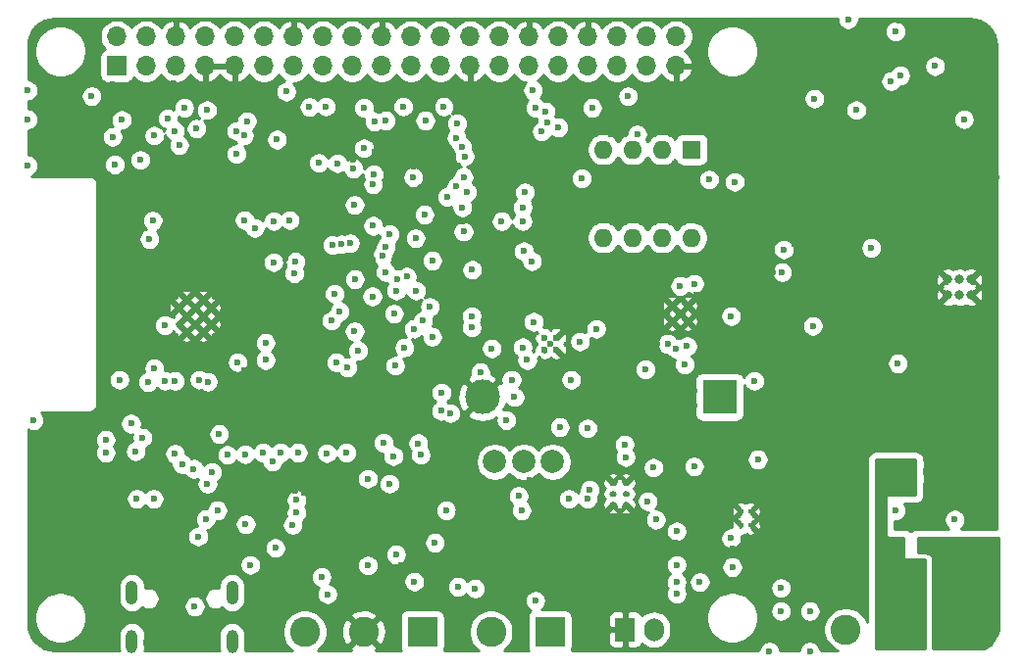
<source format=gbr>
G04 #@! TF.GenerationSoftware,KiCad,Pcbnew,(5.1.9)-1*
G04 #@! TF.CreationDate,2022-02-23T20:10:39+01:00*
G04 #@! TF.ProjectId,AnthC,416e7468-432e-46b6-9963-61645f706362,rev?*
G04 #@! TF.SameCoordinates,Original*
G04 #@! TF.FileFunction,Copper,L2,Inr*
G04 #@! TF.FilePolarity,Positive*
%FSLAX46Y46*%
G04 Gerber Fmt 4.6, Leading zero omitted, Abs format (unit mm)*
G04 Created by KiCad (PCBNEW (5.1.9)-1) date 2022-02-23 20:10:39*
%MOMM*%
%LPD*%
G01*
G04 APERTURE LIST*
G04 #@! TA.AperFunction,ComponentPad*
%ADD10C,0.500000*%
G04 #@! TD*
G04 #@! TA.AperFunction,ComponentPad*
%ADD11R,3.000000X3.000000*%
G04 #@! TD*
G04 #@! TA.AperFunction,ComponentPad*
%ADD12C,3.000000*%
G04 #@! TD*
G04 #@! TA.AperFunction,ComponentPad*
%ADD13C,0.450000*%
G04 #@! TD*
G04 #@! TA.AperFunction,ComponentPad*
%ADD14O,1.700000X1.700000*%
G04 #@! TD*
G04 #@! TA.AperFunction,ComponentPad*
%ADD15R,1.700000X1.700000*%
G04 #@! TD*
G04 #@! TA.AperFunction,ComponentPad*
%ADD16C,2.000000*%
G04 #@! TD*
G04 #@! TA.AperFunction,ComponentPad*
%ADD17C,0.800000*%
G04 #@! TD*
G04 #@! TA.AperFunction,ComponentPad*
%ADD18R,2.600000X2.600000*%
G04 #@! TD*
G04 #@! TA.AperFunction,ComponentPad*
%ADD19C,2.600000*%
G04 #@! TD*
G04 #@! TA.AperFunction,ComponentPad*
%ADD20C,0.600000*%
G04 #@! TD*
G04 #@! TA.AperFunction,ComponentPad*
%ADD21O,1.600000X1.600000*%
G04 #@! TD*
G04 #@! TA.AperFunction,ComponentPad*
%ADD22R,1.600000X1.600000*%
G04 #@! TD*
G04 #@! TA.AperFunction,ComponentPad*
%ADD23O,1.050000X2.100000*%
G04 #@! TD*
G04 #@! TA.AperFunction,ComponentPad*
%ADD24O,1.000000X2.000000*%
G04 #@! TD*
G04 #@! TA.AperFunction,ComponentPad*
%ADD25R,1.700000X2.000000*%
G04 #@! TD*
G04 #@! TA.AperFunction,ComponentPad*
%ADD26O,1.700000X2.000000*%
G04 #@! TD*
G04 #@! TA.AperFunction,ViaPad*
%ADD27C,0.600000*%
G04 #@! TD*
G04 #@! TA.AperFunction,Conductor*
%ADD28C,0.254000*%
G04 #@! TD*
G04 #@! TA.AperFunction,Conductor*
%ADD29C,0.100000*%
G04 #@! TD*
G04 APERTURE END LIST*
D10*
G04 #@! TO.N,GND*
G04 #@! TO.C,U2*
X232325000Y-137690000D03*
X231175000Y-137690000D03*
X232325000Y-136750000D03*
X231175000Y-136750000D03*
X232325000Y-135810000D03*
X231175000Y-135810000D03*
G04 #@! TD*
G04 #@! TO.N,GND*
G04 #@! TO.C,U10*
X236325000Y-121875000D03*
X236325000Y-120525000D03*
X237675000Y-121875000D03*
X237675000Y-120525000D03*
G04 #@! TD*
G04 #@! TO.N,GND*
G04 #@! TO.C,U6*
X195810000Y-120000000D03*
X195810000Y-121400000D03*
X195810000Y-122800000D03*
X194410000Y-120000000D03*
X194410000Y-121400000D03*
X194410000Y-122800000D03*
X193710000Y-120700000D03*
X195110000Y-120700000D03*
X196510000Y-120700000D03*
X196510000Y-122100000D03*
X195110000Y-122100000D03*
X193710000Y-122100000D03*
G04 #@! TD*
D11*
G04 #@! TO.N,Net-(BT1-Pad1)*
G04 #@! TO.C,BT1*
X240400000Y-128400000D03*
D12*
G04 #@! TO.N,GND*
X219910000Y-128400000D03*
G04 #@! TD*
D13*
G04 #@! TO.N,GND*
G04 #@! TO.C,U12*
X243100000Y-139500000D03*
X242300000Y-139500000D03*
X243100000Y-138300000D03*
X242300000Y-138300000D03*
G04 #@! TD*
D14*
G04 #@! TO.N,/AIN2*
G04 #@! TO.C,J3*
X236632600Y-97232300D03*
G04 #@! TO.N,GND*
X236632600Y-99772300D03*
G04 #@! TO.N,/AIN1*
X234092600Y-97232300D03*
G04 #@! TO.N,/AIN3*
X234092600Y-99772300D03*
G04 #@! TO.N,/O6*
X231552600Y-97232300D03*
G04 #@! TO.N,/AIN4*
X231552600Y-99772300D03*
G04 #@! TO.N,GND*
X229012600Y-97232300D03*
G04 #@! TO.N,/O5*
X229012600Y-99772300D03*
G04 #@! TO.N,/O3*
X226472600Y-97232300D03*
G04 #@! TO.N,/O4*
X226472600Y-99772300D03*
G04 #@! TO.N,GND*
X223932600Y-97232300D03*
G04 #@! TO.N,/O2*
X223932600Y-99772300D03*
G04 #@! TO.N,/COM*
X221392600Y-97232300D03*
G04 #@! TO.N,/O1*
X221392600Y-99772300D03*
G04 #@! TO.N,/CS*
X218852600Y-97232300D03*
G04 #@! TO.N,GND*
X218852600Y-99772300D03*
G04 #@! TO.N,/DI2*
X216312600Y-97232300D03*
G04 #@! TO.N,/SCK*
X216312600Y-99772300D03*
G04 #@! TO.N,/DI1*
X213772600Y-97232300D03*
G04 #@! TO.N,/MISO*
X213772600Y-99772300D03*
G04 #@! TO.N,GND*
X211232600Y-97232300D03*
G04 #@! TO.N,/MOSI*
X211232600Y-99772300D03*
G04 #@! TO.N,/DI4*
X208692600Y-97232300D03*
G04 #@! TO.N,+3V3*
X208692600Y-99772300D03*
G04 #@! TO.N,/GPIO2*
X206152600Y-97232300D03*
G04 #@! TO.N,/DI3*
X206152600Y-99772300D03*
G04 #@! TO.N,GND*
X203612600Y-97232300D03*
G04 #@! TO.N,/GPIO0*
X203612600Y-99772300D03*
G04 #@! TO.N,/GPIO1*
X201072600Y-97232300D03*
G04 #@! TO.N,/RESET*
X201072600Y-99772300D03*
G04 #@! TO.N,/RXD*
X198532600Y-97232300D03*
G04 #@! TO.N,GND*
X198532600Y-99772300D03*
G04 #@! TO.N,/TXD*
X195992600Y-97232300D03*
G04 #@! TO.N,GND*
X195992600Y-99772300D03*
X193452600Y-97232300D03*
G04 #@! TO.N,/SCL*
X193452600Y-99772300D03*
G04 #@! TO.N,+5V*
X190912600Y-97232300D03*
G04 #@! TO.N,/SDA*
X190912600Y-99772300D03*
G04 #@! TO.N,+5V*
X188372600Y-97232300D03*
D15*
G04 #@! TO.N,+3V3*
X188372600Y-99772300D03*
G04 #@! TD*
D16*
G04 #@! TO.N,Net-(TP3-Pad1)*
G04 #@! TO.C,TP3*
X223500000Y-134000000D03*
G04 #@! TD*
G04 #@! TO.N,Net-(TP2-Pad1)*
G04 #@! TO.C,TP2*
X221000000Y-134000000D03*
G04 #@! TD*
G04 #@! TO.N,Net-(TP1-Pad1)*
G04 #@! TO.C,TP1*
X226000000Y-134000000D03*
G04 #@! TD*
D17*
G04 #@! TO.N,GND*
G04 #@! TO.C,U1*
X262100000Y-118250000D03*
X262100000Y-119550000D03*
X261100000Y-118250000D03*
X261100000Y-119550000D03*
X260100000Y-118250000D03*
X260100000Y-119550000D03*
G04 #@! TD*
D18*
G04 #@! TO.N,/RX25*
G04 #@! TO.C,J4*
X214760000Y-148700000D03*
D19*
G04 #@! TO.N,GND*
X209680000Y-148700000D03*
G04 #@! TO.N,/TX25*
X204600000Y-148700000D03*
G04 #@! TD*
D20*
G04 #@! TO.N,GND*
G04 #@! TO.C,U9*
X225800000Y-123800000D03*
X226300000Y-124300000D03*
X225300000Y-124300000D03*
X226300000Y-123300000D03*
X225300000Y-123300000D03*
G04 #@! TD*
D21*
G04 #@! TO.N,Net-(R34-Pad1)*
G04 #@! TO.C,SW1*
X238000000Y-114620000D03*
G04 #@! TO.N,/AIN1*
X230380000Y-107000000D03*
G04 #@! TO.N,Net-(R26-Pad1)*
X235460000Y-114620000D03*
G04 #@! TO.N,/AIN2*
X232920000Y-107000000D03*
G04 #@! TO.N,Net-(R25-Pad1)*
X232920000Y-114620000D03*
G04 #@! TO.N,/AIN3*
X235460000Y-107000000D03*
G04 #@! TO.N,Net-(R28-Pad1)*
X230380000Y-114620000D03*
D22*
G04 #@! TO.N,/AIN4*
X238000000Y-107000000D03*
G04 #@! TD*
D18*
G04 #@! TO.N,VDD*
G04 #@! TO.C,J5*
X261460000Y-148500000D03*
D19*
G04 #@! TO.N,/GND_IN*
X256380000Y-148500000D03*
G04 #@! TO.N,+5VD*
X251300000Y-148500000D03*
G04 #@! TD*
D18*
G04 #@! TO.N,/B*
G04 #@! TO.C,J2*
X225760000Y-148700000D03*
D19*
G04 #@! TO.N,/A*
X220680000Y-148700000D03*
G04 #@! TD*
D23*
G04 #@! TO.N,N/C*
G04 #@! TO.C,J1*
X198320000Y-145320000D03*
X189680000Y-145320000D03*
D24*
G04 #@! TO.N,Net-(J1-PadS2)*
X198320000Y-149500000D03*
G04 #@! TO.N,Net-(J1-PadS1)*
X189680000Y-149500000D03*
G04 #@! TD*
D25*
G04 #@! TO.N,GND*
G04 #@! TO.C,BT2*
X232250000Y-148500000D03*
D26*
G04 #@! TO.N,+BATT*
X234750000Y-148500000D03*
G04 #@! TD*
D27*
G04 #@! TO.N,GND*
X246600000Y-112400000D03*
X249800000Y-112400000D03*
X249800000Y-108400000D03*
X246600000Y-108400000D03*
X185600000Y-134300000D03*
X208750000Y-107900000D03*
X221700000Y-115700000D03*
X221600000Y-114500000D03*
X215600000Y-103300000D03*
X255900000Y-130800000D03*
X254600000Y-129100000D03*
X253000000Y-125500000D03*
X263200000Y-125500000D03*
X260600000Y-124700000D03*
X201000000Y-150100000D03*
X219100000Y-103200000D03*
X231500000Y-103200000D03*
X223300000Y-103200000D03*
X210600000Y-107200000D03*
X227500000Y-103400000D03*
X203550000Y-103300000D03*
X207800000Y-103200000D03*
X187390000Y-127190000D03*
X211000000Y-102400000D03*
X231600000Y-118000000D03*
X226850000Y-128350000D03*
X226850000Y-129950000D03*
X249750000Y-119550000D03*
X227150000Y-112150000D03*
X222250000Y-125750000D03*
X197400000Y-101400000D03*
X200200000Y-101300000D03*
X193300000Y-101300000D03*
X188000000Y-101400000D03*
X188000000Y-147500000D03*
X200900000Y-146200000D03*
X199700000Y-147200000D03*
X187000000Y-146300000D03*
X246900000Y-115200000D03*
X218225000Y-113200000D03*
X186050000Y-130750000D03*
X193600000Y-116500000D03*
X201900000Y-126500000D03*
X203300000Y-122900000D03*
X233050000Y-110450000D03*
X235050000Y-112700000D03*
X236550000Y-102700000D03*
X228050000Y-110900000D03*
X234550000Y-102200000D03*
X231050000Y-105700000D03*
X233800000Y-103950000D03*
X232800000Y-112450000D03*
X260800000Y-129200000D03*
X264050000Y-129200000D03*
X262800000Y-134700000D03*
X227100000Y-106400000D03*
X221600000Y-107300000D03*
X219600000Y-105600000D03*
X230400000Y-112500000D03*
X226800000Y-111000000D03*
X182300000Y-108700000D03*
X186200000Y-108700000D03*
X182300000Y-104700000D03*
X186200000Y-104700000D03*
X202900000Y-116400000D03*
X237300000Y-112700000D03*
X239300000Y-110700000D03*
X221375000Y-143950000D03*
X189050000Y-140950000D03*
X223300000Y-143950000D03*
X222300000Y-144950000D03*
X223050000Y-149700000D03*
X222550000Y-147450000D03*
X207050000Y-150200000D03*
X212300000Y-147450000D03*
X212050000Y-150200000D03*
X190800000Y-147700000D03*
X196800000Y-147450000D03*
X193300000Y-149700000D03*
X181200000Y-141400000D03*
X185200000Y-141400000D03*
X181200000Y-136400000D03*
X257550000Y-131950000D03*
X259050000Y-131450000D03*
X263050000Y-131200000D03*
X264050000Y-133700000D03*
X264300000Y-109450000D03*
X223300000Y-107950000D03*
X236550000Y-108200000D03*
X238550000Y-113200000D03*
X237500000Y-111500000D03*
X253050000Y-138450000D03*
X253050000Y-141700000D03*
X246050000Y-96200000D03*
X191050000Y-138200000D03*
X264200000Y-139650000D03*
X264200000Y-136650000D03*
X264100000Y-126700000D03*
X218145000Y-137045000D03*
X251550000Y-99200000D03*
X252800000Y-98200000D03*
X204542852Y-136685704D03*
X217800000Y-138450000D03*
X207550000Y-143950000D03*
X204300000Y-143950000D03*
X202800000Y-143950000D03*
X211550000Y-145700000D03*
X213800000Y-136950000D03*
X208850000Y-120450000D03*
X210500000Y-116500000D03*
X229000000Y-129775000D03*
X233500000Y-134250000D03*
X236600000Y-141000000D03*
X227200000Y-140100000D03*
X227900000Y-145100000D03*
X232800000Y-143000000D03*
X233000000Y-145300000D03*
X236621350Y-138491994D03*
X200000000Y-136900000D03*
X203800000Y-136500000D03*
X232400000Y-128600000D03*
X233400000Y-127600000D03*
X233400000Y-129600000D03*
X197800000Y-141200000D03*
X222300000Y-105000000D03*
X238300000Y-97800000D03*
X210600000Y-126200000D03*
X212500000Y-131900000D03*
X218300000Y-132000000D03*
X218400000Y-133700000D03*
X221700000Y-135800000D03*
X224000000Y-135600000D03*
X229300000Y-134800000D03*
X217800000Y-136000000D03*
X214400000Y-135900000D03*
X215200000Y-142900000D03*
X216000000Y-144900000D03*
X212600000Y-143900000D03*
X208600000Y-144600000D03*
X221600000Y-137700000D03*
X216500000Y-137100000D03*
X229500000Y-140600000D03*
X230000000Y-144600000D03*
X241500000Y-141500000D03*
X249400000Y-130000000D03*
X249400000Y-132300000D03*
X241400000Y-137300000D03*
X241025000Y-135675000D03*
X222000000Y-120800000D03*
X220600000Y-118800000D03*
X187200000Y-113400000D03*
X187200000Y-119400000D03*
X187200000Y-125400000D03*
X185200000Y-136400000D03*
X183200000Y-133400000D03*
X208800000Y-140400000D03*
X202650000Y-140450000D03*
X199750000Y-140650000D03*
X201200000Y-142400000D03*
X213200000Y-135800000D03*
X205900000Y-111450000D03*
X207300000Y-124050000D03*
X189950000Y-112650000D03*
X217800000Y-108400000D03*
X214000000Y-108450000D03*
X208900000Y-110200000D03*
X210550000Y-111950000D03*
X201000000Y-105800000D03*
X197300000Y-102900000D03*
X207150000Y-116800000D03*
X208150000Y-127050000D03*
X208200000Y-131850000D03*
X207150000Y-128500000D03*
X205300000Y-129550000D03*
X205100000Y-127800000D03*
X191200000Y-116400000D03*
X191200000Y-119150000D03*
X189450000Y-116150000D03*
X189450000Y-119650000D03*
X196200000Y-116400000D03*
X255950000Y-95900000D03*
X259200000Y-95900000D03*
X257700000Y-97900000D03*
X257700000Y-100650000D03*
X248950000Y-96150000D03*
X247450000Y-97650000D03*
X236200000Y-105400000D03*
X237450000Y-105400000D03*
X234700000Y-104150000D03*
X221450000Y-109400000D03*
X187200000Y-123150000D03*
X196700000Y-149650000D03*
X190950000Y-149650000D03*
X216450000Y-142900000D03*
X212950000Y-142900000D03*
X238200000Y-127900000D03*
X238200000Y-129150000D03*
X234950000Y-128650000D03*
X232200000Y-130900000D03*
X240450000Y-130900000D03*
X246950000Y-132150000D03*
X255600000Y-118200000D03*
X248000000Y-106800000D03*
X244200000Y-110400000D03*
X240600000Y-102500000D03*
X240200000Y-106000000D03*
X260100000Y-113300000D03*
X256800000Y-97600000D03*
X254000000Y-99600000D03*
X254100000Y-101000000D03*
X235000000Y-117100000D03*
X199400000Y-126100000D03*
X202500000Y-125400000D03*
X199900000Y-119700000D03*
X200300000Y-122300000D03*
X252300000Y-128100000D03*
X252300000Y-132400000D03*
X250100000Y-126800000D03*
X249900000Y-133300000D03*
X252500000Y-145400000D03*
X240000000Y-118000000D03*
X241400000Y-118000000D03*
X241025000Y-123625000D03*
X234800000Y-121200000D03*
X231000000Y-126000000D03*
X232600000Y-126000000D03*
X238400000Y-119600000D03*
X235000000Y-118000000D03*
X229604740Y-120401292D03*
X245000000Y-117600000D03*
X192000000Y-139000000D03*
X194800000Y-139000000D03*
X243400000Y-121600000D03*
X245200000Y-122400000D03*
X246600000Y-123400000D03*
X233600000Y-122400000D03*
X235000000Y-123800000D03*
X227200000Y-119000000D03*
X240000000Y-125800000D03*
X241200000Y-125800000D03*
X216200000Y-133400000D03*
X251200000Y-115800000D03*
X251200000Y-119600000D03*
X252600000Y-118400000D03*
X259400000Y-110800000D03*
X259000000Y-109200000D03*
X230200000Y-138400000D03*
X234800000Y-140400000D03*
X231200000Y-141000000D03*
X264000000Y-97800000D03*
X263600000Y-105400000D03*
G04 #@! TO.N,+3V3*
X188600000Y-126900000D03*
X188000000Y-105900000D03*
X208500000Y-115100000D03*
X209700000Y-106900000D03*
X217700000Y-106000000D03*
X210600000Y-104600000D03*
X198700000Y-105400000D03*
X233300000Y-105700000D03*
X181200000Y-130400000D03*
X225050000Y-105450000D03*
X216800000Y-138200000D03*
X219300000Y-144950000D03*
X210050000Y-142950000D03*
X202050000Y-141450000D03*
X215837500Y-140987500D03*
X211300000Y-116200000D03*
X219750000Y-126250000D03*
X251500000Y-95750000D03*
X229000000Y-131100000D03*
X189600000Y-130700000D03*
X187400000Y-132100000D03*
X187400000Y-133200000D03*
X219000000Y-122400000D03*
X219050000Y-117400000D03*
X191550000Y-137200000D03*
X217700000Y-110200000D03*
X180700000Y-101900000D03*
X180700000Y-104400000D03*
X180700000Y-108400000D03*
X186200000Y-102400000D03*
X245950000Y-115650000D03*
X241400000Y-121400000D03*
X237400000Y-125600000D03*
X243400000Y-127000000D03*
X216400000Y-128000000D03*
X215600000Y-123200000D03*
X215600000Y-116600000D03*
X215400000Y-120600000D03*
X214200000Y-119200000D03*
G04 #@! TO.N,+5V*
X227600000Y-126900000D03*
X222450000Y-126900000D03*
X220750000Y-124200000D03*
X217800000Y-144800000D03*
X201800000Y-134000000D03*
X227400000Y-137200000D03*
X241500000Y-143100000D03*
X243700000Y-133800000D03*
X248600000Y-102600000D03*
X241700000Y-109800000D03*
X248450000Y-122250000D03*
X216400000Y-129600000D03*
X259000000Y-99800000D03*
G04 #@! TO.N,/TXD*
X194200000Y-103400000D03*
X212500000Y-119200000D03*
G04 #@! TO.N,/RXD*
X192775000Y-104325000D03*
X208912500Y-118212500D03*
X212400000Y-125700000D03*
G04 #@! TO.N,/RESET*
X193400000Y-105400000D03*
X199600000Y-104550001D03*
X190600000Y-131900000D03*
X210050000Y-135450000D03*
X196200000Y-135900000D03*
G04 #@! TO.N,/GPIO0*
X203000000Y-102000000D03*
X207400000Y-108200000D03*
X208900000Y-122725000D03*
X207750000Y-115200000D03*
G04 #@! TO.N,/CS*
X225400000Y-103700000D03*
X224295479Y-101886361D03*
X198700000Y-107400000D03*
G04 #@! TO.N,/DP*
X203900000Y-137300000D03*
X196050000Y-138950000D03*
G04 #@! TO.N,/SDA*
X195256086Y-105193914D03*
X188800000Y-104450000D03*
X232200000Y-132500000D03*
X214600000Y-133400000D03*
X226600000Y-131000000D03*
X255200000Y-101100000D03*
X255600000Y-96800000D03*
G04 #@! TO.N,/SCL*
X191600000Y-105800000D03*
X232300000Y-133600000D03*
X214400000Y-132400000D03*
X222000000Y-130400000D03*
X193762500Y-106637500D03*
X256000000Y-100600000D03*
G04 #@! TO.N,/MISO*
X213100000Y-103300000D03*
X199350000Y-105800000D03*
X237600000Y-124000000D03*
G04 #@! TO.N,/SCK*
X211600000Y-104500000D03*
X215000000Y-104500000D03*
X202200000Y-106150000D03*
X235909634Y-123800000D03*
G04 #@! TO.N,/MOSI*
X209700000Y-103400000D03*
X196150000Y-103600000D03*
X236600000Y-124200000D03*
G04 #@! TO.N,VBUS*
X199500000Y-139400000D03*
X195100000Y-146500000D03*
X203550000Y-139450000D03*
X206050000Y-143950000D03*
X195400000Y-140450000D03*
G04 #@! TO.N,/RX2*
X214000000Y-122500000D03*
X190400000Y-107900000D03*
X199400000Y-113100000D03*
X191475000Y-113150000D03*
X213400000Y-118000000D03*
G04 #@! TO.N,/TX2*
X211600000Y-115400000D03*
X188200000Y-108300000D03*
X191200000Y-114750000D03*
X200275000Y-113775000D03*
G04 #@! TO.N,/RX25*
X214050000Y-144350000D03*
X217150010Y-129800000D03*
G04 #@! TO.N,/AN1*
X222700000Y-128400000D03*
X224200000Y-116650000D03*
X237000000Y-118800000D03*
G04 #@! TO.N,+BATT*
X244700000Y-150400000D03*
X248200000Y-150400000D03*
X248200000Y-146900000D03*
X245700000Y-146900000D03*
X245700000Y-144900000D03*
X236700000Y-144400000D03*
X238700000Y-144400000D03*
X236700000Y-145400000D03*
X236700000Y-142900000D03*
G04 #@! TO.N,/EN_STEP_UP*
X236700000Y-140000000D03*
X241400000Y-140600000D03*
G04 #@! TO.N,Net-(Q6-Pad1)*
X234700000Y-134500000D03*
X234900000Y-139000000D03*
G04 #@! TO.N,/BAT_LEVEL*
X196226009Y-127088181D03*
X199900000Y-142900000D03*
X224500000Y-146000000D03*
G04 #@! TO.N,Net-(C21-Pad1)*
X238200000Y-118600000D03*
X245800000Y-117600000D03*
G04 #@! TO.N,/AIN1*
X223400000Y-124100000D03*
G04 #@! TO.N,/AIN2*
X224350000Y-121900000D03*
G04 #@! TO.N,/AIN3*
X229750000Y-122500000D03*
G04 #@! TO.N,+5VD*
X253500000Y-115500000D03*
X238200000Y-134400000D03*
G04 #@! TO.N,/COM*
X223500000Y-115800000D03*
X224500000Y-103400000D03*
X225500000Y-104700000D03*
G04 #@! TO.N,/DN*
X203900000Y-138400000D03*
X197050000Y-138200000D03*
G04 #@! TO.N,VDD*
X259300000Y-146000000D03*
X260400000Y-146000000D03*
X261400000Y-146000000D03*
X262600000Y-146000000D03*
X261600000Y-141400000D03*
X262800000Y-141400000D03*
X262600000Y-143800000D03*
G04 #@! TO.N,/TX25*
X212250000Y-133500000D03*
X206550000Y-145450000D03*
X211900010Y-135899990D03*
X212600000Y-118200000D03*
G04 #@! TO.N,/RXD3V3*
X208300000Y-125856587D03*
X206501974Y-133251974D03*
X199450000Y-133350000D03*
X211400000Y-132350002D03*
G04 #@! TO.N,/TXD3V3*
X223050000Y-136950000D03*
X212300000Y-121200000D03*
X208200000Y-133200000D03*
X219000000Y-121400000D03*
X197900000Y-133400000D03*
X214800000Y-121800000D03*
G04 #@! TO.N,Net-(R53-Pad1)*
X191048946Y-127115213D03*
X190100000Y-137200000D03*
G04 #@! TO.N,Net-(R54-Pad1)*
X196600000Y-134900000D03*
X192500000Y-127000000D03*
G04 #@! TO.N,Net-(R66-Pad2)*
X210500000Y-113600000D03*
X203700000Y-117700000D03*
G04 #@! TO.N,Net-(R67-Pad2)*
X207606587Y-121006587D03*
X209200000Y-124400000D03*
X223800000Y-125200000D03*
X234000000Y-126000000D03*
X213200000Y-124125000D03*
G04 #@! TO.N,Net-(R68-Pad2)*
X203800000Y-116700000D03*
X214162099Y-114675272D03*
X218300000Y-114100000D03*
X228500000Y-109500000D03*
X239500000Y-109600000D03*
X252200000Y-103600000D03*
G04 #@! TO.N,Net-(R71-Pad1)*
X207000000Y-115250000D03*
X205800000Y-108150000D03*
X203300000Y-113100000D03*
G04 #@! TO.N,/RS485*
X223300000Y-138200000D03*
X212475010Y-142000000D03*
G04 #@! TO.N,/GND_IN*
X254500000Y-149700000D03*
X254600000Y-147900000D03*
X254600000Y-146200000D03*
X257500000Y-146100000D03*
X254550000Y-141200000D03*
X257800000Y-143200000D03*
X254550000Y-143200000D03*
X254550000Y-145200000D03*
X258050000Y-145200000D03*
X254550000Y-134200000D03*
X254550000Y-135450000D03*
X257200000Y-135450000D03*
X257200000Y-134200000D03*
G04 #@! TO.N,Net-(D14-Pad2)*
X255600000Y-138200000D03*
X260700000Y-139000000D03*
G04 #@! TO.N,/VDD_F*
X255800000Y-125500000D03*
G04 #@! TO.N,Net-(TP1-Pad1)*
X234200000Y-137400000D03*
G04 #@! TO.N,Net-(TP2-Pad1)*
X229000000Y-137200000D03*
G04 #@! TO.N,Net-(TP3-Pad1)*
X229200000Y-136400000D03*
G04 #@! TO.N,/O5*
X223400000Y-112000000D03*
X229400000Y-103400000D03*
G04 #@! TO.N,/O4*
X223600000Y-110700000D03*
X226500000Y-105100000D03*
G04 #@! TO.N,/GPIO2*
X205000000Y-103325000D03*
G04 #@! TO.N,/DI4*
X206400000Y-103300000D03*
X206900000Y-121800000D03*
X201900000Y-116750000D03*
X201900000Y-113200000D03*
G04 #@! TO.N,/DI1*
X210500000Y-110000000D03*
X217750000Y-104750000D03*
G04 #@! TO.N,/DI2*
X216600000Y-103300000D03*
G04 #@! TO.N,/O6*
X232500000Y-102400000D03*
X223405000Y-113205000D03*
G04 #@! TO.N,/I3*
X208803435Y-108648096D03*
X191600000Y-125900000D03*
X192500000Y-122200000D03*
X190000000Y-133100000D03*
G04 #@! TO.N,/I4*
X195000000Y-134600000D03*
X201200000Y-125200000D03*
X201200000Y-123700000D03*
X207175000Y-119475000D03*
G04 #@! TO.N,/I2*
X210543413Y-109143413D03*
X194000000Y-134200000D03*
X195500000Y-126900000D03*
X198800000Y-125400000D03*
G04 #@! TO.N,/I1*
X193400000Y-133300000D03*
X193400000Y-127000000D03*
X210425000Y-119700000D03*
X211925000Y-114325000D03*
X211575000Y-117600000D03*
G04 #@! TO.N,/OC1*
X197200000Y-131600000D03*
X218200000Y-106800000D03*
G04 #@! TO.N,/OC4*
X218600000Y-110700000D03*
X201000000Y-133200000D03*
G04 #@! TO.N,/OC5*
X218200000Y-112000000D03*
X202500000Y-133200000D03*
G04 #@! TO.N,/OC6*
X221600000Y-113200000D03*
X204000000Y-133200000D03*
G04 #@! TO.N,/OC3*
X218300000Y-109400000D03*
X208900000Y-111800000D03*
X213950000Y-109400000D03*
G04 #@! TO.N,Net-(R72-Pad2)*
X207300000Y-125400000D03*
X214925000Y-112625000D03*
G04 #@! TO.N,/OC2*
X216900000Y-111100000D03*
X218400000Y-107600000D03*
G04 #@! TO.N,/AIN4*
X228350000Y-123600000D03*
G04 #@! TO.N,Net-(D12-Pad1)*
X261500000Y-104400000D03*
G04 #@! TD*
D28*
G04 #@! TO.N,GND*
X250565000Y-95842089D02*
X250600932Y-96022729D01*
X250671414Y-96192889D01*
X250773738Y-96346028D01*
X250903972Y-96476262D01*
X251057111Y-96578586D01*
X251227271Y-96649068D01*
X251407911Y-96685000D01*
X251592089Y-96685000D01*
X251772729Y-96649068D01*
X251942889Y-96578586D01*
X252096028Y-96476262D01*
X252226262Y-96346028D01*
X252328586Y-96192889D01*
X252399068Y-96022729D01*
X252435000Y-95842089D01*
X252435000Y-95710000D01*
X261965279Y-95710000D01*
X262444134Y-95756953D01*
X262871355Y-95885938D01*
X263265384Y-96095446D01*
X263611214Y-96377499D01*
X263895673Y-96721351D01*
X264107929Y-97113910D01*
X264239892Y-97540213D01*
X264290000Y-98016964D01*
X264290001Y-139765000D01*
X261238052Y-139765000D01*
X261296028Y-139726262D01*
X261426262Y-139596028D01*
X261528586Y-139442889D01*
X261599068Y-139272729D01*
X261635000Y-139092089D01*
X261635000Y-138907911D01*
X261599068Y-138727271D01*
X261528586Y-138557111D01*
X261426262Y-138403972D01*
X261296028Y-138273738D01*
X261142889Y-138171414D01*
X260972729Y-138100932D01*
X260792089Y-138065000D01*
X260607911Y-138065000D01*
X260427271Y-138100932D01*
X260257111Y-138171414D01*
X260103972Y-138273738D01*
X259973738Y-138403972D01*
X259871414Y-138557111D01*
X259800932Y-138727271D01*
X259765000Y-138907911D01*
X259765000Y-139092089D01*
X259800932Y-139272729D01*
X259871414Y-139442889D01*
X259973738Y-139596028D01*
X260103972Y-139726262D01*
X260161948Y-139765000D01*
X257400000Y-139765000D01*
X257276118Y-139777201D01*
X257156996Y-139813336D01*
X257047213Y-139872017D01*
X256950987Y-139950987D01*
X256900000Y-140013115D01*
X256849013Y-139950987D01*
X256752787Y-139872017D01*
X256643004Y-139813336D01*
X256523882Y-139777201D01*
X256400000Y-139765000D01*
X255535000Y-139765000D01*
X255535000Y-139135000D01*
X255692089Y-139135000D01*
X255872729Y-139099068D01*
X256042889Y-139028586D01*
X256196028Y-138926262D01*
X256326262Y-138796028D01*
X256428586Y-138642889D01*
X256499068Y-138472729D01*
X256535000Y-138292089D01*
X256535000Y-138107911D01*
X256499068Y-137927271D01*
X256428586Y-137757111D01*
X256346994Y-137635000D01*
X257400000Y-137635000D01*
X257523882Y-137622799D01*
X257643004Y-137586664D01*
X257752787Y-137527983D01*
X257849013Y-137449013D01*
X257927983Y-137352787D01*
X257986664Y-137243004D01*
X258022799Y-137123882D01*
X258035000Y-137000000D01*
X258035000Y-135877404D01*
X258099068Y-135722729D01*
X258135000Y-135542089D01*
X258135000Y-135357911D01*
X258099068Y-135177271D01*
X258035000Y-135022596D01*
X258035000Y-134627404D01*
X258099068Y-134472729D01*
X258135000Y-134292089D01*
X258135000Y-134107911D01*
X258099068Y-133927271D01*
X258035000Y-133772596D01*
X258035000Y-133700000D01*
X258022799Y-133576118D01*
X257986664Y-133456996D01*
X257927983Y-133347213D01*
X257849013Y-133250987D01*
X257752787Y-133172017D01*
X257643004Y-133113336D01*
X257523882Y-133077201D01*
X257400000Y-133065000D01*
X253800000Y-133065000D01*
X253677994Y-133076831D01*
X253558764Y-133112607D01*
X253448805Y-133170957D01*
X253352342Y-133249637D01*
X253273082Y-133345624D01*
X253214071Y-133455230D01*
X253177577Y-133574242D01*
X253165003Y-133698087D01*
X253122397Y-147843257D01*
X253014775Y-147583434D01*
X252803013Y-147266509D01*
X252533491Y-146996987D01*
X252216566Y-146785225D01*
X251864419Y-146639361D01*
X251490581Y-146565000D01*
X251109419Y-146565000D01*
X250735581Y-146639361D01*
X250383434Y-146785225D01*
X250066509Y-146996987D01*
X249796987Y-147266509D01*
X249585225Y-147583434D01*
X249439361Y-147935581D01*
X249365000Y-148309419D01*
X249365000Y-148690581D01*
X249439361Y-149064419D01*
X249585225Y-149416566D01*
X249796987Y-149733491D01*
X250066509Y-150003013D01*
X250383434Y-150214775D01*
X250565043Y-150290000D01*
X249131437Y-150290000D01*
X249099068Y-150127271D01*
X249028586Y-149957111D01*
X248926262Y-149803972D01*
X248796028Y-149673738D01*
X248642889Y-149571414D01*
X248472729Y-149500932D01*
X248292089Y-149465000D01*
X248107911Y-149465000D01*
X247927271Y-149500932D01*
X247757111Y-149571414D01*
X247603972Y-149673738D01*
X247473738Y-149803972D01*
X247371414Y-149957111D01*
X247300932Y-150127271D01*
X247268563Y-150290000D01*
X245631437Y-150290000D01*
X245599068Y-150127271D01*
X245528586Y-149957111D01*
X245426262Y-149803972D01*
X245296028Y-149673738D01*
X245142889Y-149571414D01*
X244972729Y-149500932D01*
X244792089Y-149465000D01*
X244607911Y-149465000D01*
X244427271Y-149500932D01*
X244257111Y-149571414D01*
X244103972Y-149673738D01*
X243973738Y-149803972D01*
X243871414Y-149957111D01*
X243800932Y-150127271D01*
X243768563Y-150290000D01*
X227625010Y-150290000D01*
X227649502Y-150244180D01*
X227685812Y-150124482D01*
X227698072Y-150000000D01*
X227698072Y-149500000D01*
X230761928Y-149500000D01*
X230774188Y-149624482D01*
X230810498Y-149744180D01*
X230869463Y-149854494D01*
X230948815Y-149951185D01*
X231045506Y-150030537D01*
X231155820Y-150089502D01*
X231275518Y-150125812D01*
X231400000Y-150138072D01*
X231964250Y-150135000D01*
X232123000Y-149976250D01*
X232123000Y-148627000D01*
X230923750Y-148627000D01*
X230765000Y-148785750D01*
X230761928Y-149500000D01*
X227698072Y-149500000D01*
X227698072Y-147500000D01*
X230761928Y-147500000D01*
X230765000Y-148214250D01*
X230923750Y-148373000D01*
X232123000Y-148373000D01*
X232123000Y-147023750D01*
X232377000Y-147023750D01*
X232377000Y-148373000D01*
X232397000Y-148373000D01*
X232397000Y-148627000D01*
X232377000Y-148627000D01*
X232377000Y-149976250D01*
X232535750Y-150135000D01*
X233100000Y-150138072D01*
X233224482Y-150125812D01*
X233344180Y-150089502D01*
X233454494Y-150030537D01*
X233551185Y-149951185D01*
X233630537Y-149854494D01*
X233689502Y-149744180D01*
X233700055Y-149709392D01*
X233920986Y-149890706D01*
X234178966Y-150028599D01*
X234458889Y-150113513D01*
X234750000Y-150142185D01*
X235041110Y-150113513D01*
X235321033Y-150028599D01*
X235579013Y-149890706D01*
X235805134Y-149705134D01*
X235990706Y-149479014D01*
X236128599Y-149221034D01*
X236213513Y-148941111D01*
X236235000Y-148722950D01*
X236235000Y-148277051D01*
X236213513Y-148058890D01*
X236128599Y-147778967D01*
X235990706Y-147520986D01*
X235805134Y-147294866D01*
X235786864Y-147279872D01*
X239265000Y-147279872D01*
X239265000Y-147720128D01*
X239350890Y-148151925D01*
X239519369Y-148558669D01*
X239763962Y-148924729D01*
X240075271Y-149236038D01*
X240441331Y-149480631D01*
X240848075Y-149649110D01*
X241279872Y-149735000D01*
X241720128Y-149735000D01*
X242151925Y-149649110D01*
X242558669Y-149480631D01*
X242924729Y-149236038D01*
X243236038Y-148924729D01*
X243480631Y-148558669D01*
X243649110Y-148151925D01*
X243735000Y-147720128D01*
X243735000Y-147279872D01*
X243649110Y-146848075D01*
X243632474Y-146807911D01*
X244765000Y-146807911D01*
X244765000Y-146992089D01*
X244800932Y-147172729D01*
X244871414Y-147342889D01*
X244973738Y-147496028D01*
X245103972Y-147626262D01*
X245257111Y-147728586D01*
X245427271Y-147799068D01*
X245607911Y-147835000D01*
X245792089Y-147835000D01*
X245972729Y-147799068D01*
X246142889Y-147728586D01*
X246296028Y-147626262D01*
X246426262Y-147496028D01*
X246528586Y-147342889D01*
X246599068Y-147172729D01*
X246635000Y-146992089D01*
X246635000Y-146807911D01*
X247265000Y-146807911D01*
X247265000Y-146992089D01*
X247300932Y-147172729D01*
X247371414Y-147342889D01*
X247473738Y-147496028D01*
X247603972Y-147626262D01*
X247757111Y-147728586D01*
X247927271Y-147799068D01*
X248107911Y-147835000D01*
X248292089Y-147835000D01*
X248472729Y-147799068D01*
X248642889Y-147728586D01*
X248796028Y-147626262D01*
X248926262Y-147496028D01*
X249028586Y-147342889D01*
X249099068Y-147172729D01*
X249135000Y-146992089D01*
X249135000Y-146807911D01*
X249099068Y-146627271D01*
X249028586Y-146457111D01*
X248926262Y-146303972D01*
X248796028Y-146173738D01*
X248642889Y-146071414D01*
X248472729Y-146000932D01*
X248292089Y-145965000D01*
X248107911Y-145965000D01*
X247927271Y-146000932D01*
X247757111Y-146071414D01*
X247603972Y-146173738D01*
X247473738Y-146303972D01*
X247371414Y-146457111D01*
X247300932Y-146627271D01*
X247265000Y-146807911D01*
X246635000Y-146807911D01*
X246599068Y-146627271D01*
X246528586Y-146457111D01*
X246426262Y-146303972D01*
X246296028Y-146173738D01*
X246142889Y-146071414D01*
X245972729Y-146000932D01*
X245792089Y-145965000D01*
X245607911Y-145965000D01*
X245427271Y-146000932D01*
X245257111Y-146071414D01*
X245103972Y-146173738D01*
X244973738Y-146303972D01*
X244871414Y-146457111D01*
X244800932Y-146627271D01*
X244765000Y-146807911D01*
X243632474Y-146807911D01*
X243480631Y-146441331D01*
X243236038Y-146075271D01*
X242924729Y-145763962D01*
X242558669Y-145519369D01*
X242151925Y-145350890D01*
X241720128Y-145265000D01*
X241279872Y-145265000D01*
X240848075Y-145350890D01*
X240441331Y-145519369D01*
X240075271Y-145763962D01*
X239763962Y-146075271D01*
X239519369Y-146441331D01*
X239350890Y-146848075D01*
X239265000Y-147279872D01*
X235786864Y-147279872D01*
X235579014Y-147109294D01*
X235321034Y-146971401D01*
X235041111Y-146886487D01*
X234750000Y-146857815D01*
X234458890Y-146886487D01*
X234178967Y-146971401D01*
X233920987Y-147109294D01*
X233700055Y-147290608D01*
X233689502Y-147255820D01*
X233630537Y-147145506D01*
X233551185Y-147048815D01*
X233454494Y-146969463D01*
X233344180Y-146910498D01*
X233224482Y-146874188D01*
X233100000Y-146861928D01*
X232535750Y-146865000D01*
X232377000Y-147023750D01*
X232123000Y-147023750D01*
X231964250Y-146865000D01*
X231400000Y-146861928D01*
X231275518Y-146874188D01*
X231155820Y-146910498D01*
X231045506Y-146969463D01*
X230948815Y-147048815D01*
X230869463Y-147145506D01*
X230810498Y-147255820D01*
X230774188Y-147375518D01*
X230761928Y-147500000D01*
X227698072Y-147500000D01*
X227698072Y-147400000D01*
X227685812Y-147275518D01*
X227649502Y-147155820D01*
X227590537Y-147045506D01*
X227511185Y-146948815D01*
X227414494Y-146869463D01*
X227304180Y-146810498D01*
X227184482Y-146774188D01*
X227060000Y-146761928D01*
X225042650Y-146761928D01*
X225096028Y-146726262D01*
X225226262Y-146596028D01*
X225328586Y-146442889D01*
X225399068Y-146272729D01*
X225435000Y-146092089D01*
X225435000Y-145907911D01*
X225399068Y-145727271D01*
X225328586Y-145557111D01*
X225226262Y-145403972D01*
X225096028Y-145273738D01*
X224942889Y-145171414D01*
X224772729Y-145100932D01*
X224592089Y-145065000D01*
X224407911Y-145065000D01*
X224227271Y-145100932D01*
X224057111Y-145171414D01*
X223903972Y-145273738D01*
X223773738Y-145403972D01*
X223671414Y-145557111D01*
X223600932Y-145727271D01*
X223565000Y-145907911D01*
X223565000Y-146092089D01*
X223600932Y-146272729D01*
X223671414Y-146442889D01*
X223773738Y-146596028D01*
X223903972Y-146726262D01*
X224057111Y-146828586D01*
X224127463Y-146857727D01*
X224105506Y-146869463D01*
X224008815Y-146948815D01*
X223929463Y-147045506D01*
X223870498Y-147155820D01*
X223834188Y-147275518D01*
X223821928Y-147400000D01*
X223821928Y-150000000D01*
X223834188Y-150124482D01*
X223870498Y-150244180D01*
X223894990Y-150290000D01*
X221783305Y-150290000D01*
X221913491Y-150203013D01*
X222183013Y-149933491D01*
X222394775Y-149616566D01*
X222540639Y-149264419D01*
X222615000Y-148890581D01*
X222615000Y-148509419D01*
X222540639Y-148135581D01*
X222394775Y-147783434D01*
X222183013Y-147466509D01*
X221913491Y-147196987D01*
X221596566Y-146985225D01*
X221244419Y-146839361D01*
X220870581Y-146765000D01*
X220489419Y-146765000D01*
X220115581Y-146839361D01*
X219763434Y-146985225D01*
X219446509Y-147196987D01*
X219176987Y-147466509D01*
X218965225Y-147783434D01*
X218819361Y-148135581D01*
X218745000Y-148509419D01*
X218745000Y-148890581D01*
X218819361Y-149264419D01*
X218965225Y-149616566D01*
X219176987Y-149933491D01*
X219446509Y-150203013D01*
X219576695Y-150290000D01*
X216625010Y-150290000D01*
X216649502Y-150244180D01*
X216685812Y-150124482D01*
X216698072Y-150000000D01*
X216698072Y-147400000D01*
X216685812Y-147275518D01*
X216649502Y-147155820D01*
X216590537Y-147045506D01*
X216511185Y-146948815D01*
X216414494Y-146869463D01*
X216304180Y-146810498D01*
X216184482Y-146774188D01*
X216060000Y-146761928D01*
X213460000Y-146761928D01*
X213335518Y-146774188D01*
X213215820Y-146810498D01*
X213105506Y-146869463D01*
X213008815Y-146948815D01*
X212929463Y-147045506D01*
X212870498Y-147155820D01*
X212834188Y-147275518D01*
X212821928Y-147400000D01*
X212821928Y-150000000D01*
X212834188Y-150124482D01*
X212870498Y-150244180D01*
X212894990Y-150290000D01*
X210741966Y-150290000D01*
X210849619Y-150049224D01*
X209680000Y-148879605D01*
X208510381Y-150049224D01*
X208618034Y-150290000D01*
X205703305Y-150290000D01*
X205833491Y-150203013D01*
X206103013Y-149933491D01*
X206314775Y-149616566D01*
X206460639Y-149264419D01*
X206535000Y-148890581D01*
X206535000Y-148750729D01*
X207736299Y-148750729D01*
X207783543Y-149128951D01*
X207903667Y-149490690D01*
X208035688Y-149737683D01*
X208330776Y-149869619D01*
X209500395Y-148700000D01*
X209859605Y-148700000D01*
X211029224Y-149869619D01*
X211324312Y-149737683D01*
X211495159Y-149396955D01*
X211596250Y-149029443D01*
X211623701Y-148649271D01*
X211576457Y-148271049D01*
X211456333Y-147909310D01*
X211324312Y-147662317D01*
X211029224Y-147530381D01*
X209859605Y-148700000D01*
X209500395Y-148700000D01*
X208330776Y-147530381D01*
X208035688Y-147662317D01*
X207864841Y-148003045D01*
X207763750Y-148370557D01*
X207736299Y-148750729D01*
X206535000Y-148750729D01*
X206535000Y-148509419D01*
X206460639Y-148135581D01*
X206314775Y-147783434D01*
X206103013Y-147466509D01*
X205987280Y-147350776D01*
X208510381Y-147350776D01*
X209680000Y-148520395D01*
X210849619Y-147350776D01*
X210717683Y-147055688D01*
X210376955Y-146884841D01*
X210009443Y-146783750D01*
X209629271Y-146756299D01*
X209251049Y-146803543D01*
X208889310Y-146923667D01*
X208642317Y-147055688D01*
X208510381Y-147350776D01*
X205987280Y-147350776D01*
X205833491Y-147196987D01*
X205516566Y-146985225D01*
X205164419Y-146839361D01*
X204790581Y-146765000D01*
X204409419Y-146765000D01*
X204035581Y-146839361D01*
X203683434Y-146985225D01*
X203366509Y-147196987D01*
X203096987Y-147466509D01*
X202885225Y-147783434D01*
X202739361Y-148135581D01*
X202665000Y-148509419D01*
X202665000Y-148890581D01*
X202739361Y-149264419D01*
X202885225Y-149616566D01*
X203096987Y-149933491D01*
X203366509Y-150203013D01*
X203496695Y-150290000D01*
X199418101Y-150290000D01*
X199438577Y-150222499D01*
X199455000Y-150055752D01*
X199455000Y-148944248D01*
X199438577Y-148777501D01*
X199373676Y-148563553D01*
X199268284Y-148366377D01*
X199126449Y-148193551D01*
X198953623Y-148051716D01*
X198756446Y-147946324D01*
X198542498Y-147881423D01*
X198320000Y-147859509D01*
X198097501Y-147881423D01*
X197883553Y-147946324D01*
X197686377Y-148051716D01*
X197513551Y-148193551D01*
X197371716Y-148366377D01*
X197266324Y-148563554D01*
X197201423Y-148777502D01*
X197185000Y-148944249D01*
X197185000Y-150055752D01*
X197201423Y-150222499D01*
X197221899Y-150290000D01*
X190778101Y-150290000D01*
X190798577Y-150222499D01*
X190815000Y-150055752D01*
X190815000Y-148944248D01*
X190798577Y-148777501D01*
X190733676Y-148563553D01*
X190628284Y-148366377D01*
X190486449Y-148193551D01*
X190313623Y-148051716D01*
X190116446Y-147946324D01*
X189902498Y-147881423D01*
X189680000Y-147859509D01*
X189457501Y-147881423D01*
X189243553Y-147946324D01*
X189046377Y-148051716D01*
X188873551Y-148193551D01*
X188731716Y-148366377D01*
X188626324Y-148563554D01*
X188561423Y-148777502D01*
X188545000Y-148944249D01*
X188545000Y-150055752D01*
X188561423Y-150222499D01*
X188581899Y-150290000D01*
X183034721Y-150290000D01*
X182555867Y-150243048D01*
X182128647Y-150114063D01*
X181734616Y-149904554D01*
X181388786Y-149622501D01*
X181104328Y-149278651D01*
X180892073Y-148886093D01*
X180760109Y-148459788D01*
X180710000Y-147983036D01*
X180710000Y-147279872D01*
X181265000Y-147279872D01*
X181265000Y-147720128D01*
X181350890Y-148151925D01*
X181519369Y-148558669D01*
X181763962Y-148924729D01*
X182075271Y-149236038D01*
X182441331Y-149480631D01*
X182848075Y-149649110D01*
X183279872Y-149735000D01*
X183720128Y-149735000D01*
X184151925Y-149649110D01*
X184558669Y-149480631D01*
X184924729Y-149236038D01*
X185236038Y-148924729D01*
X185480631Y-148558669D01*
X185649110Y-148151925D01*
X185735000Y-147720128D01*
X185735000Y-147279872D01*
X185649110Y-146848075D01*
X185480631Y-146441331D01*
X185236038Y-146075271D01*
X184924729Y-145763962D01*
X184558669Y-145519369D01*
X184151925Y-145350890D01*
X183720128Y-145265000D01*
X183279872Y-145265000D01*
X182848075Y-145350890D01*
X182441331Y-145519369D01*
X182075271Y-145763962D01*
X181763962Y-146075271D01*
X181519369Y-146441331D01*
X181350890Y-146848075D01*
X181265000Y-147279872D01*
X180710000Y-147279872D01*
X180710000Y-144738022D01*
X188520000Y-144738022D01*
X188520000Y-145901979D01*
X188536785Y-146072400D01*
X188603115Y-146291060D01*
X188710830Y-146492579D01*
X188855789Y-146669212D01*
X189032422Y-146814171D01*
X189233941Y-146921885D01*
X189452601Y-146988215D01*
X189680000Y-147010612D01*
X189907400Y-146988215D01*
X190126060Y-146921885D01*
X190327579Y-146814171D01*
X190504212Y-146669212D01*
X190556899Y-146605012D01*
X190655269Y-146670741D01*
X190829978Y-146743108D01*
X191015448Y-146780000D01*
X191204552Y-146780000D01*
X191390022Y-146743108D01*
X191564731Y-146670741D01*
X191721964Y-146565681D01*
X191855681Y-146431964D01*
X191871752Y-146407911D01*
X194165000Y-146407911D01*
X194165000Y-146592089D01*
X194200932Y-146772729D01*
X194271414Y-146942889D01*
X194373738Y-147096028D01*
X194503972Y-147226262D01*
X194657111Y-147328586D01*
X194827271Y-147399068D01*
X195007911Y-147435000D01*
X195192089Y-147435000D01*
X195372729Y-147399068D01*
X195542889Y-147328586D01*
X195696028Y-147226262D01*
X195826262Y-147096028D01*
X195928586Y-146942889D01*
X195999068Y-146772729D01*
X196035000Y-146592089D01*
X196035000Y-146407911D01*
X195999068Y-146227271D01*
X195928586Y-146057111D01*
X195826262Y-145903972D01*
X195696028Y-145773738D01*
X195623757Y-145725448D01*
X195930000Y-145725448D01*
X195930000Y-145914552D01*
X195966892Y-146100022D01*
X196039259Y-146274731D01*
X196144319Y-146431964D01*
X196278036Y-146565681D01*
X196435269Y-146670741D01*
X196609978Y-146743108D01*
X196795448Y-146780000D01*
X196984552Y-146780000D01*
X197170022Y-146743108D01*
X197344731Y-146670741D01*
X197443101Y-146605012D01*
X197495789Y-146669212D01*
X197672422Y-146814171D01*
X197873941Y-146921885D01*
X198092601Y-146988215D01*
X198320000Y-147010612D01*
X198547400Y-146988215D01*
X198766060Y-146921885D01*
X198967579Y-146814171D01*
X199144212Y-146669212D01*
X199289171Y-146492579D01*
X199396885Y-146291060D01*
X199463215Y-146072400D01*
X199480000Y-145901979D01*
X199480000Y-144738021D01*
X199463215Y-144567600D01*
X199396885Y-144348940D01*
X199289171Y-144147421D01*
X199144212Y-143970788D01*
X199006671Y-143857911D01*
X205115000Y-143857911D01*
X205115000Y-144042089D01*
X205150932Y-144222729D01*
X205221414Y-144392889D01*
X205323738Y-144546028D01*
X205453972Y-144676262D01*
X205607111Y-144778586D01*
X205777271Y-144849068D01*
X205821179Y-144857802D01*
X205721414Y-145007111D01*
X205650932Y-145177271D01*
X205615000Y-145357911D01*
X205615000Y-145542089D01*
X205650932Y-145722729D01*
X205721414Y-145892889D01*
X205823738Y-146046028D01*
X205953972Y-146176262D01*
X206107111Y-146278586D01*
X206277271Y-146349068D01*
X206457911Y-146385000D01*
X206642089Y-146385000D01*
X206822729Y-146349068D01*
X206992889Y-146278586D01*
X207146028Y-146176262D01*
X207276262Y-146046028D01*
X207378586Y-145892889D01*
X207449068Y-145722729D01*
X207485000Y-145542089D01*
X207485000Y-145357911D01*
X207449068Y-145177271D01*
X207378586Y-145007111D01*
X207276262Y-144853972D01*
X207146028Y-144723738D01*
X206992889Y-144621414D01*
X206822729Y-144550932D01*
X206778821Y-144542198D01*
X206878586Y-144392889D01*
X206934495Y-144257911D01*
X213115000Y-144257911D01*
X213115000Y-144442089D01*
X213150932Y-144622729D01*
X213221414Y-144792889D01*
X213323738Y-144946028D01*
X213453972Y-145076262D01*
X213607111Y-145178586D01*
X213777271Y-145249068D01*
X213957911Y-145285000D01*
X214142089Y-145285000D01*
X214322729Y-145249068D01*
X214492889Y-145178586D01*
X214646028Y-145076262D01*
X214776262Y-144946028D01*
X214878586Y-144792889D01*
X214913784Y-144707911D01*
X216865000Y-144707911D01*
X216865000Y-144892089D01*
X216900932Y-145072729D01*
X216971414Y-145242889D01*
X217073738Y-145396028D01*
X217203972Y-145526262D01*
X217357111Y-145628586D01*
X217527271Y-145699068D01*
X217707911Y-145735000D01*
X217892089Y-145735000D01*
X218072729Y-145699068D01*
X218242889Y-145628586D01*
X218396028Y-145526262D01*
X218494640Y-145427650D01*
X218573738Y-145546028D01*
X218703972Y-145676262D01*
X218857111Y-145778586D01*
X219027271Y-145849068D01*
X219207911Y-145885000D01*
X219392089Y-145885000D01*
X219572729Y-145849068D01*
X219742889Y-145778586D01*
X219896028Y-145676262D01*
X220026262Y-145546028D01*
X220128586Y-145392889D01*
X220199068Y-145222729D01*
X220235000Y-145042089D01*
X220235000Y-144857911D01*
X220199068Y-144677271D01*
X220128586Y-144507111D01*
X220026262Y-144353972D01*
X219896028Y-144223738D01*
X219742889Y-144121414D01*
X219572729Y-144050932D01*
X219392089Y-144015000D01*
X219207911Y-144015000D01*
X219027271Y-144050932D01*
X218857111Y-144121414D01*
X218703972Y-144223738D01*
X218605360Y-144322350D01*
X218526262Y-144203972D01*
X218396028Y-144073738D01*
X218242889Y-143971414D01*
X218072729Y-143900932D01*
X217892089Y-143865000D01*
X217707911Y-143865000D01*
X217527271Y-143900932D01*
X217357111Y-143971414D01*
X217203972Y-144073738D01*
X217073738Y-144203972D01*
X216971414Y-144357111D01*
X216900932Y-144527271D01*
X216865000Y-144707911D01*
X214913784Y-144707911D01*
X214949068Y-144622729D01*
X214985000Y-144442089D01*
X214985000Y-144257911D01*
X214949068Y-144077271D01*
X214878586Y-143907111D01*
X214776262Y-143753972D01*
X214646028Y-143623738D01*
X214492889Y-143521414D01*
X214322729Y-143450932D01*
X214142089Y-143415000D01*
X213957911Y-143415000D01*
X213777271Y-143450932D01*
X213607111Y-143521414D01*
X213453972Y-143623738D01*
X213323738Y-143753972D01*
X213221414Y-143907111D01*
X213150932Y-144077271D01*
X213115000Y-144257911D01*
X206934495Y-144257911D01*
X206949068Y-144222729D01*
X206985000Y-144042089D01*
X206985000Y-143857911D01*
X206949068Y-143677271D01*
X206878586Y-143507111D01*
X206776262Y-143353972D01*
X206646028Y-143223738D01*
X206492889Y-143121414D01*
X206322729Y-143050932D01*
X206142089Y-143015000D01*
X205957911Y-143015000D01*
X205777271Y-143050932D01*
X205607111Y-143121414D01*
X205453972Y-143223738D01*
X205323738Y-143353972D01*
X205221414Y-143507111D01*
X205150932Y-143677271D01*
X205115000Y-143857911D01*
X199006671Y-143857911D01*
X198967578Y-143825829D01*
X198766059Y-143718115D01*
X198547399Y-143651785D01*
X198320000Y-143629388D01*
X198092600Y-143651785D01*
X197873940Y-143718115D01*
X197672421Y-143825829D01*
X197495788Y-143970788D01*
X197350829Y-144147422D01*
X197243115Y-144348941D01*
X197176785Y-144567601D01*
X197160000Y-144738022D01*
X197160000Y-144894899D01*
X196984552Y-144860000D01*
X196795448Y-144860000D01*
X196609978Y-144896892D01*
X196435269Y-144969259D01*
X196278036Y-145074319D01*
X196144319Y-145208036D01*
X196039259Y-145365269D01*
X195966892Y-145539978D01*
X195930000Y-145725448D01*
X195623757Y-145725448D01*
X195542889Y-145671414D01*
X195372729Y-145600932D01*
X195192089Y-145565000D01*
X195007911Y-145565000D01*
X194827271Y-145600932D01*
X194657111Y-145671414D01*
X194503972Y-145773738D01*
X194373738Y-145903972D01*
X194271414Y-146057111D01*
X194200932Y-146227271D01*
X194165000Y-146407911D01*
X191871752Y-146407911D01*
X191960741Y-146274731D01*
X192033108Y-146100022D01*
X192070000Y-145914552D01*
X192070000Y-145725448D01*
X192033108Y-145539978D01*
X191960741Y-145365269D01*
X191855681Y-145208036D01*
X191721964Y-145074319D01*
X191564731Y-144969259D01*
X191390022Y-144896892D01*
X191204552Y-144860000D01*
X191015448Y-144860000D01*
X190840000Y-144894899D01*
X190840000Y-144738021D01*
X190823215Y-144567600D01*
X190756885Y-144348940D01*
X190649171Y-144147421D01*
X190504212Y-143970788D01*
X190327578Y-143825829D01*
X190126059Y-143718115D01*
X189907399Y-143651785D01*
X189680000Y-143629388D01*
X189452600Y-143651785D01*
X189233940Y-143718115D01*
X189032421Y-143825829D01*
X188855788Y-143970788D01*
X188710829Y-144147422D01*
X188603115Y-144348941D01*
X188536785Y-144567601D01*
X188520000Y-144738022D01*
X180710000Y-144738022D01*
X180710000Y-142807911D01*
X198965000Y-142807911D01*
X198965000Y-142992089D01*
X199000932Y-143172729D01*
X199071414Y-143342889D01*
X199173738Y-143496028D01*
X199303972Y-143626262D01*
X199457111Y-143728586D01*
X199627271Y-143799068D01*
X199807911Y-143835000D01*
X199992089Y-143835000D01*
X200172729Y-143799068D01*
X200342889Y-143728586D01*
X200496028Y-143626262D01*
X200626262Y-143496028D01*
X200728586Y-143342889D01*
X200799068Y-143172729D01*
X200835000Y-142992089D01*
X200835000Y-142857911D01*
X209115000Y-142857911D01*
X209115000Y-143042089D01*
X209150932Y-143222729D01*
X209221414Y-143392889D01*
X209323738Y-143546028D01*
X209453972Y-143676262D01*
X209607111Y-143778586D01*
X209777271Y-143849068D01*
X209957911Y-143885000D01*
X210142089Y-143885000D01*
X210322729Y-143849068D01*
X210492889Y-143778586D01*
X210646028Y-143676262D01*
X210776262Y-143546028D01*
X210878586Y-143392889D01*
X210949068Y-143222729D01*
X210985000Y-143042089D01*
X210985000Y-142857911D01*
X210949068Y-142677271D01*
X210878586Y-142507111D01*
X210776262Y-142353972D01*
X210646028Y-142223738D01*
X210492889Y-142121414D01*
X210322729Y-142050932D01*
X210142089Y-142015000D01*
X209957911Y-142015000D01*
X209777271Y-142050932D01*
X209607111Y-142121414D01*
X209453972Y-142223738D01*
X209323738Y-142353972D01*
X209221414Y-142507111D01*
X209150932Y-142677271D01*
X209115000Y-142857911D01*
X200835000Y-142857911D01*
X200835000Y-142807911D01*
X200799068Y-142627271D01*
X200728586Y-142457111D01*
X200626262Y-142303972D01*
X200496028Y-142173738D01*
X200342889Y-142071414D01*
X200172729Y-142000932D01*
X199992089Y-141965000D01*
X199807911Y-141965000D01*
X199627271Y-142000932D01*
X199457111Y-142071414D01*
X199303972Y-142173738D01*
X199173738Y-142303972D01*
X199071414Y-142457111D01*
X199000932Y-142627271D01*
X198965000Y-142807911D01*
X180710000Y-142807911D01*
X180710000Y-140357911D01*
X194465000Y-140357911D01*
X194465000Y-140542089D01*
X194500932Y-140722729D01*
X194571414Y-140892889D01*
X194673738Y-141046028D01*
X194803972Y-141176262D01*
X194957111Y-141278586D01*
X195127271Y-141349068D01*
X195307911Y-141385000D01*
X195492089Y-141385000D01*
X195628272Y-141357911D01*
X201115000Y-141357911D01*
X201115000Y-141542089D01*
X201150932Y-141722729D01*
X201221414Y-141892889D01*
X201323738Y-142046028D01*
X201453972Y-142176262D01*
X201607111Y-142278586D01*
X201777271Y-142349068D01*
X201957911Y-142385000D01*
X202142089Y-142385000D01*
X202322729Y-142349068D01*
X202492889Y-142278586D01*
X202646028Y-142176262D01*
X202776262Y-142046028D01*
X202868548Y-141907911D01*
X211540010Y-141907911D01*
X211540010Y-142092089D01*
X211575942Y-142272729D01*
X211646424Y-142442889D01*
X211748748Y-142596028D01*
X211878982Y-142726262D01*
X212032121Y-142828586D01*
X212202281Y-142899068D01*
X212382921Y-142935000D01*
X212567099Y-142935000D01*
X212747739Y-142899068D01*
X212917899Y-142828586D01*
X212948841Y-142807911D01*
X235765000Y-142807911D01*
X235765000Y-142992089D01*
X235800932Y-143172729D01*
X235871414Y-143342889D01*
X235973738Y-143496028D01*
X236103972Y-143626262D01*
X236139498Y-143650000D01*
X236103972Y-143673738D01*
X235973738Y-143803972D01*
X235871414Y-143957111D01*
X235800932Y-144127271D01*
X235765000Y-144307911D01*
X235765000Y-144492089D01*
X235800932Y-144672729D01*
X235871414Y-144842889D01*
X235909574Y-144900000D01*
X235871414Y-144957111D01*
X235800932Y-145127271D01*
X235765000Y-145307911D01*
X235765000Y-145492089D01*
X235800932Y-145672729D01*
X235871414Y-145842889D01*
X235973738Y-145996028D01*
X236103972Y-146126262D01*
X236257111Y-146228586D01*
X236427271Y-146299068D01*
X236607911Y-146335000D01*
X236792089Y-146335000D01*
X236972729Y-146299068D01*
X237142889Y-146228586D01*
X237296028Y-146126262D01*
X237426262Y-145996028D01*
X237528586Y-145842889D01*
X237599068Y-145672729D01*
X237635000Y-145492089D01*
X237635000Y-145307911D01*
X237599068Y-145127271D01*
X237528586Y-144957111D01*
X237490426Y-144900000D01*
X237528586Y-144842889D01*
X237599068Y-144672729D01*
X237635000Y-144492089D01*
X237635000Y-144307911D01*
X237765000Y-144307911D01*
X237765000Y-144492089D01*
X237800932Y-144672729D01*
X237871414Y-144842889D01*
X237973738Y-144996028D01*
X238103972Y-145126262D01*
X238257111Y-145228586D01*
X238427271Y-145299068D01*
X238607911Y-145335000D01*
X238792089Y-145335000D01*
X238972729Y-145299068D01*
X239142889Y-145228586D01*
X239296028Y-145126262D01*
X239426262Y-144996028D01*
X239528586Y-144842889D01*
X239543074Y-144807911D01*
X244765000Y-144807911D01*
X244765000Y-144992089D01*
X244800932Y-145172729D01*
X244871414Y-145342889D01*
X244973738Y-145496028D01*
X245103972Y-145626262D01*
X245257111Y-145728586D01*
X245427271Y-145799068D01*
X245607911Y-145835000D01*
X245792089Y-145835000D01*
X245972729Y-145799068D01*
X246142889Y-145728586D01*
X246296028Y-145626262D01*
X246426262Y-145496028D01*
X246528586Y-145342889D01*
X246599068Y-145172729D01*
X246635000Y-144992089D01*
X246635000Y-144807911D01*
X246599068Y-144627271D01*
X246528586Y-144457111D01*
X246426262Y-144303972D01*
X246296028Y-144173738D01*
X246142889Y-144071414D01*
X245972729Y-144000932D01*
X245792089Y-143965000D01*
X245607911Y-143965000D01*
X245427271Y-144000932D01*
X245257111Y-144071414D01*
X245103972Y-144173738D01*
X244973738Y-144303972D01*
X244871414Y-144457111D01*
X244800932Y-144627271D01*
X244765000Y-144807911D01*
X239543074Y-144807911D01*
X239599068Y-144672729D01*
X239635000Y-144492089D01*
X239635000Y-144307911D01*
X239599068Y-144127271D01*
X239528586Y-143957111D01*
X239426262Y-143803972D01*
X239296028Y-143673738D01*
X239142889Y-143571414D01*
X238972729Y-143500932D01*
X238792089Y-143465000D01*
X238607911Y-143465000D01*
X238427271Y-143500932D01*
X238257111Y-143571414D01*
X238103972Y-143673738D01*
X237973738Y-143803972D01*
X237871414Y-143957111D01*
X237800932Y-144127271D01*
X237765000Y-144307911D01*
X237635000Y-144307911D01*
X237599068Y-144127271D01*
X237528586Y-143957111D01*
X237426262Y-143803972D01*
X237296028Y-143673738D01*
X237260502Y-143650000D01*
X237296028Y-143626262D01*
X237426262Y-143496028D01*
X237528586Y-143342889D01*
X237599068Y-143172729D01*
X237631852Y-143007911D01*
X240565000Y-143007911D01*
X240565000Y-143192089D01*
X240600932Y-143372729D01*
X240671414Y-143542889D01*
X240773738Y-143696028D01*
X240903972Y-143826262D01*
X241057111Y-143928586D01*
X241227271Y-143999068D01*
X241407911Y-144035000D01*
X241592089Y-144035000D01*
X241772729Y-143999068D01*
X241942889Y-143928586D01*
X242096028Y-143826262D01*
X242226262Y-143696028D01*
X242328586Y-143542889D01*
X242399068Y-143372729D01*
X242435000Y-143192089D01*
X242435000Y-143007911D01*
X242399068Y-142827271D01*
X242328586Y-142657111D01*
X242226262Y-142503972D01*
X242096028Y-142373738D01*
X241942889Y-142271414D01*
X241772729Y-142200932D01*
X241592089Y-142165000D01*
X241407911Y-142165000D01*
X241227271Y-142200932D01*
X241057111Y-142271414D01*
X240903972Y-142373738D01*
X240773738Y-142503972D01*
X240671414Y-142657111D01*
X240600932Y-142827271D01*
X240565000Y-143007911D01*
X237631852Y-143007911D01*
X237635000Y-142992089D01*
X237635000Y-142807911D01*
X237599068Y-142627271D01*
X237528586Y-142457111D01*
X237426262Y-142303972D01*
X237296028Y-142173738D01*
X237142889Y-142071414D01*
X236972729Y-142000932D01*
X236792089Y-141965000D01*
X236607911Y-141965000D01*
X236427271Y-142000932D01*
X236257111Y-142071414D01*
X236103972Y-142173738D01*
X235973738Y-142303972D01*
X235871414Y-142457111D01*
X235800932Y-142627271D01*
X235765000Y-142807911D01*
X212948841Y-142807911D01*
X213071038Y-142726262D01*
X213201272Y-142596028D01*
X213303596Y-142442889D01*
X213374078Y-142272729D01*
X213410010Y-142092089D01*
X213410010Y-141907911D01*
X213374078Y-141727271D01*
X213303596Y-141557111D01*
X213201272Y-141403972D01*
X213071038Y-141273738D01*
X212917899Y-141171414D01*
X212747739Y-141100932D01*
X212567099Y-141065000D01*
X212382921Y-141065000D01*
X212202281Y-141100932D01*
X212032121Y-141171414D01*
X211878982Y-141273738D01*
X211748748Y-141403972D01*
X211646424Y-141557111D01*
X211575942Y-141727271D01*
X211540010Y-141907911D01*
X202868548Y-141907911D01*
X202878586Y-141892889D01*
X202949068Y-141722729D01*
X202985000Y-141542089D01*
X202985000Y-141357911D01*
X202949068Y-141177271D01*
X202878586Y-141007111D01*
X202803951Y-140895411D01*
X214902500Y-140895411D01*
X214902500Y-141079589D01*
X214938432Y-141260229D01*
X215008914Y-141430389D01*
X215111238Y-141583528D01*
X215241472Y-141713762D01*
X215394611Y-141816086D01*
X215564771Y-141886568D01*
X215745411Y-141922500D01*
X215929589Y-141922500D01*
X216110229Y-141886568D01*
X216280389Y-141816086D01*
X216433528Y-141713762D01*
X216563762Y-141583528D01*
X216666086Y-141430389D01*
X216736568Y-141260229D01*
X216772500Y-141079589D01*
X216772500Y-140895411D01*
X216736568Y-140714771D01*
X216666086Y-140544611D01*
X216563762Y-140391472D01*
X216433528Y-140261238D01*
X216280389Y-140158914D01*
X216110229Y-140088432D01*
X215929589Y-140052500D01*
X215745411Y-140052500D01*
X215564771Y-140088432D01*
X215394611Y-140158914D01*
X215241472Y-140261238D01*
X215111238Y-140391472D01*
X215008914Y-140544611D01*
X214938432Y-140714771D01*
X214902500Y-140895411D01*
X202803951Y-140895411D01*
X202776262Y-140853972D01*
X202646028Y-140723738D01*
X202492889Y-140621414D01*
X202322729Y-140550932D01*
X202142089Y-140515000D01*
X201957911Y-140515000D01*
X201777271Y-140550932D01*
X201607111Y-140621414D01*
X201453972Y-140723738D01*
X201323738Y-140853972D01*
X201221414Y-141007111D01*
X201150932Y-141177271D01*
X201115000Y-141357911D01*
X195628272Y-141357911D01*
X195672729Y-141349068D01*
X195842889Y-141278586D01*
X195996028Y-141176262D01*
X196126262Y-141046028D01*
X196228586Y-140892889D01*
X196299068Y-140722729D01*
X196335000Y-140542089D01*
X196335000Y-140357911D01*
X196299068Y-140177271D01*
X196228586Y-140007111D01*
X196146419Y-139884139D01*
X196322729Y-139849068D01*
X196492889Y-139778586D01*
X196646028Y-139676262D01*
X196776262Y-139546028D01*
X196878586Y-139392889D01*
X196913784Y-139307911D01*
X198565000Y-139307911D01*
X198565000Y-139492089D01*
X198600932Y-139672729D01*
X198671414Y-139842889D01*
X198773738Y-139996028D01*
X198903972Y-140126262D01*
X199057111Y-140228586D01*
X199227271Y-140299068D01*
X199407911Y-140335000D01*
X199592089Y-140335000D01*
X199772729Y-140299068D01*
X199942889Y-140228586D01*
X200096028Y-140126262D01*
X200226262Y-139996028D01*
X200328586Y-139842889D01*
X200399068Y-139672729D01*
X200435000Y-139492089D01*
X200435000Y-139357911D01*
X202615000Y-139357911D01*
X202615000Y-139542089D01*
X202650932Y-139722729D01*
X202721414Y-139892889D01*
X202823738Y-140046028D01*
X202953972Y-140176262D01*
X203107111Y-140278586D01*
X203277271Y-140349068D01*
X203457911Y-140385000D01*
X203642089Y-140385000D01*
X203822729Y-140349068D01*
X203992889Y-140278586D01*
X204146028Y-140176262D01*
X204276262Y-140046028D01*
X204378586Y-139892889D01*
X204449068Y-139722729D01*
X204485000Y-139542089D01*
X204485000Y-139357911D01*
X204449068Y-139177271D01*
X204442699Y-139161895D01*
X204496028Y-139126262D01*
X204626262Y-138996028D01*
X204728586Y-138842889D01*
X204799068Y-138672729D01*
X204835000Y-138492089D01*
X204835000Y-138307911D01*
X204799068Y-138127271D01*
X204791049Y-138107911D01*
X215865000Y-138107911D01*
X215865000Y-138292089D01*
X215900932Y-138472729D01*
X215971414Y-138642889D01*
X216073738Y-138796028D01*
X216203972Y-138926262D01*
X216357111Y-139028586D01*
X216527271Y-139099068D01*
X216707911Y-139135000D01*
X216892089Y-139135000D01*
X217072729Y-139099068D01*
X217242889Y-139028586D01*
X217396028Y-138926262D01*
X217526262Y-138796028D01*
X217628586Y-138642889D01*
X217699068Y-138472729D01*
X217735000Y-138292089D01*
X217735000Y-138107911D01*
X217699068Y-137927271D01*
X217628586Y-137757111D01*
X217526262Y-137603972D01*
X217396028Y-137473738D01*
X217242889Y-137371414D01*
X217072729Y-137300932D01*
X216892089Y-137265000D01*
X216707911Y-137265000D01*
X216527271Y-137300932D01*
X216357111Y-137371414D01*
X216203972Y-137473738D01*
X216073738Y-137603972D01*
X215971414Y-137757111D01*
X215900932Y-137927271D01*
X215865000Y-138107911D01*
X204791049Y-138107911D01*
X204728586Y-137957111D01*
X204657017Y-137850000D01*
X204728586Y-137742889D01*
X204799068Y-137572729D01*
X204835000Y-137392089D01*
X204835000Y-137207911D01*
X204799068Y-137027271D01*
X204728918Y-136857911D01*
X222115000Y-136857911D01*
X222115000Y-137042089D01*
X222150932Y-137222729D01*
X222221414Y-137392889D01*
X222323738Y-137546028D01*
X222453972Y-137676262D01*
X222503378Y-137709274D01*
X222471414Y-137757111D01*
X222400932Y-137927271D01*
X222365000Y-138107911D01*
X222365000Y-138292089D01*
X222400932Y-138472729D01*
X222471414Y-138642889D01*
X222573738Y-138796028D01*
X222703972Y-138926262D01*
X222857111Y-139028586D01*
X223027271Y-139099068D01*
X223207911Y-139135000D01*
X223392089Y-139135000D01*
X223572729Y-139099068D01*
X223742889Y-139028586D01*
X223896028Y-138926262D01*
X224026262Y-138796028D01*
X224128586Y-138642889D01*
X224199068Y-138472729D01*
X224235000Y-138292089D01*
X224235000Y-138286164D01*
X230752784Y-138286164D01*
X230756826Y-138474827D01*
X230917974Y-138541328D01*
X231088998Y-138575113D01*
X231263328Y-138574884D01*
X231434264Y-138540649D01*
X231593174Y-138474827D01*
X231597216Y-138286164D01*
X231902784Y-138286164D01*
X231906826Y-138474827D01*
X232067974Y-138541328D01*
X232238998Y-138575113D01*
X232413328Y-138574884D01*
X232584264Y-138540649D01*
X232743174Y-138474827D01*
X232747216Y-138286164D01*
X232325000Y-137863948D01*
X231902784Y-138286164D01*
X231597216Y-138286164D01*
X231175000Y-137863948D01*
X230752784Y-138286164D01*
X224235000Y-138286164D01*
X224235000Y-138107911D01*
X224199068Y-137927271D01*
X224128586Y-137757111D01*
X224026262Y-137603972D01*
X223896028Y-137473738D01*
X223846622Y-137440726D01*
X223878586Y-137392889D01*
X223949068Y-137222729D01*
X223971907Y-137107911D01*
X226465000Y-137107911D01*
X226465000Y-137292089D01*
X226500932Y-137472729D01*
X226571414Y-137642889D01*
X226673738Y-137796028D01*
X226803972Y-137926262D01*
X226957111Y-138028586D01*
X227127271Y-138099068D01*
X227307911Y-138135000D01*
X227492089Y-138135000D01*
X227672729Y-138099068D01*
X227842889Y-138028586D01*
X227996028Y-137926262D01*
X228126262Y-137796028D01*
X228200000Y-137685671D01*
X228273738Y-137796028D01*
X228403972Y-137926262D01*
X228557111Y-138028586D01*
X228727271Y-138099068D01*
X228907911Y-138135000D01*
X229092089Y-138135000D01*
X229272729Y-138099068D01*
X229442889Y-138028586D01*
X229596028Y-137926262D01*
X229726262Y-137796028D01*
X229828586Y-137642889D01*
X229899068Y-137472729D01*
X229935000Y-137292089D01*
X229935000Y-137107911D01*
X229914987Y-137007303D01*
X229926262Y-136996028D01*
X230028586Y-136842889D01*
X230099068Y-136672729D01*
X230135000Y-136492089D01*
X230135000Y-136307911D01*
X230099068Y-136127271D01*
X230028586Y-135957111D01*
X229926262Y-135803972D01*
X229846288Y-135723998D01*
X230289887Y-135723998D01*
X230290116Y-135898328D01*
X230324351Y-136069264D01*
X230390173Y-136228174D01*
X230475392Y-136230000D01*
X230525392Y-136280000D01*
X230475392Y-136330000D01*
X230390173Y-136331826D01*
X230323672Y-136492974D01*
X230289887Y-136663998D01*
X230290116Y-136838328D01*
X230324351Y-137009264D01*
X230390173Y-137168174D01*
X230475392Y-137170000D01*
X230525392Y-137220000D01*
X230475392Y-137270000D01*
X230390173Y-137271826D01*
X230323672Y-137432974D01*
X230289887Y-137603998D01*
X230290116Y-137778328D01*
X230324351Y-137949264D01*
X230390173Y-138108174D01*
X230578836Y-138112216D01*
X231001052Y-137690000D01*
X230984081Y-137673029D01*
X231033049Y-137624061D01*
X231088998Y-137635113D01*
X231263328Y-137634884D01*
X231317020Y-137624130D01*
X231365919Y-137673029D01*
X231348948Y-137690000D01*
X231440827Y-137781879D01*
X231474351Y-137949264D01*
X231540173Y-138108174D01*
X231728836Y-138112216D01*
X231750000Y-138091052D01*
X231771164Y-138112216D01*
X231959827Y-138108174D01*
X232026328Y-137947026D01*
X232058898Y-137782154D01*
X232151052Y-137690000D01*
X232134081Y-137673029D01*
X232183049Y-137624061D01*
X232238998Y-137635113D01*
X232413328Y-137634884D01*
X232467020Y-137624130D01*
X232515919Y-137673029D01*
X232498948Y-137690000D01*
X232921164Y-138112216D01*
X233109827Y-138108174D01*
X233176328Y-137947026D01*
X233210113Y-137776002D01*
X233209884Y-137601672D01*
X233175649Y-137430736D01*
X233124774Y-137307911D01*
X233265000Y-137307911D01*
X233265000Y-137492089D01*
X233300932Y-137672729D01*
X233371414Y-137842889D01*
X233473738Y-137996028D01*
X233603972Y-138126262D01*
X233757111Y-138228586D01*
X233927271Y-138299068D01*
X234107911Y-138335000D01*
X234242710Y-138335000D01*
X234173738Y-138403972D01*
X234071414Y-138557111D01*
X234000932Y-138727271D01*
X233965000Y-138907911D01*
X233965000Y-139092089D01*
X234000932Y-139272729D01*
X234071414Y-139442889D01*
X234173738Y-139596028D01*
X234303972Y-139726262D01*
X234457111Y-139828586D01*
X234627271Y-139899068D01*
X234807911Y-139935000D01*
X234992089Y-139935000D01*
X235128272Y-139907911D01*
X235765000Y-139907911D01*
X235765000Y-140092089D01*
X235800932Y-140272729D01*
X235871414Y-140442889D01*
X235973738Y-140596028D01*
X236103972Y-140726262D01*
X236257111Y-140828586D01*
X236427271Y-140899068D01*
X236607911Y-140935000D01*
X236792089Y-140935000D01*
X236972729Y-140899068D01*
X237142889Y-140828586D01*
X237296028Y-140726262D01*
X237426262Y-140596028D01*
X237485139Y-140507911D01*
X240465000Y-140507911D01*
X240465000Y-140692089D01*
X240500932Y-140872729D01*
X240571414Y-141042889D01*
X240673738Y-141196028D01*
X240803972Y-141326262D01*
X240957111Y-141428586D01*
X241127271Y-141499068D01*
X241307911Y-141535000D01*
X241492089Y-141535000D01*
X241672729Y-141499068D01*
X241842889Y-141428586D01*
X241996028Y-141326262D01*
X242126262Y-141196028D01*
X242228586Y-141042889D01*
X242299068Y-140872729D01*
X242335000Y-140692089D01*
X242335000Y-140507911D01*
X242305654Y-140360378D01*
X242364217Y-140361772D01*
X242531106Y-140332685D01*
X242689114Y-140271599D01*
X242702394Y-140264501D01*
X242829542Y-140320748D01*
X242994859Y-140357742D01*
X243164217Y-140361772D01*
X243331106Y-140332685D01*
X243489114Y-140271599D01*
X243525381Y-140252214D01*
X243524667Y-140063260D01*
X243141067Y-139679660D01*
X243157742Y-139605141D01*
X243160243Y-139500000D01*
X243238593Y-139500000D01*
X243663260Y-139924667D01*
X243852214Y-139925381D01*
X243920748Y-139770458D01*
X243957742Y-139605141D01*
X243961772Y-139435783D01*
X243932685Y-139268894D01*
X243871599Y-139110886D01*
X243852214Y-139074619D01*
X243663260Y-139075333D01*
X243238593Y-139500000D01*
X243160243Y-139500000D01*
X243161772Y-139435783D01*
X243141565Y-139319842D01*
X243328219Y-139133188D01*
X243331106Y-139132685D01*
X243489114Y-139071599D01*
X243525381Y-139052214D01*
X243524806Y-138900000D01*
X243525381Y-138747786D01*
X243370458Y-138679252D01*
X243332068Y-138670661D01*
X243141067Y-138479660D01*
X243157742Y-138405141D01*
X243160243Y-138300000D01*
X243238593Y-138300000D01*
X243663260Y-138724667D01*
X243852214Y-138725381D01*
X243920748Y-138570458D01*
X243957742Y-138405141D01*
X243961772Y-138235783D01*
X243932685Y-138068894D01*
X243871599Y-137910886D01*
X243852214Y-137874619D01*
X243663260Y-137875333D01*
X243238593Y-138300000D01*
X243160243Y-138300000D01*
X243161772Y-138235783D01*
X243141565Y-138119842D01*
X243524667Y-137736740D01*
X243525381Y-137547786D01*
X243370458Y-137479252D01*
X243205141Y-137442258D01*
X243035783Y-137438228D01*
X242868894Y-137467315D01*
X242710886Y-137528401D01*
X242697606Y-137535499D01*
X242570458Y-137479252D01*
X242405141Y-137442258D01*
X242235783Y-137438228D01*
X242068894Y-137467315D01*
X241910886Y-137528401D01*
X241874619Y-137547786D01*
X241875333Y-137736740D01*
X242258933Y-138120340D01*
X242242258Y-138194859D01*
X242238228Y-138364217D01*
X242258435Y-138480158D01*
X242071781Y-138666812D01*
X242068894Y-138667315D01*
X241910886Y-138728401D01*
X241874619Y-138747786D01*
X241875194Y-138900000D01*
X241874619Y-139052214D01*
X242029542Y-139120748D01*
X242067932Y-139129339D01*
X242258933Y-139320340D01*
X242242258Y-139394859D01*
X242238228Y-139564217D01*
X242255515Y-139663405D01*
X242126759Y-139534649D01*
X242161407Y-139500000D01*
X241736740Y-139075333D01*
X241547786Y-139074619D01*
X241479252Y-139229542D01*
X241442258Y-139394859D01*
X241438228Y-139564217D01*
X241455793Y-139665000D01*
X241307911Y-139665000D01*
X241127271Y-139700932D01*
X240957111Y-139771414D01*
X240803972Y-139873738D01*
X240673738Y-140003972D01*
X240571414Y-140157111D01*
X240500932Y-140327271D01*
X240465000Y-140507911D01*
X237485139Y-140507911D01*
X237528586Y-140442889D01*
X237599068Y-140272729D01*
X237635000Y-140092089D01*
X237635000Y-139907911D01*
X237599068Y-139727271D01*
X237528586Y-139557111D01*
X237426262Y-139403972D01*
X237296028Y-139273738D01*
X237142889Y-139171414D01*
X236972729Y-139100932D01*
X236792089Y-139065000D01*
X236607911Y-139065000D01*
X236427271Y-139100932D01*
X236257111Y-139171414D01*
X236103972Y-139273738D01*
X235973738Y-139403972D01*
X235871414Y-139557111D01*
X235800932Y-139727271D01*
X235765000Y-139907911D01*
X235128272Y-139907911D01*
X235172729Y-139899068D01*
X235342889Y-139828586D01*
X235496028Y-139726262D01*
X235626262Y-139596028D01*
X235728586Y-139442889D01*
X235799068Y-139272729D01*
X235835000Y-139092089D01*
X235835000Y-138907911D01*
X235799068Y-138727271D01*
X235728586Y-138557111D01*
X235626262Y-138403972D01*
X235586507Y-138364217D01*
X241438228Y-138364217D01*
X241467315Y-138531106D01*
X241528401Y-138689114D01*
X241547786Y-138725381D01*
X241736740Y-138724667D01*
X242161407Y-138300000D01*
X241736740Y-137875333D01*
X241547786Y-137874619D01*
X241479252Y-138029542D01*
X241442258Y-138194859D01*
X241438228Y-138364217D01*
X235586507Y-138364217D01*
X235496028Y-138273738D01*
X235342889Y-138171414D01*
X235172729Y-138100932D01*
X234992089Y-138065000D01*
X234857290Y-138065000D01*
X234926262Y-137996028D01*
X235028586Y-137842889D01*
X235099068Y-137672729D01*
X235135000Y-137492089D01*
X235135000Y-137307911D01*
X235099068Y-137127271D01*
X235028586Y-136957111D01*
X234926262Y-136803972D01*
X234796028Y-136673738D01*
X234642889Y-136571414D01*
X234472729Y-136500932D01*
X234292089Y-136465000D01*
X234107911Y-136465000D01*
X233927271Y-136500932D01*
X233757111Y-136571414D01*
X233603972Y-136673738D01*
X233473738Y-136803972D01*
X233371414Y-136957111D01*
X233300932Y-137127271D01*
X233265000Y-137307911D01*
X233124774Y-137307911D01*
X233109827Y-137271826D01*
X233024608Y-137270000D01*
X232974608Y-137220000D01*
X233024608Y-137170000D01*
X233109827Y-137168174D01*
X233176328Y-137007026D01*
X233210113Y-136836002D01*
X233209884Y-136661672D01*
X233175649Y-136490736D01*
X233109827Y-136331826D01*
X233024608Y-136330000D01*
X232974608Y-136280000D01*
X233024608Y-136230000D01*
X233109827Y-136228174D01*
X233176328Y-136067026D01*
X233210113Y-135896002D01*
X233209884Y-135721672D01*
X233175649Y-135550736D01*
X233109827Y-135391826D01*
X232921164Y-135387784D01*
X232498948Y-135810000D01*
X232515919Y-135826971D01*
X232466951Y-135875939D01*
X232411002Y-135864887D01*
X232236672Y-135865116D01*
X232182980Y-135875870D01*
X232134081Y-135826971D01*
X232151052Y-135810000D01*
X232059173Y-135718121D01*
X232025649Y-135550736D01*
X231959827Y-135391826D01*
X231771164Y-135387784D01*
X231750000Y-135408948D01*
X231728836Y-135387784D01*
X231540173Y-135391826D01*
X231473672Y-135552974D01*
X231441102Y-135717846D01*
X231348948Y-135810000D01*
X231365919Y-135826971D01*
X231316951Y-135875939D01*
X231261002Y-135864887D01*
X231086672Y-135865116D01*
X231032980Y-135875870D01*
X230984081Y-135826971D01*
X231001052Y-135810000D01*
X230578836Y-135387784D01*
X230390173Y-135391826D01*
X230323672Y-135552974D01*
X230289887Y-135723998D01*
X229846288Y-135723998D01*
X229796028Y-135673738D01*
X229642889Y-135571414D01*
X229472729Y-135500932D01*
X229292089Y-135465000D01*
X229107911Y-135465000D01*
X228927271Y-135500932D01*
X228757111Y-135571414D01*
X228603972Y-135673738D01*
X228473738Y-135803972D01*
X228371414Y-135957111D01*
X228300932Y-136127271D01*
X228265000Y-136307911D01*
X228265000Y-136492089D01*
X228285013Y-136592697D01*
X228273738Y-136603972D01*
X228200000Y-136714329D01*
X228126262Y-136603972D01*
X227996028Y-136473738D01*
X227842889Y-136371414D01*
X227672729Y-136300932D01*
X227492089Y-136265000D01*
X227307911Y-136265000D01*
X227127271Y-136300932D01*
X226957111Y-136371414D01*
X226803972Y-136473738D01*
X226673738Y-136603972D01*
X226571414Y-136757111D01*
X226500932Y-136927271D01*
X226465000Y-137107911D01*
X223971907Y-137107911D01*
X223985000Y-137042089D01*
X223985000Y-136857911D01*
X223949068Y-136677271D01*
X223878586Y-136507111D01*
X223776262Y-136353972D01*
X223646028Y-136223738D01*
X223492889Y-136121414D01*
X223322729Y-136050932D01*
X223142089Y-136015000D01*
X222957911Y-136015000D01*
X222777271Y-136050932D01*
X222607111Y-136121414D01*
X222453972Y-136223738D01*
X222323738Y-136353972D01*
X222221414Y-136507111D01*
X222150932Y-136677271D01*
X222115000Y-136857911D01*
X204728918Y-136857911D01*
X204728586Y-136857111D01*
X204626262Y-136703972D01*
X204496028Y-136573738D01*
X204342889Y-136471414D01*
X204172729Y-136400932D01*
X203992089Y-136365000D01*
X203807911Y-136365000D01*
X203627271Y-136400932D01*
X203457111Y-136471414D01*
X203303972Y-136573738D01*
X203173738Y-136703972D01*
X203071414Y-136857111D01*
X203000932Y-137027271D01*
X202965000Y-137207911D01*
X202965000Y-137392089D01*
X203000932Y-137572729D01*
X203071414Y-137742889D01*
X203142983Y-137850000D01*
X203071414Y-137957111D01*
X203000932Y-138127271D01*
X202965000Y-138307911D01*
X202965000Y-138492089D01*
X203000932Y-138672729D01*
X203007301Y-138688105D01*
X202953972Y-138723738D01*
X202823738Y-138853972D01*
X202721414Y-139007111D01*
X202650932Y-139177271D01*
X202615000Y-139357911D01*
X200435000Y-139357911D01*
X200435000Y-139307911D01*
X200399068Y-139127271D01*
X200328586Y-138957111D01*
X200226262Y-138803972D01*
X200096028Y-138673738D01*
X199942889Y-138571414D01*
X199772729Y-138500932D01*
X199592089Y-138465000D01*
X199407911Y-138465000D01*
X199227271Y-138500932D01*
X199057111Y-138571414D01*
X198903972Y-138673738D01*
X198773738Y-138803972D01*
X198671414Y-138957111D01*
X198600932Y-139127271D01*
X198565000Y-139307911D01*
X196913784Y-139307911D01*
X196949068Y-139222729D01*
X196966519Y-139135000D01*
X197142089Y-139135000D01*
X197322729Y-139099068D01*
X197492889Y-139028586D01*
X197646028Y-138926262D01*
X197776262Y-138796028D01*
X197878586Y-138642889D01*
X197949068Y-138472729D01*
X197985000Y-138292089D01*
X197985000Y-138107911D01*
X197949068Y-137927271D01*
X197878586Y-137757111D01*
X197776262Y-137603972D01*
X197646028Y-137473738D01*
X197492889Y-137371414D01*
X197322729Y-137300932D01*
X197142089Y-137265000D01*
X196957911Y-137265000D01*
X196777271Y-137300932D01*
X196607111Y-137371414D01*
X196453972Y-137473738D01*
X196323738Y-137603972D01*
X196221414Y-137757111D01*
X196150932Y-137927271D01*
X196133481Y-138015000D01*
X195957911Y-138015000D01*
X195777271Y-138050932D01*
X195607111Y-138121414D01*
X195453972Y-138223738D01*
X195323738Y-138353972D01*
X195221414Y-138507111D01*
X195150932Y-138677271D01*
X195115000Y-138857911D01*
X195115000Y-139042089D01*
X195150932Y-139222729D01*
X195221414Y-139392889D01*
X195303581Y-139515861D01*
X195127271Y-139550932D01*
X194957111Y-139621414D01*
X194803972Y-139723738D01*
X194673738Y-139853972D01*
X194571414Y-140007111D01*
X194500932Y-140177271D01*
X194465000Y-140357911D01*
X180710000Y-140357911D01*
X180710000Y-137107911D01*
X189165000Y-137107911D01*
X189165000Y-137292089D01*
X189200932Y-137472729D01*
X189271414Y-137642889D01*
X189373738Y-137796028D01*
X189503972Y-137926262D01*
X189657111Y-138028586D01*
X189827271Y-138099068D01*
X190007911Y-138135000D01*
X190192089Y-138135000D01*
X190372729Y-138099068D01*
X190542889Y-138028586D01*
X190696028Y-137926262D01*
X190825000Y-137797290D01*
X190953972Y-137926262D01*
X191107111Y-138028586D01*
X191277271Y-138099068D01*
X191457911Y-138135000D01*
X191642089Y-138135000D01*
X191822729Y-138099068D01*
X191992889Y-138028586D01*
X192146028Y-137926262D01*
X192276262Y-137796028D01*
X192378586Y-137642889D01*
X192449068Y-137472729D01*
X192485000Y-137292089D01*
X192485000Y-137107911D01*
X192449068Y-136927271D01*
X192378586Y-136757111D01*
X192276262Y-136603972D01*
X192146028Y-136473738D01*
X191992889Y-136371414D01*
X191822729Y-136300932D01*
X191642089Y-136265000D01*
X191457911Y-136265000D01*
X191277271Y-136300932D01*
X191107111Y-136371414D01*
X190953972Y-136473738D01*
X190825000Y-136602710D01*
X190696028Y-136473738D01*
X190542889Y-136371414D01*
X190372729Y-136300932D01*
X190192089Y-136265000D01*
X190007911Y-136265000D01*
X189827271Y-136300932D01*
X189657111Y-136371414D01*
X189503972Y-136473738D01*
X189373738Y-136603972D01*
X189271414Y-136757111D01*
X189200932Y-136927271D01*
X189165000Y-137107911D01*
X180710000Y-137107911D01*
X180710000Y-132007911D01*
X186465000Y-132007911D01*
X186465000Y-132192089D01*
X186500932Y-132372729D01*
X186571414Y-132542889D01*
X186642983Y-132650000D01*
X186571414Y-132757111D01*
X186500932Y-132927271D01*
X186465000Y-133107911D01*
X186465000Y-133292089D01*
X186500932Y-133472729D01*
X186571414Y-133642889D01*
X186673738Y-133796028D01*
X186803972Y-133926262D01*
X186957111Y-134028586D01*
X187127271Y-134099068D01*
X187307911Y-134135000D01*
X187492089Y-134135000D01*
X187672729Y-134099068D01*
X187842889Y-134028586D01*
X187996028Y-133926262D01*
X188126262Y-133796028D01*
X188228586Y-133642889D01*
X188299068Y-133472729D01*
X188335000Y-133292089D01*
X188335000Y-133107911D01*
X188299068Y-132927271D01*
X188228586Y-132757111D01*
X188157017Y-132650000D01*
X188228586Y-132542889D01*
X188299068Y-132372729D01*
X188335000Y-132192089D01*
X188335000Y-132007911D01*
X188299068Y-131827271D01*
X188228586Y-131657111D01*
X188126262Y-131503972D01*
X187996028Y-131373738D01*
X187842889Y-131271414D01*
X187672729Y-131200932D01*
X187492089Y-131165000D01*
X187307911Y-131165000D01*
X187127271Y-131200932D01*
X186957111Y-131271414D01*
X186803972Y-131373738D01*
X186673738Y-131503972D01*
X186571414Y-131657111D01*
X186500932Y-131827271D01*
X186465000Y-132007911D01*
X180710000Y-132007911D01*
X180710000Y-131197108D01*
X180757111Y-131228586D01*
X180927271Y-131299068D01*
X181107911Y-131335000D01*
X181292089Y-131335000D01*
X181472729Y-131299068D01*
X181642889Y-131228586D01*
X181796028Y-131126262D01*
X181926262Y-130996028D01*
X182028586Y-130842889D01*
X182099068Y-130672729D01*
X182111961Y-130607911D01*
X188665000Y-130607911D01*
X188665000Y-130792089D01*
X188700932Y-130972729D01*
X188771414Y-131142889D01*
X188873738Y-131296028D01*
X189003972Y-131426262D01*
X189157111Y-131528586D01*
X189327271Y-131599068D01*
X189507911Y-131635000D01*
X189692089Y-131635000D01*
X189699696Y-131633487D01*
X189665000Y-131807911D01*
X189665000Y-131992089D01*
X189700932Y-132172729D01*
X189714760Y-132206114D01*
X189557111Y-132271414D01*
X189403972Y-132373738D01*
X189273738Y-132503972D01*
X189171414Y-132657111D01*
X189100932Y-132827271D01*
X189065000Y-133007911D01*
X189065000Y-133192089D01*
X189100932Y-133372729D01*
X189171414Y-133542889D01*
X189273738Y-133696028D01*
X189403972Y-133826262D01*
X189557111Y-133928586D01*
X189727271Y-133999068D01*
X189907911Y-134035000D01*
X190092089Y-134035000D01*
X190272729Y-133999068D01*
X190442889Y-133928586D01*
X190596028Y-133826262D01*
X190726262Y-133696028D01*
X190828586Y-133542889D01*
X190899068Y-133372729D01*
X190931852Y-133207911D01*
X192465000Y-133207911D01*
X192465000Y-133392089D01*
X192500932Y-133572729D01*
X192571414Y-133742889D01*
X192673738Y-133896028D01*
X192803972Y-134026262D01*
X192957111Y-134128586D01*
X193065000Y-134173275D01*
X193065000Y-134292089D01*
X193100932Y-134472729D01*
X193171414Y-134642889D01*
X193273738Y-134796028D01*
X193403972Y-134926262D01*
X193557111Y-135028586D01*
X193727271Y-135099068D01*
X193907911Y-135135000D01*
X194092089Y-135135000D01*
X194216434Y-135110266D01*
X194273738Y-135196028D01*
X194403972Y-135326262D01*
X194557111Y-135428586D01*
X194727271Y-135499068D01*
X194907911Y-135535000D01*
X195092089Y-135535000D01*
X195272729Y-135499068D01*
X195370874Y-135458415D01*
X195300932Y-135627271D01*
X195265000Y-135807911D01*
X195265000Y-135992089D01*
X195300932Y-136172729D01*
X195371414Y-136342889D01*
X195473738Y-136496028D01*
X195603972Y-136626262D01*
X195757111Y-136728586D01*
X195927271Y-136799068D01*
X196107911Y-136835000D01*
X196292089Y-136835000D01*
X196472729Y-136799068D01*
X196642889Y-136728586D01*
X196796028Y-136626262D01*
X196926262Y-136496028D01*
X197028586Y-136342889D01*
X197099068Y-136172729D01*
X197135000Y-135992089D01*
X197135000Y-135807911D01*
X197110266Y-135683566D01*
X197196028Y-135626262D01*
X197326262Y-135496028D01*
X197418548Y-135357911D01*
X209115000Y-135357911D01*
X209115000Y-135542089D01*
X209150932Y-135722729D01*
X209221414Y-135892889D01*
X209323738Y-136046028D01*
X209453972Y-136176262D01*
X209607111Y-136278586D01*
X209777271Y-136349068D01*
X209957911Y-136385000D01*
X210142089Y-136385000D01*
X210322729Y-136349068D01*
X210492889Y-136278586D01*
X210646028Y-136176262D01*
X210776262Y-136046028D01*
X210878586Y-135892889D01*
X210913788Y-135807901D01*
X210965010Y-135807901D01*
X210965010Y-135992079D01*
X211000942Y-136172719D01*
X211071424Y-136342879D01*
X211173748Y-136496018D01*
X211303982Y-136626252D01*
X211457121Y-136728576D01*
X211627281Y-136799058D01*
X211807921Y-136834990D01*
X211992099Y-136834990D01*
X212172739Y-136799058D01*
X212342899Y-136728576D01*
X212496038Y-136626252D01*
X212626272Y-136496018D01*
X212728596Y-136342879D01*
X212799078Y-136172719D01*
X212835010Y-135992079D01*
X212835010Y-135807901D01*
X212799078Y-135627261D01*
X212728596Y-135457101D01*
X212626272Y-135303962D01*
X212496038Y-135173728D01*
X212342899Y-135071404D01*
X212172739Y-135000922D01*
X211992099Y-134964990D01*
X211807921Y-134964990D01*
X211627281Y-135000922D01*
X211457121Y-135071404D01*
X211303982Y-135173728D01*
X211173748Y-135303962D01*
X211071424Y-135457101D01*
X211000942Y-135627261D01*
X210965010Y-135807901D01*
X210913788Y-135807901D01*
X210949068Y-135722729D01*
X210985000Y-135542089D01*
X210985000Y-135357911D01*
X210949068Y-135177271D01*
X210878586Y-135007111D01*
X210776262Y-134853972D01*
X210646028Y-134723738D01*
X210492889Y-134621414D01*
X210322729Y-134550932D01*
X210142089Y-134515000D01*
X209957911Y-134515000D01*
X209777271Y-134550932D01*
X209607111Y-134621414D01*
X209453972Y-134723738D01*
X209323738Y-134853972D01*
X209221414Y-135007111D01*
X209150932Y-135177271D01*
X209115000Y-135357911D01*
X197418548Y-135357911D01*
X197428586Y-135342889D01*
X197499068Y-135172729D01*
X197535000Y-134992089D01*
X197535000Y-134807911D01*
X197499068Y-134627271D01*
X197428586Y-134457111D01*
X197326262Y-134303972D01*
X197196028Y-134173738D01*
X197042889Y-134071414D01*
X196872729Y-134000932D01*
X196692089Y-133965000D01*
X196507911Y-133965000D01*
X196327271Y-134000932D01*
X196157111Y-134071414D01*
X196003972Y-134173738D01*
X195884825Y-134292885D01*
X195828586Y-134157111D01*
X195726262Y-134003972D01*
X195596028Y-133873738D01*
X195442889Y-133771414D01*
X195272729Y-133700932D01*
X195092089Y-133665000D01*
X194907911Y-133665000D01*
X194783566Y-133689734D01*
X194726262Y-133603972D01*
X194596028Y-133473738D01*
X194442889Y-133371414D01*
X194335000Y-133326725D01*
X194335000Y-133307911D01*
X196965000Y-133307911D01*
X196965000Y-133492089D01*
X197000932Y-133672729D01*
X197071414Y-133842889D01*
X197173738Y-133996028D01*
X197303972Y-134126262D01*
X197457111Y-134228586D01*
X197627271Y-134299068D01*
X197807911Y-134335000D01*
X197992089Y-134335000D01*
X198172729Y-134299068D01*
X198342889Y-134228586D01*
X198496028Y-134126262D01*
X198626262Y-133996028D01*
X198691704Y-133898086D01*
X198723738Y-133946028D01*
X198853972Y-134076262D01*
X199007111Y-134178586D01*
X199177271Y-134249068D01*
X199357911Y-134285000D01*
X199542089Y-134285000D01*
X199722729Y-134249068D01*
X199892889Y-134178586D01*
X200046028Y-134076262D01*
X200176262Y-133946028D01*
X200275387Y-133797677D01*
X200403972Y-133926262D01*
X200557111Y-134028586D01*
X200727271Y-134099068D01*
X200872119Y-134127881D01*
X200900932Y-134272729D01*
X200971414Y-134442889D01*
X201073738Y-134596028D01*
X201203972Y-134726262D01*
X201357111Y-134828586D01*
X201527271Y-134899068D01*
X201707911Y-134935000D01*
X201892089Y-134935000D01*
X202072729Y-134899068D01*
X202242889Y-134828586D01*
X202396028Y-134726262D01*
X202526262Y-134596028D01*
X202628586Y-134442889D01*
X202699068Y-134272729D01*
X202732000Y-134107170D01*
X202772729Y-134099068D01*
X202942889Y-134028586D01*
X203096028Y-133926262D01*
X203226262Y-133796028D01*
X203250000Y-133760502D01*
X203273738Y-133796028D01*
X203403972Y-133926262D01*
X203557111Y-134028586D01*
X203727271Y-134099068D01*
X203907911Y-134135000D01*
X204092089Y-134135000D01*
X204272729Y-134099068D01*
X204442889Y-134028586D01*
X204596028Y-133926262D01*
X204726262Y-133796028D01*
X204828586Y-133642889D01*
X204899068Y-133472729D01*
X204935000Y-133292089D01*
X204935000Y-133159885D01*
X205566974Y-133159885D01*
X205566974Y-133344063D01*
X205602906Y-133524703D01*
X205673388Y-133694863D01*
X205775712Y-133848002D01*
X205905946Y-133978236D01*
X206059085Y-134080560D01*
X206229245Y-134151042D01*
X206409885Y-134186974D01*
X206594063Y-134186974D01*
X206774703Y-134151042D01*
X206944863Y-134080560D01*
X207098002Y-133978236D01*
X207228236Y-133848002D01*
X207330560Y-133694863D01*
X207361751Y-133619560D01*
X207371414Y-133642889D01*
X207473738Y-133796028D01*
X207603972Y-133926262D01*
X207757111Y-134028586D01*
X207927271Y-134099068D01*
X208107911Y-134135000D01*
X208292089Y-134135000D01*
X208472729Y-134099068D01*
X208642889Y-134028586D01*
X208796028Y-133926262D01*
X208926262Y-133796028D01*
X209028586Y-133642889D01*
X209099068Y-133472729D01*
X209135000Y-133292089D01*
X209135000Y-133107911D01*
X209099068Y-132927271D01*
X209028586Y-132757111D01*
X208926262Y-132603972D01*
X208796028Y-132473738D01*
X208642889Y-132371414D01*
X208472729Y-132300932D01*
X208292089Y-132265000D01*
X208107911Y-132265000D01*
X207927271Y-132300932D01*
X207757111Y-132371414D01*
X207603972Y-132473738D01*
X207473738Y-132603972D01*
X207371414Y-132757111D01*
X207340223Y-132832414D01*
X207330560Y-132809085D01*
X207228236Y-132655946D01*
X207098002Y-132525712D01*
X206944863Y-132423388D01*
X206774703Y-132352906D01*
X206594063Y-132316974D01*
X206409885Y-132316974D01*
X206229245Y-132352906D01*
X206059085Y-132423388D01*
X205905946Y-132525712D01*
X205775712Y-132655946D01*
X205673388Y-132809085D01*
X205602906Y-132979245D01*
X205566974Y-133159885D01*
X204935000Y-133159885D01*
X204935000Y-133107911D01*
X204899068Y-132927271D01*
X204828586Y-132757111D01*
X204726262Y-132603972D01*
X204596028Y-132473738D01*
X204442889Y-132371414D01*
X204272729Y-132300932D01*
X204092089Y-132265000D01*
X203907911Y-132265000D01*
X203727271Y-132300932D01*
X203557111Y-132371414D01*
X203403972Y-132473738D01*
X203273738Y-132603972D01*
X203250000Y-132639498D01*
X203226262Y-132603972D01*
X203096028Y-132473738D01*
X202942889Y-132371414D01*
X202772729Y-132300932D01*
X202592089Y-132265000D01*
X202407911Y-132265000D01*
X202227271Y-132300932D01*
X202057111Y-132371414D01*
X201903972Y-132473738D01*
X201773738Y-132603972D01*
X201750000Y-132639498D01*
X201726262Y-132603972D01*
X201596028Y-132473738D01*
X201442889Y-132371414D01*
X201272729Y-132300932D01*
X201092089Y-132265000D01*
X200907911Y-132265000D01*
X200727271Y-132300932D01*
X200557111Y-132371414D01*
X200403972Y-132473738D01*
X200273738Y-132603972D01*
X200174613Y-132752323D01*
X200046028Y-132623738D01*
X199892889Y-132521414D01*
X199722729Y-132450932D01*
X199542089Y-132415000D01*
X199357911Y-132415000D01*
X199177271Y-132450932D01*
X199007111Y-132521414D01*
X198853972Y-132623738D01*
X198723738Y-132753972D01*
X198658296Y-132851914D01*
X198626262Y-132803972D01*
X198496028Y-132673738D01*
X198342889Y-132571414D01*
X198172729Y-132500932D01*
X197992089Y-132465000D01*
X197807911Y-132465000D01*
X197627271Y-132500932D01*
X197457111Y-132571414D01*
X197303972Y-132673738D01*
X197173738Y-132803972D01*
X197071414Y-132957111D01*
X197000932Y-133127271D01*
X196965000Y-133307911D01*
X194335000Y-133307911D01*
X194335000Y-133207911D01*
X194299068Y-133027271D01*
X194228586Y-132857111D01*
X194126262Y-132703972D01*
X193996028Y-132573738D01*
X193842889Y-132471414D01*
X193672729Y-132400932D01*
X193492089Y-132365000D01*
X193307911Y-132365000D01*
X193127271Y-132400932D01*
X192957111Y-132471414D01*
X192803972Y-132573738D01*
X192673738Y-132703972D01*
X192571414Y-132857111D01*
X192500932Y-133027271D01*
X192465000Y-133207911D01*
X190931852Y-133207911D01*
X190935000Y-133192089D01*
X190935000Y-133007911D01*
X190899068Y-132827271D01*
X190885240Y-132793886D01*
X191042889Y-132728586D01*
X191196028Y-132626262D01*
X191326262Y-132496028D01*
X191428586Y-132342889D01*
X191499068Y-132172729D01*
X191535000Y-131992089D01*
X191535000Y-131807911D01*
X191499068Y-131627271D01*
X191449628Y-131507911D01*
X196265000Y-131507911D01*
X196265000Y-131692089D01*
X196300932Y-131872729D01*
X196371414Y-132042889D01*
X196473738Y-132196028D01*
X196603972Y-132326262D01*
X196757111Y-132428586D01*
X196927271Y-132499068D01*
X197107911Y-132535000D01*
X197292089Y-132535000D01*
X197472729Y-132499068D01*
X197642889Y-132428586D01*
X197796028Y-132326262D01*
X197864377Y-132257913D01*
X210465000Y-132257913D01*
X210465000Y-132442091D01*
X210500932Y-132622731D01*
X210571414Y-132792891D01*
X210673738Y-132946030D01*
X210803972Y-133076264D01*
X210957111Y-133178588D01*
X211127271Y-133249070D01*
X211307911Y-133285002D01*
X211339448Y-133285002D01*
X211315000Y-133407911D01*
X211315000Y-133592089D01*
X211350932Y-133772729D01*
X211421414Y-133942889D01*
X211523738Y-134096028D01*
X211653972Y-134226262D01*
X211807111Y-134328586D01*
X211977271Y-134399068D01*
X212157911Y-134435000D01*
X212342089Y-134435000D01*
X212522729Y-134399068D01*
X212692889Y-134328586D01*
X212846028Y-134226262D01*
X212976262Y-134096028D01*
X213078586Y-133942889D01*
X213149068Y-133772729D01*
X213185000Y-133592089D01*
X213185000Y-133407911D01*
X213149068Y-133227271D01*
X213078586Y-133057111D01*
X212976262Y-132903972D01*
X212846028Y-132773738D01*
X212692889Y-132671414D01*
X212522729Y-132600932D01*
X212342089Y-132565000D01*
X212310552Y-132565000D01*
X212335000Y-132442091D01*
X212335000Y-132307911D01*
X213465000Y-132307911D01*
X213465000Y-132492089D01*
X213500932Y-132672729D01*
X213571414Y-132842889D01*
X213673738Y-132996028D01*
X213731407Y-133053697D01*
X213700932Y-133127271D01*
X213665000Y-133307911D01*
X213665000Y-133492089D01*
X213700932Y-133672729D01*
X213771414Y-133842889D01*
X213873738Y-133996028D01*
X214003972Y-134126262D01*
X214157111Y-134228586D01*
X214327271Y-134299068D01*
X214507911Y-134335000D01*
X214692089Y-134335000D01*
X214872729Y-134299068D01*
X215042889Y-134228586D01*
X215196028Y-134126262D01*
X215326262Y-133996028D01*
X215428586Y-133842889D01*
X215430210Y-133838967D01*
X219365000Y-133838967D01*
X219365000Y-134161033D01*
X219427832Y-134476912D01*
X219551082Y-134774463D01*
X219730013Y-135042252D01*
X219957748Y-135269987D01*
X220225537Y-135448918D01*
X220523088Y-135572168D01*
X220838967Y-135635000D01*
X221161033Y-135635000D01*
X221476912Y-135572168D01*
X221774463Y-135448918D01*
X222042252Y-135269987D01*
X222250000Y-135062239D01*
X222457748Y-135269987D01*
X222725537Y-135448918D01*
X223023088Y-135572168D01*
X223338967Y-135635000D01*
X223661033Y-135635000D01*
X223976912Y-135572168D01*
X224274463Y-135448918D01*
X224542252Y-135269987D01*
X224750000Y-135062239D01*
X224957748Y-135269987D01*
X225225537Y-135448918D01*
X225523088Y-135572168D01*
X225838967Y-135635000D01*
X226161033Y-135635000D01*
X226476912Y-135572168D01*
X226774463Y-135448918D01*
X227042252Y-135269987D01*
X227098403Y-135213836D01*
X230752784Y-135213836D01*
X231175000Y-135636052D01*
X231597216Y-135213836D01*
X231902784Y-135213836D01*
X232325000Y-135636052D01*
X232747216Y-135213836D01*
X232743174Y-135025173D01*
X232582026Y-134958672D01*
X232411002Y-134924887D01*
X232236672Y-134925116D01*
X232065736Y-134959351D01*
X231906826Y-135025173D01*
X231902784Y-135213836D01*
X231597216Y-135213836D01*
X231593174Y-135025173D01*
X231432026Y-134958672D01*
X231261002Y-134924887D01*
X231086672Y-134925116D01*
X230915736Y-134959351D01*
X230756826Y-135025173D01*
X230752784Y-135213836D01*
X227098403Y-135213836D01*
X227269987Y-135042252D01*
X227448918Y-134774463D01*
X227572168Y-134476912D01*
X227635000Y-134161033D01*
X227635000Y-133838967D01*
X227572168Y-133523088D01*
X227448918Y-133225537D01*
X227269987Y-132957748D01*
X227042252Y-132730013D01*
X226774463Y-132551082D01*
X226476912Y-132427832D01*
X226376762Y-132407911D01*
X231265000Y-132407911D01*
X231265000Y-132592089D01*
X231300932Y-132772729D01*
X231371414Y-132942889D01*
X231473738Y-133096028D01*
X231496811Y-133119101D01*
X231471414Y-133157111D01*
X231400932Y-133327271D01*
X231365000Y-133507911D01*
X231365000Y-133692089D01*
X231400932Y-133872729D01*
X231471414Y-134042889D01*
X231573738Y-134196028D01*
X231703972Y-134326262D01*
X231857111Y-134428586D01*
X232027271Y-134499068D01*
X232207911Y-134535000D01*
X232392089Y-134535000D01*
X232572729Y-134499068D01*
X232742889Y-134428586D01*
X232773831Y-134407911D01*
X233765000Y-134407911D01*
X233765000Y-134592089D01*
X233800932Y-134772729D01*
X233871414Y-134942889D01*
X233973738Y-135096028D01*
X234103972Y-135226262D01*
X234257111Y-135328586D01*
X234427271Y-135399068D01*
X234607911Y-135435000D01*
X234792089Y-135435000D01*
X234972729Y-135399068D01*
X235142889Y-135328586D01*
X235296028Y-135226262D01*
X235426262Y-135096028D01*
X235528586Y-134942889D01*
X235599068Y-134772729D01*
X235635000Y-134592089D01*
X235635000Y-134407911D01*
X235615109Y-134307911D01*
X237265000Y-134307911D01*
X237265000Y-134492089D01*
X237300932Y-134672729D01*
X237371414Y-134842889D01*
X237473738Y-134996028D01*
X237603972Y-135126262D01*
X237757111Y-135228586D01*
X237927271Y-135299068D01*
X238107911Y-135335000D01*
X238292089Y-135335000D01*
X238472729Y-135299068D01*
X238642889Y-135228586D01*
X238796028Y-135126262D01*
X238926262Y-134996028D01*
X239028586Y-134842889D01*
X239099068Y-134672729D01*
X239135000Y-134492089D01*
X239135000Y-134307911D01*
X239099068Y-134127271D01*
X239028586Y-133957111D01*
X238926262Y-133803972D01*
X238830201Y-133707911D01*
X242765000Y-133707911D01*
X242765000Y-133892089D01*
X242800932Y-134072729D01*
X242871414Y-134242889D01*
X242973738Y-134396028D01*
X243103972Y-134526262D01*
X243257111Y-134628586D01*
X243427271Y-134699068D01*
X243607911Y-134735000D01*
X243792089Y-134735000D01*
X243972729Y-134699068D01*
X244142889Y-134628586D01*
X244296028Y-134526262D01*
X244426262Y-134396028D01*
X244528586Y-134242889D01*
X244599068Y-134072729D01*
X244635000Y-133892089D01*
X244635000Y-133707911D01*
X244599068Y-133527271D01*
X244528586Y-133357111D01*
X244426262Y-133203972D01*
X244296028Y-133073738D01*
X244142889Y-132971414D01*
X243972729Y-132900932D01*
X243792089Y-132865000D01*
X243607911Y-132865000D01*
X243427271Y-132900932D01*
X243257111Y-132971414D01*
X243103972Y-133073738D01*
X242973738Y-133203972D01*
X242871414Y-133357111D01*
X242800932Y-133527271D01*
X242765000Y-133707911D01*
X238830201Y-133707911D01*
X238796028Y-133673738D01*
X238642889Y-133571414D01*
X238472729Y-133500932D01*
X238292089Y-133465000D01*
X238107911Y-133465000D01*
X237927271Y-133500932D01*
X237757111Y-133571414D01*
X237603972Y-133673738D01*
X237473738Y-133803972D01*
X237371414Y-133957111D01*
X237300932Y-134127271D01*
X237265000Y-134307911D01*
X235615109Y-134307911D01*
X235599068Y-134227271D01*
X235528586Y-134057111D01*
X235426262Y-133903972D01*
X235296028Y-133773738D01*
X235142889Y-133671414D01*
X234972729Y-133600932D01*
X234792089Y-133565000D01*
X234607911Y-133565000D01*
X234427271Y-133600932D01*
X234257111Y-133671414D01*
X234103972Y-133773738D01*
X233973738Y-133903972D01*
X233871414Y-134057111D01*
X233800932Y-134227271D01*
X233765000Y-134407911D01*
X232773831Y-134407911D01*
X232896028Y-134326262D01*
X233026262Y-134196028D01*
X233128586Y-134042889D01*
X233199068Y-133872729D01*
X233235000Y-133692089D01*
X233235000Y-133507911D01*
X233199068Y-133327271D01*
X233128586Y-133157111D01*
X233026262Y-133003972D01*
X233003189Y-132980899D01*
X233028586Y-132942889D01*
X233099068Y-132772729D01*
X233135000Y-132592089D01*
X233135000Y-132407911D01*
X233099068Y-132227271D01*
X233028586Y-132057111D01*
X232926262Y-131903972D01*
X232796028Y-131773738D01*
X232642889Y-131671414D01*
X232472729Y-131600932D01*
X232292089Y-131565000D01*
X232107911Y-131565000D01*
X231927271Y-131600932D01*
X231757111Y-131671414D01*
X231603972Y-131773738D01*
X231473738Y-131903972D01*
X231371414Y-132057111D01*
X231300932Y-132227271D01*
X231265000Y-132407911D01*
X226376762Y-132407911D01*
X226161033Y-132365000D01*
X225838967Y-132365000D01*
X225523088Y-132427832D01*
X225225537Y-132551082D01*
X224957748Y-132730013D01*
X224750000Y-132937761D01*
X224542252Y-132730013D01*
X224274463Y-132551082D01*
X223976912Y-132427832D01*
X223661033Y-132365000D01*
X223338967Y-132365000D01*
X223023088Y-132427832D01*
X222725537Y-132551082D01*
X222457748Y-132730013D01*
X222250000Y-132937761D01*
X222042252Y-132730013D01*
X221774463Y-132551082D01*
X221476912Y-132427832D01*
X221161033Y-132365000D01*
X220838967Y-132365000D01*
X220523088Y-132427832D01*
X220225537Y-132551082D01*
X219957748Y-132730013D01*
X219730013Y-132957748D01*
X219551082Y-133225537D01*
X219427832Y-133523088D01*
X219365000Y-133838967D01*
X215430210Y-133838967D01*
X215499068Y-133672729D01*
X215535000Y-133492089D01*
X215535000Y-133307911D01*
X215499068Y-133127271D01*
X215428586Y-132957111D01*
X215326262Y-132803972D01*
X215268593Y-132746303D01*
X215299068Y-132672729D01*
X215335000Y-132492089D01*
X215335000Y-132307911D01*
X215299068Y-132127271D01*
X215228586Y-131957111D01*
X215126262Y-131803972D01*
X214996028Y-131673738D01*
X214842889Y-131571414D01*
X214672729Y-131500932D01*
X214492089Y-131465000D01*
X214307911Y-131465000D01*
X214127271Y-131500932D01*
X213957111Y-131571414D01*
X213803972Y-131673738D01*
X213673738Y-131803972D01*
X213571414Y-131957111D01*
X213500932Y-132127271D01*
X213465000Y-132307911D01*
X212335000Y-132307911D01*
X212335000Y-132257913D01*
X212299068Y-132077273D01*
X212228586Y-131907113D01*
X212126262Y-131753974D01*
X211996028Y-131623740D01*
X211842889Y-131521416D01*
X211672729Y-131450934D01*
X211492089Y-131415002D01*
X211307911Y-131415002D01*
X211127271Y-131450934D01*
X210957111Y-131521416D01*
X210803972Y-131623740D01*
X210673738Y-131753974D01*
X210571414Y-131907113D01*
X210500932Y-132077273D01*
X210465000Y-132257913D01*
X197864377Y-132257913D01*
X197926262Y-132196028D01*
X198028586Y-132042889D01*
X198099068Y-131872729D01*
X198135000Y-131692089D01*
X198135000Y-131507911D01*
X198099068Y-131327271D01*
X198028586Y-131157111D01*
X197926262Y-131003972D01*
X197796028Y-130873738D01*
X197642889Y-130771414D01*
X197472729Y-130700932D01*
X197292089Y-130665000D01*
X197107911Y-130665000D01*
X196927271Y-130700932D01*
X196757111Y-130771414D01*
X196603972Y-130873738D01*
X196473738Y-131003972D01*
X196371414Y-131157111D01*
X196300932Y-131327271D01*
X196265000Y-131507911D01*
X191449628Y-131507911D01*
X191428586Y-131457111D01*
X191326262Y-131303972D01*
X191196028Y-131173738D01*
X191042889Y-131071414D01*
X190872729Y-131000932D01*
X190692089Y-130965000D01*
X190507911Y-130965000D01*
X190500304Y-130966513D01*
X190535000Y-130792089D01*
X190535000Y-130607911D01*
X190499068Y-130427271D01*
X190428586Y-130257111D01*
X190326262Y-130103972D01*
X190196028Y-129973738D01*
X190042889Y-129871414D01*
X189872729Y-129800932D01*
X189692089Y-129765000D01*
X189507911Y-129765000D01*
X189327271Y-129800932D01*
X189157111Y-129871414D01*
X189003972Y-129973738D01*
X188873738Y-130103972D01*
X188771414Y-130257111D01*
X188700932Y-130427271D01*
X188665000Y-130607911D01*
X182111961Y-130607911D01*
X182135000Y-130492089D01*
X182135000Y-130307911D01*
X182099068Y-130127271D01*
X182028586Y-129957111D01*
X181926262Y-129803972D01*
X181832290Y-129710000D01*
X185965123Y-129710000D01*
X186000000Y-129713435D01*
X186034877Y-129710000D01*
X186139184Y-129699727D01*
X186273020Y-129659128D01*
X186396363Y-129593200D01*
X186504475Y-129504475D01*
X186593200Y-129396363D01*
X186659128Y-129273020D01*
X186699727Y-129139184D01*
X186713435Y-129000000D01*
X186710000Y-128965123D01*
X186710000Y-126807911D01*
X187665000Y-126807911D01*
X187665000Y-126992089D01*
X187700932Y-127172729D01*
X187771414Y-127342889D01*
X187873738Y-127496028D01*
X188003972Y-127626262D01*
X188157111Y-127728586D01*
X188327271Y-127799068D01*
X188507911Y-127835000D01*
X188692089Y-127835000D01*
X188872729Y-127799068D01*
X189042889Y-127728586D01*
X189196028Y-127626262D01*
X189326262Y-127496028D01*
X189428586Y-127342889D01*
X189499068Y-127172729D01*
X189528826Y-127023124D01*
X190113946Y-127023124D01*
X190113946Y-127207302D01*
X190149878Y-127387942D01*
X190220360Y-127558102D01*
X190322684Y-127711241D01*
X190452918Y-127841475D01*
X190606057Y-127943799D01*
X190776217Y-128014281D01*
X190956857Y-128050213D01*
X191141035Y-128050213D01*
X191321675Y-128014281D01*
X191491835Y-127943799D01*
X191644974Y-127841475D01*
X191775208Y-127711241D01*
X191820767Y-127643057D01*
X191903972Y-127726262D01*
X192057111Y-127828586D01*
X192227271Y-127899068D01*
X192407911Y-127935000D01*
X192592089Y-127935000D01*
X192772729Y-127899068D01*
X192942889Y-127828586D01*
X192950000Y-127823835D01*
X192957111Y-127828586D01*
X193127271Y-127899068D01*
X193307911Y-127935000D01*
X193492089Y-127935000D01*
X193672729Y-127899068D01*
X193842889Y-127828586D01*
X193996028Y-127726262D01*
X194126262Y-127596028D01*
X194228586Y-127442889D01*
X194299068Y-127272729D01*
X194335000Y-127092089D01*
X194335000Y-126907911D01*
X194315109Y-126807911D01*
X194565000Y-126807911D01*
X194565000Y-126992089D01*
X194600932Y-127172729D01*
X194671414Y-127342889D01*
X194773738Y-127496028D01*
X194903972Y-127626262D01*
X195057111Y-127728586D01*
X195227271Y-127799068D01*
X195407911Y-127835000D01*
X195592089Y-127835000D01*
X195644996Y-127824476D01*
X195783120Y-127916767D01*
X195953280Y-127987249D01*
X196133920Y-128023181D01*
X196318098Y-128023181D01*
X196498738Y-127987249D01*
X196668898Y-127916767D01*
X196682151Y-127907911D01*
X215465000Y-127907911D01*
X215465000Y-128092089D01*
X215500932Y-128272729D01*
X215571414Y-128442889D01*
X215673738Y-128596028D01*
X215803972Y-128726262D01*
X215914329Y-128800000D01*
X215803972Y-128873738D01*
X215673738Y-129003972D01*
X215571414Y-129157111D01*
X215500932Y-129327271D01*
X215465000Y-129507911D01*
X215465000Y-129692089D01*
X215500932Y-129872729D01*
X215571414Y-130042889D01*
X215673738Y-130196028D01*
X215803972Y-130326262D01*
X215957111Y-130428586D01*
X216127271Y-130499068D01*
X216307911Y-130535000D01*
X216492089Y-130535000D01*
X216551001Y-130523281D01*
X216553982Y-130526262D01*
X216707121Y-130628586D01*
X216877281Y-130699068D01*
X217057921Y-130735000D01*
X217242099Y-130735000D01*
X217422739Y-130699068D01*
X217592899Y-130628586D01*
X217746038Y-130526262D01*
X217876272Y-130396028D01*
X217978596Y-130242889D01*
X218049078Y-130072729D01*
X218085010Y-129892089D01*
X218085010Y-129891653D01*
X218597952Y-129891653D01*
X218753962Y-130207214D01*
X219128745Y-130398020D01*
X219533551Y-130512044D01*
X219952824Y-130544902D01*
X220370451Y-130495334D01*
X220770383Y-130365243D01*
X221066038Y-130207214D01*
X221097816Y-130142937D01*
X221065000Y-130307911D01*
X221065000Y-130492089D01*
X221100932Y-130672729D01*
X221171414Y-130842889D01*
X221273738Y-130996028D01*
X221403972Y-131126262D01*
X221557111Y-131228586D01*
X221727271Y-131299068D01*
X221907911Y-131335000D01*
X222092089Y-131335000D01*
X222272729Y-131299068D01*
X222442889Y-131228586D01*
X222596028Y-131126262D01*
X222726262Y-130996028D01*
X222785139Y-130907911D01*
X225665000Y-130907911D01*
X225665000Y-131092089D01*
X225700932Y-131272729D01*
X225771414Y-131442889D01*
X225873738Y-131596028D01*
X226003972Y-131726262D01*
X226157111Y-131828586D01*
X226327271Y-131899068D01*
X226507911Y-131935000D01*
X226692089Y-131935000D01*
X226872729Y-131899068D01*
X227042889Y-131828586D01*
X227196028Y-131726262D01*
X227326262Y-131596028D01*
X227428586Y-131442889D01*
X227499068Y-131272729D01*
X227535000Y-131092089D01*
X227535000Y-131007911D01*
X228065000Y-131007911D01*
X228065000Y-131192089D01*
X228100932Y-131372729D01*
X228171414Y-131542889D01*
X228273738Y-131696028D01*
X228403972Y-131826262D01*
X228557111Y-131928586D01*
X228727271Y-131999068D01*
X228907911Y-132035000D01*
X229092089Y-132035000D01*
X229272729Y-131999068D01*
X229442889Y-131928586D01*
X229596028Y-131826262D01*
X229726262Y-131696028D01*
X229828586Y-131542889D01*
X229899068Y-131372729D01*
X229935000Y-131192089D01*
X229935000Y-131007911D01*
X229899068Y-130827271D01*
X229828586Y-130657111D01*
X229726262Y-130503972D01*
X229596028Y-130373738D01*
X229442889Y-130271414D01*
X229272729Y-130200932D01*
X229092089Y-130165000D01*
X228907911Y-130165000D01*
X228727271Y-130200932D01*
X228557111Y-130271414D01*
X228403972Y-130373738D01*
X228273738Y-130503972D01*
X228171414Y-130657111D01*
X228100932Y-130827271D01*
X228065000Y-131007911D01*
X227535000Y-131007911D01*
X227535000Y-130907911D01*
X227499068Y-130727271D01*
X227428586Y-130557111D01*
X227326262Y-130403972D01*
X227196028Y-130273738D01*
X227042889Y-130171414D01*
X226872729Y-130100932D01*
X226692089Y-130065000D01*
X226507911Y-130065000D01*
X226327271Y-130100932D01*
X226157111Y-130171414D01*
X226003972Y-130273738D01*
X225873738Y-130403972D01*
X225771414Y-130557111D01*
X225700932Y-130727271D01*
X225665000Y-130907911D01*
X222785139Y-130907911D01*
X222828586Y-130842889D01*
X222899068Y-130672729D01*
X222935000Y-130492089D01*
X222935000Y-130307911D01*
X222899068Y-130127271D01*
X222828586Y-129957111D01*
X222726262Y-129803972D01*
X222596028Y-129673738D01*
X222442889Y-129571414D01*
X222272729Y-129500932D01*
X222092089Y-129465000D01*
X221907911Y-129465000D01*
X221747297Y-129496949D01*
X221908020Y-129181255D01*
X221964210Y-128981769D01*
X221973738Y-128996028D01*
X222103972Y-129126262D01*
X222257111Y-129228586D01*
X222427271Y-129299068D01*
X222607911Y-129335000D01*
X222792089Y-129335000D01*
X222972729Y-129299068D01*
X223142889Y-129228586D01*
X223296028Y-129126262D01*
X223426262Y-128996028D01*
X223528586Y-128842889D01*
X223599068Y-128672729D01*
X223635000Y-128492089D01*
X223635000Y-128307911D01*
X223599068Y-128127271D01*
X223528586Y-127957111D01*
X223426262Y-127803972D01*
X223296028Y-127673738D01*
X223142889Y-127571414D01*
X223113181Y-127559109D01*
X223176262Y-127496028D01*
X223278586Y-127342889D01*
X223349068Y-127172729D01*
X223385000Y-126992089D01*
X223385000Y-126807911D01*
X226665000Y-126807911D01*
X226665000Y-126992089D01*
X226700932Y-127172729D01*
X226771414Y-127342889D01*
X226873738Y-127496028D01*
X227003972Y-127626262D01*
X227157111Y-127728586D01*
X227327271Y-127799068D01*
X227507911Y-127835000D01*
X227692089Y-127835000D01*
X227872729Y-127799068D01*
X228042889Y-127728586D01*
X228196028Y-127626262D01*
X228326262Y-127496028D01*
X228428586Y-127342889D01*
X228499068Y-127172729D01*
X228535000Y-126992089D01*
X228535000Y-126807911D01*
X228499068Y-126627271D01*
X228428586Y-126457111D01*
X228326262Y-126303972D01*
X228196028Y-126173738D01*
X228042889Y-126071414D01*
X227872729Y-126000932D01*
X227692089Y-125965000D01*
X227507911Y-125965000D01*
X227327271Y-126000932D01*
X227157111Y-126071414D01*
X227003972Y-126173738D01*
X226873738Y-126303972D01*
X226771414Y-126457111D01*
X226700932Y-126627271D01*
X226665000Y-126807911D01*
X223385000Y-126807911D01*
X223349068Y-126627271D01*
X223278586Y-126457111D01*
X223176262Y-126303972D01*
X223046028Y-126173738D01*
X222892889Y-126071414D01*
X222722729Y-126000932D01*
X222542089Y-125965000D01*
X222357911Y-125965000D01*
X222177271Y-126000932D01*
X222007111Y-126071414D01*
X221853972Y-126173738D01*
X221723738Y-126303972D01*
X221621414Y-126457111D01*
X221550932Y-126627271D01*
X221515000Y-126807911D01*
X221515000Y-126992089D01*
X221548511Y-127160557D01*
X221401653Y-127087952D01*
X220089605Y-128400000D01*
X220103748Y-128414143D01*
X219924143Y-128593748D01*
X219910000Y-128579605D01*
X218597952Y-129891653D01*
X218085010Y-129891653D01*
X218085010Y-129707911D01*
X218049078Y-129527271D01*
X217978596Y-129357111D01*
X217876272Y-129203972D01*
X217746038Y-129073738D01*
X217592899Y-128971414D01*
X217422739Y-128900932D01*
X217242099Y-128865000D01*
X217057921Y-128865000D01*
X216999009Y-128876719D01*
X216996028Y-128873738D01*
X216885671Y-128800000D01*
X216996028Y-128726262D01*
X217126262Y-128596028D01*
X217228586Y-128442889D01*
X217228612Y-128442824D01*
X217765098Y-128442824D01*
X217814666Y-128860451D01*
X217944757Y-129260383D01*
X218102786Y-129556038D01*
X218418347Y-129712048D01*
X219730395Y-128400000D01*
X218418347Y-127087952D01*
X218102786Y-127243962D01*
X217911980Y-127618745D01*
X217797956Y-128023551D01*
X217765098Y-128442824D01*
X217228612Y-128442824D01*
X217299068Y-128272729D01*
X217335000Y-128092089D01*
X217335000Y-127907911D01*
X217299068Y-127727271D01*
X217228586Y-127557111D01*
X217126262Y-127403972D01*
X216996028Y-127273738D01*
X216842889Y-127171414D01*
X216672729Y-127100932D01*
X216492089Y-127065000D01*
X216307911Y-127065000D01*
X216127271Y-127100932D01*
X215957111Y-127171414D01*
X215803972Y-127273738D01*
X215673738Y-127403972D01*
X215571414Y-127557111D01*
X215500932Y-127727271D01*
X215465000Y-127907911D01*
X196682151Y-127907911D01*
X196822037Y-127814443D01*
X196952271Y-127684209D01*
X197054595Y-127531070D01*
X197125077Y-127360910D01*
X197161009Y-127180270D01*
X197161009Y-126996092D01*
X197143556Y-126908347D01*
X218597952Y-126908347D01*
X219910000Y-128220395D01*
X221222048Y-126908347D01*
X221066038Y-126592786D01*
X220691255Y-126401980D01*
X220674051Y-126397134D01*
X220685000Y-126342089D01*
X220685000Y-126157911D01*
X220649068Y-125977271D01*
X220578586Y-125807111D01*
X220476262Y-125653972D01*
X220346028Y-125523738D01*
X220192889Y-125421414D01*
X220022729Y-125350932D01*
X219842089Y-125315000D01*
X219657911Y-125315000D01*
X219477271Y-125350932D01*
X219307111Y-125421414D01*
X219153972Y-125523738D01*
X219023738Y-125653972D01*
X218921414Y-125807111D01*
X218850932Y-125977271D01*
X218815000Y-126157911D01*
X218815000Y-126342089D01*
X218850932Y-126522729D01*
X218857113Y-126537651D01*
X218753962Y-126592786D01*
X218597952Y-126908347D01*
X197143556Y-126908347D01*
X197125077Y-126815452D01*
X197054595Y-126645292D01*
X196952271Y-126492153D01*
X196822037Y-126361919D01*
X196668898Y-126259595D01*
X196498738Y-126189113D01*
X196318098Y-126153181D01*
X196133920Y-126153181D01*
X196081013Y-126163705D01*
X195942889Y-126071414D01*
X195772729Y-126000932D01*
X195592089Y-125965000D01*
X195407911Y-125965000D01*
X195227271Y-126000932D01*
X195057111Y-126071414D01*
X194903972Y-126173738D01*
X194773738Y-126303972D01*
X194671414Y-126457111D01*
X194600932Y-126627271D01*
X194565000Y-126807911D01*
X194315109Y-126807911D01*
X194299068Y-126727271D01*
X194228586Y-126557111D01*
X194126262Y-126403972D01*
X193996028Y-126273738D01*
X193842889Y-126171414D01*
X193672729Y-126100932D01*
X193492089Y-126065000D01*
X193307911Y-126065000D01*
X193127271Y-126100932D01*
X192957111Y-126171414D01*
X192950000Y-126176165D01*
X192942889Y-126171414D01*
X192772729Y-126100932D01*
X192592089Y-126065000D01*
X192520497Y-126065000D01*
X192535000Y-125992089D01*
X192535000Y-125807911D01*
X192499068Y-125627271D01*
X192428586Y-125457111D01*
X192328894Y-125307911D01*
X197865000Y-125307911D01*
X197865000Y-125492089D01*
X197900932Y-125672729D01*
X197971414Y-125842889D01*
X198073738Y-125996028D01*
X198203972Y-126126262D01*
X198357111Y-126228586D01*
X198527271Y-126299068D01*
X198707911Y-126335000D01*
X198892089Y-126335000D01*
X199072729Y-126299068D01*
X199242889Y-126228586D01*
X199396028Y-126126262D01*
X199526262Y-125996028D01*
X199628586Y-125842889D01*
X199699068Y-125672729D01*
X199735000Y-125492089D01*
X199735000Y-125307911D01*
X199699068Y-125127271D01*
X199628586Y-124957111D01*
X199526262Y-124803972D01*
X199396028Y-124673738D01*
X199242889Y-124571414D01*
X199072729Y-124500932D01*
X198892089Y-124465000D01*
X198707911Y-124465000D01*
X198527271Y-124500932D01*
X198357111Y-124571414D01*
X198203972Y-124673738D01*
X198073738Y-124803972D01*
X197971414Y-124957111D01*
X197900932Y-125127271D01*
X197865000Y-125307911D01*
X192328894Y-125307911D01*
X192326262Y-125303972D01*
X192196028Y-125173738D01*
X192042889Y-125071414D01*
X191872729Y-125000932D01*
X191692089Y-124965000D01*
X191507911Y-124965000D01*
X191327271Y-125000932D01*
X191157111Y-125071414D01*
X191003972Y-125173738D01*
X190873738Y-125303972D01*
X190771414Y-125457111D01*
X190700932Y-125627271D01*
X190665000Y-125807911D01*
X190665000Y-125992089D01*
X190700932Y-126172729D01*
X190727307Y-126236404D01*
X190606057Y-126286627D01*
X190452918Y-126388951D01*
X190322684Y-126519185D01*
X190220360Y-126672324D01*
X190149878Y-126842484D01*
X190113946Y-127023124D01*
X189528826Y-127023124D01*
X189535000Y-126992089D01*
X189535000Y-126807911D01*
X189499068Y-126627271D01*
X189428586Y-126457111D01*
X189326262Y-126303972D01*
X189196028Y-126173738D01*
X189042889Y-126071414D01*
X188872729Y-126000932D01*
X188692089Y-125965000D01*
X188507911Y-125965000D01*
X188327271Y-126000932D01*
X188157111Y-126071414D01*
X188003972Y-126173738D01*
X187873738Y-126303972D01*
X187771414Y-126457111D01*
X187700932Y-126627271D01*
X187665000Y-126807911D01*
X186710000Y-126807911D01*
X186710000Y-123396164D01*
X193987784Y-123396164D01*
X193991826Y-123584827D01*
X194152974Y-123651328D01*
X194323998Y-123685113D01*
X194498328Y-123684884D01*
X194669264Y-123650649D01*
X194828174Y-123584827D01*
X194832216Y-123396164D01*
X195387784Y-123396164D01*
X195391826Y-123584827D01*
X195552974Y-123651328D01*
X195723998Y-123685113D01*
X195898328Y-123684884D01*
X196069264Y-123650649D01*
X196172443Y-123607911D01*
X200265000Y-123607911D01*
X200265000Y-123792089D01*
X200300932Y-123972729D01*
X200371414Y-124142889D01*
X200473738Y-124296028D01*
X200603972Y-124426262D01*
X200639498Y-124450000D01*
X200603972Y-124473738D01*
X200473738Y-124603972D01*
X200371414Y-124757111D01*
X200300932Y-124927271D01*
X200265000Y-125107911D01*
X200265000Y-125292089D01*
X200300932Y-125472729D01*
X200371414Y-125642889D01*
X200473738Y-125796028D01*
X200603972Y-125926262D01*
X200757111Y-126028586D01*
X200927271Y-126099068D01*
X201107911Y-126135000D01*
X201292089Y-126135000D01*
X201472729Y-126099068D01*
X201642889Y-126028586D01*
X201796028Y-125926262D01*
X201926262Y-125796028D01*
X202028586Y-125642889D01*
X202099068Y-125472729D01*
X202131852Y-125307911D01*
X206365000Y-125307911D01*
X206365000Y-125492089D01*
X206400932Y-125672729D01*
X206471414Y-125842889D01*
X206573738Y-125996028D01*
X206703972Y-126126262D01*
X206857111Y-126228586D01*
X207027271Y-126299068D01*
X207207911Y-126335000D01*
X207392089Y-126335000D01*
X207483059Y-126316905D01*
X207573738Y-126452615D01*
X207703972Y-126582849D01*
X207857111Y-126685173D01*
X208027271Y-126755655D01*
X208207911Y-126791587D01*
X208392089Y-126791587D01*
X208572729Y-126755655D01*
X208742889Y-126685173D01*
X208896028Y-126582849D01*
X209026262Y-126452615D01*
X209128586Y-126299476D01*
X209199068Y-126129316D01*
X209235000Y-125948676D01*
X209235000Y-125764498D01*
X209199068Y-125583858D01*
X209128586Y-125413698D01*
X209071111Y-125327680D01*
X209107911Y-125335000D01*
X209292089Y-125335000D01*
X209472729Y-125299068D01*
X209642889Y-125228586D01*
X209796028Y-125126262D01*
X209926262Y-124996028D01*
X210028586Y-124842889D01*
X210099068Y-124672729D01*
X210135000Y-124492089D01*
X210135000Y-124307911D01*
X210099068Y-124127271D01*
X210028586Y-123957111D01*
X209926262Y-123803972D01*
X209796028Y-123673738D01*
X209642889Y-123571414D01*
X209472729Y-123500932D01*
X209433400Y-123493109D01*
X209496028Y-123451262D01*
X209626262Y-123321028D01*
X209728586Y-123167889D01*
X209799068Y-122997729D01*
X209835000Y-122817089D01*
X209835000Y-122632911D01*
X209799068Y-122452271D01*
X209728586Y-122282111D01*
X209626262Y-122128972D01*
X209496028Y-121998738D01*
X209342889Y-121896414D01*
X209172729Y-121825932D01*
X208992089Y-121790000D01*
X208807911Y-121790000D01*
X208627271Y-121825932D01*
X208457111Y-121896414D01*
X208303972Y-121998738D01*
X208173738Y-122128972D01*
X208071414Y-122282111D01*
X208000932Y-122452271D01*
X207965000Y-122632911D01*
X207965000Y-122817089D01*
X208000932Y-122997729D01*
X208071414Y-123167889D01*
X208173738Y-123321028D01*
X208303972Y-123451262D01*
X208457111Y-123553586D01*
X208627271Y-123624068D01*
X208666600Y-123631891D01*
X208603972Y-123673738D01*
X208473738Y-123803972D01*
X208371414Y-123957111D01*
X208300932Y-124127271D01*
X208265000Y-124307911D01*
X208265000Y-124492089D01*
X208300932Y-124672729D01*
X208371414Y-124842889D01*
X208428889Y-124928907D01*
X208392089Y-124921587D01*
X208207911Y-124921587D01*
X208116941Y-124939682D01*
X208026262Y-124803972D01*
X207896028Y-124673738D01*
X207742889Y-124571414D01*
X207572729Y-124500932D01*
X207392089Y-124465000D01*
X207207911Y-124465000D01*
X207027271Y-124500932D01*
X206857111Y-124571414D01*
X206703972Y-124673738D01*
X206573738Y-124803972D01*
X206471414Y-124957111D01*
X206400932Y-125127271D01*
X206365000Y-125307911D01*
X202131852Y-125307911D01*
X202135000Y-125292089D01*
X202135000Y-125107911D01*
X202099068Y-124927271D01*
X202028586Y-124757111D01*
X201926262Y-124603972D01*
X201796028Y-124473738D01*
X201760502Y-124450000D01*
X201796028Y-124426262D01*
X201926262Y-124296028D01*
X202028586Y-124142889D01*
X202099068Y-123972729D01*
X202135000Y-123792089D01*
X202135000Y-123607911D01*
X202099068Y-123427271D01*
X202028586Y-123257111D01*
X201926262Y-123103972D01*
X201796028Y-122973738D01*
X201642889Y-122871414D01*
X201472729Y-122800932D01*
X201292089Y-122765000D01*
X201107911Y-122765000D01*
X200927271Y-122800932D01*
X200757111Y-122871414D01*
X200603972Y-122973738D01*
X200473738Y-123103972D01*
X200371414Y-123257111D01*
X200300932Y-123427271D01*
X200265000Y-123607911D01*
X196172443Y-123607911D01*
X196228174Y-123584827D01*
X196232216Y-123396164D01*
X195810000Y-122973948D01*
X195387784Y-123396164D01*
X194832216Y-123396164D01*
X194410000Y-122973948D01*
X193987784Y-123396164D01*
X186710000Y-123396164D01*
X186710000Y-122107911D01*
X191565000Y-122107911D01*
X191565000Y-122292089D01*
X191600932Y-122472729D01*
X191671414Y-122642889D01*
X191773738Y-122796028D01*
X191903972Y-122926262D01*
X192057111Y-123028586D01*
X192227271Y-123099068D01*
X192407911Y-123135000D01*
X192592089Y-123135000D01*
X192772729Y-123099068D01*
X192942889Y-123028586D01*
X193096028Y-122926262D01*
X193226262Y-122796028D01*
X193287946Y-122703712D01*
X193291826Y-122884827D01*
X193452974Y-122951328D01*
X193541225Y-122968762D01*
X193559351Y-123059264D01*
X193625173Y-123218174D01*
X193813836Y-123222216D01*
X194236052Y-122800000D01*
X194583948Y-122800000D01*
X195006164Y-123222216D01*
X195110000Y-123219991D01*
X195213836Y-123222216D01*
X195636052Y-122800000D01*
X195983948Y-122800000D01*
X196406164Y-123222216D01*
X196594827Y-123218174D01*
X196661328Y-123057026D01*
X196678762Y-122968775D01*
X196769264Y-122950649D01*
X196928174Y-122884827D01*
X196932216Y-122696164D01*
X196510000Y-122273948D01*
X195983948Y-122800000D01*
X195636052Y-122800000D01*
X195110000Y-122273948D01*
X194583948Y-122800000D01*
X194236052Y-122800000D01*
X193710000Y-122273948D01*
X193693029Y-122290919D01*
X193519081Y-122116971D01*
X193536052Y-122100000D01*
X193883948Y-122100000D01*
X194410000Y-122626052D01*
X194936052Y-122100000D01*
X195283948Y-122100000D01*
X195810000Y-122626052D01*
X196336052Y-122100000D01*
X196683948Y-122100000D01*
X197106164Y-122522216D01*
X197294827Y-122518174D01*
X197361328Y-122357026D01*
X197395113Y-122186002D01*
X197394884Y-122011672D01*
X197360649Y-121840736D01*
X197305632Y-121707911D01*
X205965000Y-121707911D01*
X205965000Y-121892089D01*
X206000932Y-122072729D01*
X206071414Y-122242889D01*
X206173738Y-122396028D01*
X206303972Y-122526262D01*
X206457111Y-122628586D01*
X206627271Y-122699068D01*
X206807911Y-122735000D01*
X206992089Y-122735000D01*
X207172729Y-122699068D01*
X207342889Y-122628586D01*
X207496028Y-122526262D01*
X207626262Y-122396028D01*
X207728586Y-122242889D01*
X207799068Y-122072729D01*
X207830365Y-121915392D01*
X207879316Y-121905655D01*
X208049476Y-121835173D01*
X208202615Y-121732849D01*
X208332849Y-121602615D01*
X208435173Y-121449476D01*
X208505655Y-121279316D01*
X208539750Y-121107911D01*
X211365000Y-121107911D01*
X211365000Y-121292089D01*
X211400932Y-121472729D01*
X211471414Y-121642889D01*
X211573738Y-121796028D01*
X211703972Y-121926262D01*
X211857111Y-122028586D01*
X212027271Y-122099068D01*
X212207911Y-122135000D01*
X212392089Y-122135000D01*
X212572729Y-122099068D01*
X212742889Y-122028586D01*
X212896028Y-121926262D01*
X213026262Y-121796028D01*
X213128586Y-121642889D01*
X213199068Y-121472729D01*
X213235000Y-121292089D01*
X213235000Y-121107911D01*
X213199068Y-120927271D01*
X213128586Y-120757111D01*
X213026262Y-120603972D01*
X212896028Y-120473738D01*
X212742889Y-120371414D01*
X212572729Y-120300932D01*
X212392089Y-120265000D01*
X212207911Y-120265000D01*
X212027271Y-120300932D01*
X211857111Y-120371414D01*
X211703972Y-120473738D01*
X211573738Y-120603972D01*
X211471414Y-120757111D01*
X211400932Y-120927271D01*
X211365000Y-121107911D01*
X208539750Y-121107911D01*
X208541587Y-121098676D01*
X208541587Y-120914498D01*
X208505655Y-120733858D01*
X208435173Y-120563698D01*
X208332849Y-120410559D01*
X208202615Y-120280325D01*
X208049476Y-120178001D01*
X207879316Y-120107519D01*
X207867184Y-120105106D01*
X207901262Y-120071028D01*
X208003586Y-119917889D01*
X208074068Y-119747729D01*
X208101879Y-119607911D01*
X209490000Y-119607911D01*
X209490000Y-119792089D01*
X209525932Y-119972729D01*
X209596414Y-120142889D01*
X209698738Y-120296028D01*
X209828972Y-120426262D01*
X209982111Y-120528586D01*
X210152271Y-120599068D01*
X210332911Y-120635000D01*
X210517089Y-120635000D01*
X210697729Y-120599068D01*
X210867889Y-120528586D01*
X211021028Y-120426262D01*
X211151262Y-120296028D01*
X211253586Y-120142889D01*
X211324068Y-119972729D01*
X211360000Y-119792089D01*
X211360000Y-119607911D01*
X211324068Y-119427271D01*
X211253586Y-119257111D01*
X211151262Y-119103972D01*
X211021028Y-118973738D01*
X210867889Y-118871414D01*
X210697729Y-118800932D01*
X210517089Y-118765000D01*
X210332911Y-118765000D01*
X210152271Y-118800932D01*
X209982111Y-118871414D01*
X209828972Y-118973738D01*
X209698738Y-119103972D01*
X209596414Y-119257111D01*
X209525932Y-119427271D01*
X209490000Y-119607911D01*
X208101879Y-119607911D01*
X208110000Y-119567089D01*
X208110000Y-119382911D01*
X208074068Y-119202271D01*
X208003586Y-119032111D01*
X207901262Y-118878972D01*
X207771028Y-118748738D01*
X207617889Y-118646414D01*
X207447729Y-118575932D01*
X207267089Y-118540000D01*
X207082911Y-118540000D01*
X206902271Y-118575932D01*
X206732111Y-118646414D01*
X206578972Y-118748738D01*
X206448738Y-118878972D01*
X206346414Y-119032111D01*
X206275932Y-119202271D01*
X206240000Y-119382911D01*
X206240000Y-119567089D01*
X206275932Y-119747729D01*
X206346414Y-119917889D01*
X206448738Y-120071028D01*
X206578972Y-120201262D01*
X206732111Y-120303586D01*
X206902271Y-120374068D01*
X206914403Y-120376481D01*
X206880325Y-120410559D01*
X206778001Y-120563698D01*
X206707519Y-120733858D01*
X206676222Y-120891195D01*
X206627271Y-120900932D01*
X206457111Y-120971414D01*
X206303972Y-121073738D01*
X206173738Y-121203972D01*
X206071414Y-121357111D01*
X206000932Y-121527271D01*
X205965000Y-121707911D01*
X197305632Y-121707911D01*
X197294827Y-121681826D01*
X197106164Y-121677784D01*
X196683948Y-122100000D01*
X196336052Y-122100000D01*
X195810000Y-121573948D01*
X195283948Y-122100000D01*
X194936052Y-122100000D01*
X194410000Y-121573948D01*
X193883948Y-122100000D01*
X193536052Y-122100000D01*
X193519081Y-122083029D01*
X193693029Y-121909081D01*
X193710000Y-121926052D01*
X194236052Y-121400000D01*
X194583948Y-121400000D01*
X195110000Y-121926052D01*
X195636052Y-121400000D01*
X195983948Y-121400000D01*
X196510000Y-121926052D01*
X196932216Y-121503836D01*
X196929991Y-121400000D01*
X196932216Y-121296164D01*
X196510000Y-120873948D01*
X195983948Y-121400000D01*
X195636052Y-121400000D01*
X195110000Y-120873948D01*
X194583948Y-121400000D01*
X194236052Y-121400000D01*
X193710000Y-120873948D01*
X193287784Y-121296164D01*
X193290009Y-121400000D01*
X193287903Y-121498295D01*
X193171421Y-121381813D01*
X193086118Y-121467116D01*
X192942889Y-121371414D01*
X192772729Y-121300932D01*
X192592089Y-121265000D01*
X192407911Y-121265000D01*
X192227271Y-121300932D01*
X192057111Y-121371414D01*
X191903972Y-121473738D01*
X191773738Y-121603972D01*
X191671414Y-121757111D01*
X191600932Y-121927271D01*
X191565000Y-122107911D01*
X186710000Y-122107911D01*
X186710000Y-120613998D01*
X192824887Y-120613998D01*
X192825116Y-120788328D01*
X192859351Y-120959264D01*
X192925173Y-121118174D01*
X193113836Y-121122216D01*
X193536052Y-120700000D01*
X193883948Y-120700000D01*
X194410000Y-121226052D01*
X194936052Y-120700000D01*
X195283948Y-120700000D01*
X195810000Y-121226052D01*
X196336052Y-120700000D01*
X196683948Y-120700000D01*
X197106164Y-121122216D01*
X197294827Y-121118174D01*
X197361328Y-120957026D01*
X197395113Y-120786002D01*
X197394884Y-120611672D01*
X197360649Y-120440736D01*
X197294827Y-120281826D01*
X197106164Y-120277784D01*
X196683948Y-120700000D01*
X196336052Y-120700000D01*
X195810000Y-120173948D01*
X195283948Y-120700000D01*
X194936052Y-120700000D01*
X194410000Y-120173948D01*
X193883948Y-120700000D01*
X193536052Y-120700000D01*
X193113836Y-120277784D01*
X192925173Y-120281826D01*
X192858672Y-120442974D01*
X192824887Y-120613998D01*
X186710000Y-120613998D01*
X186710000Y-120103836D01*
X193287784Y-120103836D01*
X193710000Y-120526052D01*
X194236052Y-120000000D01*
X194583948Y-120000000D01*
X195110000Y-120526052D01*
X195636052Y-120000000D01*
X195983948Y-120000000D01*
X196510000Y-120526052D01*
X196932216Y-120103836D01*
X196928174Y-119915173D01*
X196767026Y-119848672D01*
X196678775Y-119831238D01*
X196660649Y-119740736D01*
X196594827Y-119581826D01*
X196406164Y-119577784D01*
X195983948Y-120000000D01*
X195636052Y-120000000D01*
X195213836Y-119577784D01*
X195110000Y-119580009D01*
X195006164Y-119577784D01*
X194583948Y-120000000D01*
X194236052Y-120000000D01*
X193813836Y-119577784D01*
X193625173Y-119581826D01*
X193558672Y-119742974D01*
X193541238Y-119831225D01*
X193450736Y-119849351D01*
X193291826Y-119915173D01*
X193287784Y-120103836D01*
X186710000Y-120103836D01*
X186710000Y-119403836D01*
X193987784Y-119403836D01*
X194410000Y-119826052D01*
X194832216Y-119403836D01*
X195387784Y-119403836D01*
X195810000Y-119826052D01*
X196232216Y-119403836D01*
X196228174Y-119215173D01*
X196067026Y-119148672D01*
X195896002Y-119114887D01*
X195721672Y-119115116D01*
X195550736Y-119149351D01*
X195391826Y-119215173D01*
X195387784Y-119403836D01*
X194832216Y-119403836D01*
X194828174Y-119215173D01*
X194667026Y-119148672D01*
X194496002Y-119114887D01*
X194321672Y-119115116D01*
X194150736Y-119149351D01*
X193991826Y-119215173D01*
X193987784Y-119403836D01*
X186710000Y-119403836D01*
X186710000Y-116657911D01*
X200965000Y-116657911D01*
X200965000Y-116842089D01*
X201000932Y-117022729D01*
X201071414Y-117192889D01*
X201173738Y-117346028D01*
X201303972Y-117476262D01*
X201457111Y-117578586D01*
X201627271Y-117649068D01*
X201807911Y-117685000D01*
X201992089Y-117685000D01*
X202172729Y-117649068D01*
X202272091Y-117607911D01*
X202765000Y-117607911D01*
X202765000Y-117792089D01*
X202800932Y-117972729D01*
X202871414Y-118142889D01*
X202973738Y-118296028D01*
X203103972Y-118426262D01*
X203257111Y-118528586D01*
X203427271Y-118599068D01*
X203607911Y-118635000D01*
X203792089Y-118635000D01*
X203972729Y-118599068D01*
X204142889Y-118528586D01*
X204296028Y-118426262D01*
X204426262Y-118296028D01*
X204528586Y-118142889D01*
X204537896Y-118120411D01*
X207977500Y-118120411D01*
X207977500Y-118304589D01*
X208013432Y-118485229D01*
X208083914Y-118655389D01*
X208186238Y-118808528D01*
X208316472Y-118938762D01*
X208469611Y-119041086D01*
X208639771Y-119111568D01*
X208820411Y-119147500D01*
X209004589Y-119147500D01*
X209185229Y-119111568D01*
X209355389Y-119041086D01*
X209508528Y-118938762D01*
X209638762Y-118808528D01*
X209741086Y-118655389D01*
X209811568Y-118485229D01*
X209847500Y-118304589D01*
X209847500Y-118120411D01*
X209811568Y-117939771D01*
X209741086Y-117769611D01*
X209638762Y-117616472D01*
X209508528Y-117486238D01*
X209355389Y-117383914D01*
X209185229Y-117313432D01*
X209004589Y-117277500D01*
X208820411Y-117277500D01*
X208639771Y-117313432D01*
X208469611Y-117383914D01*
X208316472Y-117486238D01*
X208186238Y-117616472D01*
X208083914Y-117769611D01*
X208013432Y-117939771D01*
X207977500Y-118120411D01*
X204537896Y-118120411D01*
X204599068Y-117972729D01*
X204635000Y-117792089D01*
X204635000Y-117607911D01*
X204599068Y-117427271D01*
X204537648Y-117278988D01*
X204628586Y-117142889D01*
X204699068Y-116972729D01*
X204735000Y-116792089D01*
X204735000Y-116607911D01*
X204699068Y-116427271D01*
X204628586Y-116257111D01*
X204526262Y-116103972D01*
X204396028Y-115973738D01*
X204242889Y-115871414D01*
X204072729Y-115800932D01*
X203892089Y-115765000D01*
X203707911Y-115765000D01*
X203527271Y-115800932D01*
X203357111Y-115871414D01*
X203203972Y-115973738D01*
X203073738Y-116103972D01*
X202971414Y-116257111D01*
X202900932Y-116427271D01*
X202865000Y-116607911D01*
X202865000Y-116792089D01*
X202900932Y-116972729D01*
X202962352Y-117121012D01*
X202871414Y-117257111D01*
X202800932Y-117427271D01*
X202765000Y-117607911D01*
X202272091Y-117607911D01*
X202342889Y-117578586D01*
X202496028Y-117476262D01*
X202626262Y-117346028D01*
X202728586Y-117192889D01*
X202799068Y-117022729D01*
X202835000Y-116842089D01*
X202835000Y-116657911D01*
X202799068Y-116477271D01*
X202728586Y-116307111D01*
X202626262Y-116153972D01*
X202496028Y-116023738D01*
X202342889Y-115921414D01*
X202172729Y-115850932D01*
X201992089Y-115815000D01*
X201807911Y-115815000D01*
X201627271Y-115850932D01*
X201457111Y-115921414D01*
X201303972Y-116023738D01*
X201173738Y-116153972D01*
X201071414Y-116307111D01*
X201000932Y-116477271D01*
X200965000Y-116657911D01*
X186710000Y-116657911D01*
X186710000Y-114657911D01*
X190265000Y-114657911D01*
X190265000Y-114842089D01*
X190300932Y-115022729D01*
X190371414Y-115192889D01*
X190473738Y-115346028D01*
X190603972Y-115476262D01*
X190757111Y-115578586D01*
X190927271Y-115649068D01*
X191107911Y-115685000D01*
X191292089Y-115685000D01*
X191472729Y-115649068D01*
X191642889Y-115578586D01*
X191796028Y-115476262D01*
X191926262Y-115346028D01*
X192028586Y-115192889D01*
X192043074Y-115157911D01*
X206065000Y-115157911D01*
X206065000Y-115342089D01*
X206100932Y-115522729D01*
X206171414Y-115692889D01*
X206273738Y-115846028D01*
X206403972Y-115976262D01*
X206557111Y-116078586D01*
X206727271Y-116149068D01*
X206907911Y-116185000D01*
X207092089Y-116185000D01*
X207272729Y-116149068D01*
X207435356Y-116081706D01*
X207477271Y-116099068D01*
X207657911Y-116135000D01*
X207842089Y-116135000D01*
X208022729Y-116099068D01*
X208192889Y-116028586D01*
X208234819Y-116000569D01*
X208407911Y-116035000D01*
X208592089Y-116035000D01*
X208772729Y-115999068D01*
X208942889Y-115928586D01*
X209096028Y-115826262D01*
X209226262Y-115696028D01*
X209328586Y-115542889D01*
X209399068Y-115372729D01*
X209435000Y-115192089D01*
X209435000Y-115007911D01*
X209399068Y-114827271D01*
X209328586Y-114657111D01*
X209226262Y-114503972D01*
X209096028Y-114373738D01*
X208942889Y-114271414D01*
X208772729Y-114200932D01*
X208592089Y-114165000D01*
X208407911Y-114165000D01*
X208227271Y-114200932D01*
X208057111Y-114271414D01*
X208015181Y-114299431D01*
X207842089Y-114265000D01*
X207657911Y-114265000D01*
X207477271Y-114300932D01*
X207314644Y-114368294D01*
X207272729Y-114350932D01*
X207092089Y-114315000D01*
X206907911Y-114315000D01*
X206727271Y-114350932D01*
X206557111Y-114421414D01*
X206403972Y-114523738D01*
X206273738Y-114653972D01*
X206171414Y-114807111D01*
X206100932Y-114977271D01*
X206065000Y-115157911D01*
X192043074Y-115157911D01*
X192099068Y-115022729D01*
X192135000Y-114842089D01*
X192135000Y-114657911D01*
X192099068Y-114477271D01*
X192028586Y-114307111D01*
X191926262Y-114153972D01*
X191799793Y-114027503D01*
X191917889Y-113978586D01*
X192071028Y-113876262D01*
X192201262Y-113746028D01*
X192303586Y-113592889D01*
X192374068Y-113422729D01*
X192410000Y-113242089D01*
X192410000Y-113057911D01*
X192400055Y-113007911D01*
X198465000Y-113007911D01*
X198465000Y-113192089D01*
X198500932Y-113372729D01*
X198571414Y-113542889D01*
X198673738Y-113696028D01*
X198803972Y-113826262D01*
X198957111Y-113928586D01*
X199127271Y-113999068D01*
X199307911Y-114035000D01*
X199373400Y-114035000D01*
X199375932Y-114047729D01*
X199446414Y-114217889D01*
X199548738Y-114371028D01*
X199678972Y-114501262D01*
X199832111Y-114603586D01*
X200002271Y-114674068D01*
X200182911Y-114710000D01*
X200367089Y-114710000D01*
X200547729Y-114674068D01*
X200717889Y-114603586D01*
X200871028Y-114501262D01*
X201001262Y-114371028D01*
X201103586Y-114217889D01*
X201174068Y-114047729D01*
X201210000Y-113867089D01*
X201210000Y-113832290D01*
X201303972Y-113926262D01*
X201457111Y-114028586D01*
X201627271Y-114099068D01*
X201807911Y-114135000D01*
X201992089Y-114135000D01*
X202172729Y-114099068D01*
X202342889Y-114028586D01*
X202496028Y-113926262D01*
X202626262Y-113796028D01*
X202645278Y-113767568D01*
X202703972Y-113826262D01*
X202857111Y-113928586D01*
X203027271Y-113999068D01*
X203207911Y-114035000D01*
X203392089Y-114035000D01*
X203572729Y-113999068D01*
X203742889Y-113928586D01*
X203896028Y-113826262D01*
X204026262Y-113696028D01*
X204128586Y-113542889D01*
X204143074Y-113507911D01*
X209565000Y-113507911D01*
X209565000Y-113692089D01*
X209600932Y-113872729D01*
X209671414Y-114042889D01*
X209773738Y-114196028D01*
X209903972Y-114326262D01*
X210057111Y-114428586D01*
X210227271Y-114499068D01*
X210407911Y-114535000D01*
X210592089Y-114535000D01*
X210772729Y-114499068D01*
X210942889Y-114428586D01*
X210990000Y-114397108D01*
X210990000Y-114417089D01*
X211025932Y-114597729D01*
X211045831Y-114645769D01*
X211003972Y-114673738D01*
X210873738Y-114803972D01*
X210771414Y-114957111D01*
X210700932Y-115127271D01*
X210665000Y-115307911D01*
X210665000Y-115492089D01*
X210668421Y-115509289D01*
X210573738Y-115603972D01*
X210471414Y-115757111D01*
X210400932Y-115927271D01*
X210365000Y-116107911D01*
X210365000Y-116292089D01*
X210400932Y-116472729D01*
X210471414Y-116642889D01*
X210573738Y-116796028D01*
X210703972Y-116926262D01*
X210839952Y-117017121D01*
X210746414Y-117157111D01*
X210675932Y-117327271D01*
X210640000Y-117507911D01*
X210640000Y-117692089D01*
X210675932Y-117872729D01*
X210746414Y-118042889D01*
X210848738Y-118196028D01*
X210978972Y-118326262D01*
X211132111Y-118428586D01*
X211302271Y-118499068D01*
X211482911Y-118535000D01*
X211667089Y-118535000D01*
X211722186Y-118524040D01*
X211762352Y-118621012D01*
X211671414Y-118757111D01*
X211600932Y-118927271D01*
X211565000Y-119107911D01*
X211565000Y-119292089D01*
X211600932Y-119472729D01*
X211671414Y-119642889D01*
X211773738Y-119796028D01*
X211903972Y-119926262D01*
X212057111Y-120028586D01*
X212227271Y-120099068D01*
X212407911Y-120135000D01*
X212592089Y-120135000D01*
X212772729Y-120099068D01*
X212942889Y-120028586D01*
X213096028Y-119926262D01*
X213226262Y-119796028D01*
X213328586Y-119642889D01*
X213350000Y-119591191D01*
X213371414Y-119642889D01*
X213473738Y-119796028D01*
X213603972Y-119926262D01*
X213757111Y-120028586D01*
X213927271Y-120099068D01*
X214107911Y-120135000D01*
X214292089Y-120135000D01*
X214472729Y-120099068D01*
X214642889Y-120028586D01*
X214668908Y-120011201D01*
X214571414Y-120157111D01*
X214500932Y-120327271D01*
X214465000Y-120507911D01*
X214465000Y-120692089D01*
X214500932Y-120872729D01*
X214514760Y-120906114D01*
X214357111Y-120971414D01*
X214203972Y-121073738D01*
X214073738Y-121203972D01*
X213971414Y-121357111D01*
X213900932Y-121527271D01*
X213892830Y-121568000D01*
X213727271Y-121600932D01*
X213557111Y-121671414D01*
X213403972Y-121773738D01*
X213273738Y-121903972D01*
X213171414Y-122057111D01*
X213100932Y-122227271D01*
X213065000Y-122407911D01*
X213065000Y-122592089D01*
X213100932Y-122772729D01*
X213171414Y-122942889D01*
X213273738Y-123096028D01*
X213386487Y-123208777D01*
X213292089Y-123190000D01*
X213107911Y-123190000D01*
X212927271Y-123225932D01*
X212757111Y-123296414D01*
X212603972Y-123398738D01*
X212473738Y-123528972D01*
X212371414Y-123682111D01*
X212300932Y-123852271D01*
X212265000Y-124032911D01*
X212265000Y-124217089D01*
X212300932Y-124397729D01*
X212371414Y-124567889D01*
X212473738Y-124721028D01*
X212524072Y-124771362D01*
X212492089Y-124765000D01*
X212307911Y-124765000D01*
X212127271Y-124800932D01*
X211957111Y-124871414D01*
X211803972Y-124973738D01*
X211673738Y-125103972D01*
X211571414Y-125257111D01*
X211500932Y-125427271D01*
X211465000Y-125607911D01*
X211465000Y-125792089D01*
X211500932Y-125972729D01*
X211571414Y-126142889D01*
X211673738Y-126296028D01*
X211803972Y-126426262D01*
X211957111Y-126528586D01*
X212127271Y-126599068D01*
X212307911Y-126635000D01*
X212492089Y-126635000D01*
X212672729Y-126599068D01*
X212842889Y-126528586D01*
X212996028Y-126426262D01*
X213126262Y-126296028D01*
X213228586Y-126142889D01*
X213299068Y-125972729D01*
X213335000Y-125792089D01*
X213335000Y-125607911D01*
X213299068Y-125427271D01*
X213228586Y-125257111D01*
X213126262Y-125103972D01*
X213075928Y-125053638D01*
X213107911Y-125060000D01*
X213292089Y-125060000D01*
X213472729Y-125024068D01*
X213642889Y-124953586D01*
X213796028Y-124851262D01*
X213926262Y-124721028D01*
X214028586Y-124567889D01*
X214099068Y-124397729D01*
X214135000Y-124217089D01*
X214135000Y-124032911D01*
X214099068Y-123852271D01*
X214028586Y-123682111D01*
X213926262Y-123528972D01*
X213813513Y-123416223D01*
X213907911Y-123435000D01*
X214092089Y-123435000D01*
X214272729Y-123399068D01*
X214442889Y-123328586D01*
X214596028Y-123226262D01*
X214665000Y-123157290D01*
X214665000Y-123292089D01*
X214700932Y-123472729D01*
X214771414Y-123642889D01*
X214873738Y-123796028D01*
X215003972Y-123926262D01*
X215157111Y-124028586D01*
X215327271Y-124099068D01*
X215507911Y-124135000D01*
X215692089Y-124135000D01*
X215828272Y-124107911D01*
X219815000Y-124107911D01*
X219815000Y-124292089D01*
X219850932Y-124472729D01*
X219921414Y-124642889D01*
X220023738Y-124796028D01*
X220153972Y-124926262D01*
X220307111Y-125028586D01*
X220477271Y-125099068D01*
X220657911Y-125135000D01*
X220842089Y-125135000D01*
X221022729Y-125099068D01*
X221192889Y-125028586D01*
X221346028Y-124926262D01*
X221476262Y-124796028D01*
X221578586Y-124642889D01*
X221649068Y-124472729D01*
X221685000Y-124292089D01*
X221685000Y-124107911D01*
X221665109Y-124007911D01*
X222465000Y-124007911D01*
X222465000Y-124192089D01*
X222500932Y-124372729D01*
X222571414Y-124542889D01*
X222673738Y-124696028D01*
X222803972Y-124826262D01*
X222912683Y-124898900D01*
X222900932Y-124927271D01*
X222865000Y-125107911D01*
X222865000Y-125292089D01*
X222900932Y-125472729D01*
X222971414Y-125642889D01*
X223073738Y-125796028D01*
X223203972Y-125926262D01*
X223357111Y-126028586D01*
X223527271Y-126099068D01*
X223707911Y-126135000D01*
X223892089Y-126135000D01*
X224072729Y-126099068D01*
X224242889Y-126028586D01*
X224396028Y-125926262D01*
X224414379Y-125907911D01*
X233065000Y-125907911D01*
X233065000Y-126092089D01*
X233100932Y-126272729D01*
X233171414Y-126442889D01*
X233273738Y-126596028D01*
X233403972Y-126726262D01*
X233557111Y-126828586D01*
X233727271Y-126899068D01*
X233907911Y-126935000D01*
X234092089Y-126935000D01*
X234268043Y-126900000D01*
X238261928Y-126900000D01*
X238261928Y-129900000D01*
X238274188Y-130024482D01*
X238310498Y-130144180D01*
X238369463Y-130254494D01*
X238448815Y-130351185D01*
X238545506Y-130430537D01*
X238655820Y-130489502D01*
X238775518Y-130525812D01*
X238900000Y-130538072D01*
X241900000Y-130538072D01*
X242024482Y-130525812D01*
X242144180Y-130489502D01*
X242254494Y-130430537D01*
X242351185Y-130351185D01*
X242430537Y-130254494D01*
X242489502Y-130144180D01*
X242525812Y-130024482D01*
X242538072Y-129900000D01*
X242538072Y-127362394D01*
X242571414Y-127442889D01*
X242673738Y-127596028D01*
X242803972Y-127726262D01*
X242957111Y-127828586D01*
X243127271Y-127899068D01*
X243307911Y-127935000D01*
X243492089Y-127935000D01*
X243672729Y-127899068D01*
X243842889Y-127828586D01*
X243996028Y-127726262D01*
X244126262Y-127596028D01*
X244228586Y-127442889D01*
X244299068Y-127272729D01*
X244335000Y-127092089D01*
X244335000Y-126907911D01*
X244299068Y-126727271D01*
X244228586Y-126557111D01*
X244126262Y-126403972D01*
X243996028Y-126273738D01*
X243842889Y-126171414D01*
X243672729Y-126100932D01*
X243492089Y-126065000D01*
X243307911Y-126065000D01*
X243127271Y-126100932D01*
X242957111Y-126171414D01*
X242803972Y-126273738D01*
X242673738Y-126403972D01*
X242571414Y-126557111D01*
X242506846Y-126712994D01*
X242489502Y-126655820D01*
X242430537Y-126545506D01*
X242351185Y-126448815D01*
X242254494Y-126369463D01*
X242144180Y-126310498D01*
X242024482Y-126274188D01*
X241900000Y-126261928D01*
X238900000Y-126261928D01*
X238775518Y-126274188D01*
X238655820Y-126310498D01*
X238545506Y-126369463D01*
X238448815Y-126448815D01*
X238369463Y-126545506D01*
X238310498Y-126655820D01*
X238274188Y-126775518D01*
X238261928Y-126900000D01*
X234268043Y-126900000D01*
X234272729Y-126899068D01*
X234442889Y-126828586D01*
X234596028Y-126726262D01*
X234726262Y-126596028D01*
X234828586Y-126442889D01*
X234899068Y-126272729D01*
X234935000Y-126092089D01*
X234935000Y-125907911D01*
X234899068Y-125727271D01*
X234828586Y-125557111D01*
X234726262Y-125403972D01*
X234596028Y-125273738D01*
X234442889Y-125171414D01*
X234272729Y-125100932D01*
X234092089Y-125065000D01*
X233907911Y-125065000D01*
X233727271Y-125100932D01*
X233557111Y-125171414D01*
X233403972Y-125273738D01*
X233273738Y-125403972D01*
X233171414Y-125557111D01*
X233100932Y-125727271D01*
X233065000Y-125907911D01*
X224414379Y-125907911D01*
X224526262Y-125796028D01*
X224628586Y-125642889D01*
X224699068Y-125472729D01*
X224735000Y-125292089D01*
X224735000Y-125107911D01*
X224723804Y-125051624D01*
X224725894Y-125053714D01*
X224845064Y-124934544D01*
X224855575Y-125127763D01*
X225025603Y-125198562D01*
X225206176Y-125234828D01*
X225390355Y-125235171D01*
X225571061Y-125199574D01*
X225741351Y-125129408D01*
X225744425Y-125127763D01*
X225749751Y-125029857D01*
X225800000Y-124979608D01*
X225850249Y-125029857D01*
X225855575Y-125127763D01*
X226025603Y-125198562D01*
X226206176Y-125234828D01*
X226390355Y-125235171D01*
X226571061Y-125199574D01*
X226741351Y-125129408D01*
X226744425Y-125127763D01*
X226754936Y-124934541D01*
X226300000Y-124479605D01*
X226285858Y-124493748D01*
X226253477Y-124461367D01*
X226254936Y-124434541D01*
X226231381Y-124410986D01*
X226234828Y-124393824D01*
X226235124Y-124234882D01*
X226390355Y-124235171D01*
X226410757Y-124231152D01*
X226434541Y-124254936D01*
X226461367Y-124253477D01*
X226493748Y-124285858D01*
X226479605Y-124300000D01*
X226934541Y-124754936D01*
X227127763Y-124744425D01*
X227198562Y-124574397D01*
X227234828Y-124393824D01*
X227235171Y-124209645D01*
X227199574Y-124028939D01*
X227129408Y-123858649D01*
X227127763Y-123855575D01*
X227029857Y-123850249D01*
X226979608Y-123800000D01*
X227029857Y-123749751D01*
X227127763Y-123744425D01*
X227198562Y-123574397D01*
X227211914Y-123507911D01*
X227415000Y-123507911D01*
X227415000Y-123692089D01*
X227450932Y-123872729D01*
X227521414Y-124042889D01*
X227623738Y-124196028D01*
X227753972Y-124326262D01*
X227907111Y-124428586D01*
X228077271Y-124499068D01*
X228257911Y-124535000D01*
X228442089Y-124535000D01*
X228622729Y-124499068D01*
X228792889Y-124428586D01*
X228946028Y-124326262D01*
X229076262Y-124196028D01*
X229178586Y-124042889D01*
X229249068Y-123872729D01*
X229281852Y-123707911D01*
X234974634Y-123707911D01*
X234974634Y-123892089D01*
X235010566Y-124072729D01*
X235081048Y-124242889D01*
X235183372Y-124396028D01*
X235313606Y-124526262D01*
X235466745Y-124628586D01*
X235636905Y-124699068D01*
X235817545Y-124735000D01*
X235832960Y-124735000D01*
X235873738Y-124796028D01*
X236003972Y-124926262D01*
X236157111Y-125028586D01*
X236327271Y-125099068D01*
X236507911Y-125135000D01*
X236586188Y-125135000D01*
X236571414Y-125157111D01*
X236500932Y-125327271D01*
X236465000Y-125507911D01*
X236465000Y-125692089D01*
X236500932Y-125872729D01*
X236571414Y-126042889D01*
X236673738Y-126196028D01*
X236803972Y-126326262D01*
X236957111Y-126428586D01*
X237127271Y-126499068D01*
X237307911Y-126535000D01*
X237492089Y-126535000D01*
X237672729Y-126499068D01*
X237842889Y-126428586D01*
X237996028Y-126326262D01*
X238126262Y-126196028D01*
X238228586Y-126042889D01*
X238299068Y-125872729D01*
X238335000Y-125692089D01*
X238335000Y-125507911D01*
X238315109Y-125407911D01*
X254865000Y-125407911D01*
X254865000Y-125592089D01*
X254900932Y-125772729D01*
X254971414Y-125942889D01*
X255073738Y-126096028D01*
X255203972Y-126226262D01*
X255357111Y-126328586D01*
X255527271Y-126399068D01*
X255707911Y-126435000D01*
X255892089Y-126435000D01*
X256072729Y-126399068D01*
X256242889Y-126328586D01*
X256396028Y-126226262D01*
X256526262Y-126096028D01*
X256628586Y-125942889D01*
X256699068Y-125772729D01*
X256735000Y-125592089D01*
X256735000Y-125407911D01*
X256699068Y-125227271D01*
X256628586Y-125057111D01*
X256526262Y-124903972D01*
X256396028Y-124773738D01*
X256242889Y-124671414D01*
X256072729Y-124600932D01*
X255892089Y-124565000D01*
X255707911Y-124565000D01*
X255527271Y-124600932D01*
X255357111Y-124671414D01*
X255203972Y-124773738D01*
X255073738Y-124903972D01*
X254971414Y-125057111D01*
X254900932Y-125227271D01*
X254865000Y-125407911D01*
X238315109Y-125407911D01*
X238299068Y-125327271D01*
X238228586Y-125157111D01*
X238126262Y-125003972D01*
X237996028Y-124873738D01*
X237972246Y-124857847D01*
X238042889Y-124828586D01*
X238196028Y-124726262D01*
X238326262Y-124596028D01*
X238428586Y-124442889D01*
X238499068Y-124272729D01*
X238535000Y-124092089D01*
X238535000Y-123907911D01*
X238499068Y-123727271D01*
X238428586Y-123557111D01*
X238326262Y-123403972D01*
X238196028Y-123273738D01*
X238042889Y-123171414D01*
X237872729Y-123100932D01*
X237692089Y-123065000D01*
X237507911Y-123065000D01*
X237327271Y-123100932D01*
X237157111Y-123171414D01*
X237003972Y-123273738D01*
X236946303Y-123331407D01*
X236872729Y-123300932D01*
X236692089Y-123265000D01*
X236676674Y-123265000D01*
X236635896Y-123203972D01*
X236505662Y-123073738D01*
X236352523Y-122971414D01*
X236182363Y-122900932D01*
X236001723Y-122865000D01*
X235817545Y-122865000D01*
X235636905Y-122900932D01*
X235466745Y-122971414D01*
X235313606Y-123073738D01*
X235183372Y-123203972D01*
X235081048Y-123357111D01*
X235010566Y-123527271D01*
X234974634Y-123707911D01*
X229281852Y-123707911D01*
X229285000Y-123692089D01*
X229285000Y-123507911D01*
X229249068Y-123327271D01*
X229227609Y-123275465D01*
X229307111Y-123328586D01*
X229477271Y-123399068D01*
X229657911Y-123435000D01*
X229842089Y-123435000D01*
X230022729Y-123399068D01*
X230192889Y-123328586D01*
X230346028Y-123226262D01*
X230476262Y-123096028D01*
X230578586Y-122942889D01*
X230649068Y-122772729D01*
X230685000Y-122592089D01*
X230685000Y-122471164D01*
X235902784Y-122471164D01*
X235906826Y-122659827D01*
X236067974Y-122726328D01*
X236238998Y-122760113D01*
X236413328Y-122759884D01*
X236584264Y-122725649D01*
X236743174Y-122659827D01*
X236747216Y-122471164D01*
X237252784Y-122471164D01*
X237256826Y-122659827D01*
X237417974Y-122726328D01*
X237588998Y-122760113D01*
X237763328Y-122759884D01*
X237934264Y-122725649D01*
X238093174Y-122659827D01*
X238097216Y-122471164D01*
X237675000Y-122048948D01*
X237252784Y-122471164D01*
X236747216Y-122471164D01*
X236325000Y-122048948D01*
X235902784Y-122471164D01*
X230685000Y-122471164D01*
X230685000Y-122407911D01*
X230649068Y-122227271D01*
X230578586Y-122057111D01*
X230476262Y-121903972D01*
X230361288Y-121788998D01*
X235439887Y-121788998D01*
X235440116Y-121963328D01*
X235474351Y-122134264D01*
X235540173Y-122293174D01*
X235728836Y-122297216D01*
X236151052Y-121875000D01*
X236498948Y-121875000D01*
X236871118Y-122247170D01*
X236890173Y-122293174D01*
X236917712Y-122293764D01*
X236921164Y-122297216D01*
X237000000Y-122295527D01*
X237078836Y-122297216D01*
X237082288Y-122293764D01*
X237109827Y-122293174D01*
X237128762Y-122247290D01*
X237501052Y-121875000D01*
X237848948Y-121875000D01*
X238271164Y-122297216D01*
X238459827Y-122293174D01*
X238526328Y-122132026D01*
X238560113Y-121961002D01*
X238559884Y-121786672D01*
X238525649Y-121615736D01*
X238459827Y-121456826D01*
X238271164Y-121452784D01*
X237848948Y-121875000D01*
X237501052Y-121875000D01*
X237128882Y-121502830D01*
X237109827Y-121456826D01*
X237082288Y-121456236D01*
X237078836Y-121452784D01*
X237000000Y-121454473D01*
X236921164Y-121452784D01*
X236917712Y-121456236D01*
X236890173Y-121456826D01*
X236871238Y-121502710D01*
X236498948Y-121875000D01*
X236151052Y-121875000D01*
X235728836Y-121452784D01*
X235540173Y-121456826D01*
X235473672Y-121617974D01*
X235439887Y-121788998D01*
X230361288Y-121788998D01*
X230346028Y-121773738D01*
X230192889Y-121671414D01*
X230022729Y-121600932D01*
X229842089Y-121565000D01*
X229657911Y-121565000D01*
X229477271Y-121600932D01*
X229307111Y-121671414D01*
X229153972Y-121773738D01*
X229023738Y-121903972D01*
X228921414Y-122057111D01*
X228850932Y-122227271D01*
X228815000Y-122407911D01*
X228815000Y-122592089D01*
X228850932Y-122772729D01*
X228872391Y-122824535D01*
X228792889Y-122771414D01*
X228622729Y-122700932D01*
X228442089Y-122665000D01*
X228257911Y-122665000D01*
X228077271Y-122700932D01*
X227907111Y-122771414D01*
X227753972Y-122873738D01*
X227623738Y-123003972D01*
X227521414Y-123157111D01*
X227450932Y-123327271D01*
X227415000Y-123507911D01*
X227211914Y-123507911D01*
X227234828Y-123393824D01*
X227235171Y-123209645D01*
X227199574Y-123028939D01*
X227129408Y-122858649D01*
X227127763Y-122855575D01*
X226934541Y-122845064D01*
X226479605Y-123300000D01*
X226493748Y-123314143D01*
X226461367Y-123346523D01*
X226434541Y-123345064D01*
X226410986Y-123368619D01*
X226393824Y-123365172D01*
X226234882Y-123364876D01*
X226235171Y-123209645D01*
X226231152Y-123189243D01*
X226254936Y-123165459D01*
X226253477Y-123138633D01*
X226285858Y-123106253D01*
X226300000Y-123120395D01*
X226754936Y-122665459D01*
X226744425Y-122472237D01*
X226574397Y-122401438D01*
X226393824Y-122365172D01*
X226209645Y-122364829D01*
X226028939Y-122400426D01*
X225858649Y-122470592D01*
X225855575Y-122472237D01*
X225850249Y-122570143D01*
X225800000Y-122620392D01*
X225749751Y-122570143D01*
X225744425Y-122472237D01*
X225574397Y-122401438D01*
X225393824Y-122365172D01*
X225209645Y-122364829D01*
X225156996Y-122375200D01*
X225178586Y-122342889D01*
X225249068Y-122172729D01*
X225285000Y-121992089D01*
X225285000Y-121807911D01*
X225249068Y-121627271D01*
X225178586Y-121457111D01*
X225076262Y-121303972D01*
X224946028Y-121173738D01*
X224867346Y-121121164D01*
X235902784Y-121121164D01*
X235904473Y-121200000D01*
X235902784Y-121278836D01*
X235906236Y-121282288D01*
X235906826Y-121309827D01*
X235952710Y-121328762D01*
X236325000Y-121701052D01*
X236697170Y-121328882D01*
X236743174Y-121309827D01*
X236743764Y-121282288D01*
X236747216Y-121278836D01*
X236745527Y-121200000D01*
X236747216Y-121121164D01*
X237252784Y-121121164D01*
X237254473Y-121200000D01*
X237252784Y-121278836D01*
X237256236Y-121282288D01*
X237256826Y-121309827D01*
X237302710Y-121328762D01*
X237675000Y-121701052D01*
X238047170Y-121328882D01*
X238093174Y-121309827D01*
X238093215Y-121307911D01*
X240465000Y-121307911D01*
X240465000Y-121492089D01*
X240500932Y-121672729D01*
X240571414Y-121842889D01*
X240673738Y-121996028D01*
X240803972Y-122126262D01*
X240957111Y-122228586D01*
X241127271Y-122299068D01*
X241307911Y-122335000D01*
X241492089Y-122335000D01*
X241672729Y-122299068D01*
X241842889Y-122228586D01*
X241948661Y-122157911D01*
X247515000Y-122157911D01*
X247515000Y-122342089D01*
X247550932Y-122522729D01*
X247621414Y-122692889D01*
X247723738Y-122846028D01*
X247853972Y-122976262D01*
X248007111Y-123078586D01*
X248177271Y-123149068D01*
X248357911Y-123185000D01*
X248542089Y-123185000D01*
X248722729Y-123149068D01*
X248892889Y-123078586D01*
X249046028Y-122976262D01*
X249176262Y-122846028D01*
X249278586Y-122692889D01*
X249349068Y-122522729D01*
X249385000Y-122342089D01*
X249385000Y-122157911D01*
X249349068Y-121977271D01*
X249278586Y-121807111D01*
X249176262Y-121653972D01*
X249046028Y-121523738D01*
X248892889Y-121421414D01*
X248722729Y-121350932D01*
X248542089Y-121315000D01*
X248357911Y-121315000D01*
X248177271Y-121350932D01*
X248007111Y-121421414D01*
X247853972Y-121523738D01*
X247723738Y-121653972D01*
X247621414Y-121807111D01*
X247550932Y-121977271D01*
X247515000Y-122157911D01*
X241948661Y-122157911D01*
X241996028Y-122126262D01*
X242126262Y-121996028D01*
X242228586Y-121842889D01*
X242299068Y-121672729D01*
X242335000Y-121492089D01*
X242335000Y-121307911D01*
X242299068Y-121127271D01*
X242228586Y-120957111D01*
X242126262Y-120803972D01*
X241996028Y-120673738D01*
X241842889Y-120571414D01*
X241672729Y-120500932D01*
X241492089Y-120465000D01*
X241307911Y-120465000D01*
X241127271Y-120500932D01*
X240957111Y-120571414D01*
X240803972Y-120673738D01*
X240673738Y-120803972D01*
X240571414Y-120957111D01*
X240500932Y-121127271D01*
X240465000Y-121307911D01*
X238093215Y-121307911D01*
X238093764Y-121282288D01*
X238097216Y-121278836D01*
X238095527Y-121200000D01*
X238097216Y-121121164D01*
X238093764Y-121117712D01*
X238093174Y-121090173D01*
X238047290Y-121071238D01*
X237675000Y-120698948D01*
X237302830Y-121071118D01*
X237256826Y-121090173D01*
X237256236Y-121117712D01*
X237252784Y-121121164D01*
X236747216Y-121121164D01*
X236743764Y-121117712D01*
X236743174Y-121090173D01*
X236697290Y-121071238D01*
X236325000Y-120698948D01*
X235952830Y-121071118D01*
X235906826Y-121090173D01*
X235906236Y-121117712D01*
X235902784Y-121121164D01*
X224867346Y-121121164D01*
X224792889Y-121071414D01*
X224622729Y-121000932D01*
X224442089Y-120965000D01*
X224257911Y-120965000D01*
X224077271Y-121000932D01*
X223907111Y-121071414D01*
X223753972Y-121173738D01*
X223623738Y-121303972D01*
X223521414Y-121457111D01*
X223450932Y-121627271D01*
X223415000Y-121807911D01*
X223415000Y-121992089D01*
X223450932Y-122172729D01*
X223521414Y-122342889D01*
X223623738Y-122496028D01*
X223753972Y-122626262D01*
X223907111Y-122728586D01*
X224077271Y-122799068D01*
X224257911Y-122835000D01*
X224442089Y-122835000D01*
X224620002Y-122799610D01*
X224665456Y-122845064D01*
X224472237Y-122855575D01*
X224401438Y-123025603D01*
X224365172Y-123206176D01*
X224364829Y-123390355D01*
X224400426Y-123571061D01*
X224470592Y-123741351D01*
X224472237Y-123744425D01*
X224570143Y-123749751D01*
X224620392Y-123800000D01*
X224570143Y-123850249D01*
X224472237Y-123855575D01*
X224401438Y-124025603D01*
X224365172Y-124206176D01*
X224364829Y-124390355D01*
X224379015Y-124462370D01*
X224287317Y-124401100D01*
X224299068Y-124372729D01*
X224335000Y-124192089D01*
X224335000Y-124007911D01*
X224299068Y-123827271D01*
X224228586Y-123657111D01*
X224126262Y-123503972D01*
X223996028Y-123373738D01*
X223842889Y-123271414D01*
X223672729Y-123200932D01*
X223492089Y-123165000D01*
X223307911Y-123165000D01*
X223127271Y-123200932D01*
X222957111Y-123271414D01*
X222803972Y-123373738D01*
X222673738Y-123503972D01*
X222571414Y-123657111D01*
X222500932Y-123827271D01*
X222465000Y-124007911D01*
X221665109Y-124007911D01*
X221649068Y-123927271D01*
X221578586Y-123757111D01*
X221476262Y-123603972D01*
X221346028Y-123473738D01*
X221192889Y-123371414D01*
X221022729Y-123300932D01*
X220842089Y-123265000D01*
X220657911Y-123265000D01*
X220477271Y-123300932D01*
X220307111Y-123371414D01*
X220153972Y-123473738D01*
X220023738Y-123603972D01*
X219921414Y-123757111D01*
X219850932Y-123927271D01*
X219815000Y-124107911D01*
X215828272Y-124107911D01*
X215872729Y-124099068D01*
X216042889Y-124028586D01*
X216196028Y-123926262D01*
X216326262Y-123796028D01*
X216428586Y-123642889D01*
X216499068Y-123472729D01*
X216535000Y-123292089D01*
X216535000Y-123107911D01*
X216499068Y-122927271D01*
X216428586Y-122757111D01*
X216326262Y-122603972D01*
X216196028Y-122473738D01*
X216042889Y-122371414D01*
X215872729Y-122300932D01*
X215692089Y-122265000D01*
X215613812Y-122265000D01*
X215628586Y-122242889D01*
X215699068Y-122072729D01*
X215735000Y-121892089D01*
X215735000Y-121707911D01*
X215699068Y-121527271D01*
X215685240Y-121493886D01*
X215842889Y-121428586D01*
X215996028Y-121326262D01*
X216014379Y-121307911D01*
X218065000Y-121307911D01*
X218065000Y-121492089D01*
X218100932Y-121672729D01*
X218171414Y-121842889D01*
X218209574Y-121900000D01*
X218171414Y-121957111D01*
X218100932Y-122127271D01*
X218065000Y-122307911D01*
X218065000Y-122492089D01*
X218100932Y-122672729D01*
X218171414Y-122842889D01*
X218273738Y-122996028D01*
X218403972Y-123126262D01*
X218557111Y-123228586D01*
X218727271Y-123299068D01*
X218907911Y-123335000D01*
X219092089Y-123335000D01*
X219272729Y-123299068D01*
X219442889Y-123228586D01*
X219596028Y-123126262D01*
X219726262Y-122996028D01*
X219828586Y-122842889D01*
X219899068Y-122672729D01*
X219935000Y-122492089D01*
X219935000Y-122307911D01*
X219899068Y-122127271D01*
X219828586Y-121957111D01*
X219790426Y-121900000D01*
X219828586Y-121842889D01*
X219899068Y-121672729D01*
X219935000Y-121492089D01*
X219935000Y-121307911D01*
X219899068Y-121127271D01*
X219828586Y-120957111D01*
X219726262Y-120803972D01*
X219596028Y-120673738D01*
X219442889Y-120571414D01*
X219272729Y-120500932D01*
X219092089Y-120465000D01*
X218907911Y-120465000D01*
X218727271Y-120500932D01*
X218557111Y-120571414D01*
X218403972Y-120673738D01*
X218273738Y-120803972D01*
X218171414Y-120957111D01*
X218100932Y-121127271D01*
X218065000Y-121307911D01*
X216014379Y-121307911D01*
X216126262Y-121196028D01*
X216228586Y-121042889D01*
X216299068Y-120872729D01*
X216335000Y-120692089D01*
X216335000Y-120507911D01*
X216321293Y-120438998D01*
X235439887Y-120438998D01*
X235440116Y-120613328D01*
X235474351Y-120784264D01*
X235540173Y-120943174D01*
X235728836Y-120947216D01*
X236151052Y-120525000D01*
X236498948Y-120525000D01*
X236871118Y-120897170D01*
X236890173Y-120943174D01*
X236917712Y-120943764D01*
X236921164Y-120947216D01*
X237000000Y-120945527D01*
X237078836Y-120947216D01*
X237082288Y-120943764D01*
X237109827Y-120943174D01*
X237128762Y-120897290D01*
X237501052Y-120525000D01*
X237848948Y-120525000D01*
X238271164Y-120947216D01*
X238459827Y-120943174D01*
X238526328Y-120782026D01*
X238560113Y-120611002D01*
X238559884Y-120436672D01*
X238525649Y-120265736D01*
X238459827Y-120106826D01*
X238271164Y-120102784D01*
X237848948Y-120525000D01*
X237501052Y-120525000D01*
X237128882Y-120152830D01*
X237109827Y-120106826D01*
X237082288Y-120106236D01*
X237078836Y-120102784D01*
X237000000Y-120104473D01*
X236921164Y-120102784D01*
X236917712Y-120106236D01*
X236890173Y-120106826D01*
X236871238Y-120152710D01*
X236498948Y-120525000D01*
X236151052Y-120525000D01*
X235728836Y-120102784D01*
X235540173Y-120106826D01*
X235473672Y-120267974D01*
X235439887Y-120438998D01*
X216321293Y-120438998D01*
X216299068Y-120327271D01*
X216228586Y-120157111D01*
X216126262Y-120003972D01*
X216051126Y-119928836D01*
X235902784Y-119928836D01*
X236325000Y-120351052D01*
X236747216Y-119928836D01*
X237252784Y-119928836D01*
X237675000Y-120351052D01*
X238097216Y-119928836D01*
X238093174Y-119740173D01*
X237932026Y-119673672D01*
X237761002Y-119639887D01*
X237586672Y-119640116D01*
X237415736Y-119674351D01*
X237256826Y-119740173D01*
X237252784Y-119928836D01*
X236747216Y-119928836D01*
X236743174Y-119740173D01*
X236582026Y-119673672D01*
X236411002Y-119639887D01*
X236236672Y-119640116D01*
X236065736Y-119674351D01*
X235906826Y-119740173D01*
X235902784Y-119928836D01*
X216051126Y-119928836D01*
X215996028Y-119873738D01*
X215842889Y-119771414D01*
X215672729Y-119700932D01*
X215492089Y-119665000D01*
X215307911Y-119665000D01*
X215127271Y-119700932D01*
X214957111Y-119771414D01*
X214931092Y-119788799D01*
X215028586Y-119642889D01*
X215099068Y-119472729D01*
X215135000Y-119292089D01*
X215135000Y-119107911D01*
X215099068Y-118927271D01*
X215028586Y-118757111D01*
X214995712Y-118707911D01*
X236065000Y-118707911D01*
X236065000Y-118892089D01*
X236100932Y-119072729D01*
X236171414Y-119242889D01*
X236273738Y-119396028D01*
X236403972Y-119526262D01*
X236557111Y-119628586D01*
X236727271Y-119699068D01*
X236907911Y-119735000D01*
X237092089Y-119735000D01*
X237272729Y-119699068D01*
X237424079Y-119636377D01*
X259063587Y-119636377D01*
X259100353Y-119836912D01*
X259175534Y-120026420D01*
X259190264Y-120053981D01*
X259393559Y-120076836D01*
X259920395Y-119550000D01*
X259393559Y-119023164D01*
X259190264Y-119046019D01*
X259109423Y-119233184D01*
X259066649Y-119432523D01*
X259063587Y-119636377D01*
X237424079Y-119636377D01*
X237442889Y-119628586D01*
X237596028Y-119526262D01*
X237719101Y-119403189D01*
X237757111Y-119428586D01*
X237927271Y-119499068D01*
X238107911Y-119535000D01*
X238292089Y-119535000D01*
X238472729Y-119499068D01*
X238642889Y-119428586D01*
X238796028Y-119326262D01*
X238926262Y-119196028D01*
X239028586Y-119042889D01*
X239099068Y-118872729D01*
X239135000Y-118692089D01*
X239135000Y-118507911D01*
X239099068Y-118327271D01*
X239028586Y-118157111D01*
X238926262Y-118003972D01*
X238796028Y-117873738D01*
X238642889Y-117771414D01*
X238472729Y-117700932D01*
X238292089Y-117665000D01*
X238107911Y-117665000D01*
X237927271Y-117700932D01*
X237757111Y-117771414D01*
X237603972Y-117873738D01*
X237480899Y-117996811D01*
X237442889Y-117971414D01*
X237272729Y-117900932D01*
X237092089Y-117865000D01*
X236907911Y-117865000D01*
X236727271Y-117900932D01*
X236557111Y-117971414D01*
X236403972Y-118073738D01*
X236273738Y-118203972D01*
X236171414Y-118357111D01*
X236100932Y-118527271D01*
X236065000Y-118707911D01*
X214995712Y-118707911D01*
X214926262Y-118603972D01*
X214796028Y-118473738D01*
X214642889Y-118371414D01*
X214472729Y-118300932D01*
X214300281Y-118266630D01*
X214335000Y-118092089D01*
X214335000Y-117907911D01*
X214299068Y-117727271D01*
X214228586Y-117557111D01*
X214126262Y-117403972D01*
X213996028Y-117273738D01*
X213842889Y-117171414D01*
X213672729Y-117100932D01*
X213492089Y-117065000D01*
X213307911Y-117065000D01*
X213127271Y-117100932D01*
X212957111Y-117171414D01*
X212803972Y-117273738D01*
X212792697Y-117285013D01*
X212692089Y-117265000D01*
X212507911Y-117265000D01*
X212452814Y-117275960D01*
X212403586Y-117157111D01*
X212301262Y-117003972D01*
X212171028Y-116873738D01*
X212035048Y-116782879D01*
X212128586Y-116642889D01*
X212184495Y-116507911D01*
X214665000Y-116507911D01*
X214665000Y-116692089D01*
X214700932Y-116872729D01*
X214771414Y-117042889D01*
X214873738Y-117196028D01*
X215003972Y-117326262D01*
X215157111Y-117428586D01*
X215327271Y-117499068D01*
X215507911Y-117535000D01*
X215692089Y-117535000D01*
X215872729Y-117499068D01*
X216042889Y-117428586D01*
X216196028Y-117326262D01*
X216214379Y-117307911D01*
X218115000Y-117307911D01*
X218115000Y-117492089D01*
X218150932Y-117672729D01*
X218221414Y-117842889D01*
X218323738Y-117996028D01*
X218453972Y-118126262D01*
X218607111Y-118228586D01*
X218777271Y-118299068D01*
X218957911Y-118335000D01*
X219142089Y-118335000D01*
X219322729Y-118299068D01*
X219492889Y-118228586D01*
X219646028Y-118126262D01*
X219776262Y-117996028D01*
X219878586Y-117842889D01*
X219949068Y-117672729D01*
X219985000Y-117492089D01*
X219985000Y-117307911D01*
X219949068Y-117127271D01*
X219878586Y-116957111D01*
X219776262Y-116803972D01*
X219646028Y-116673738D01*
X219492889Y-116571414D01*
X219322729Y-116500932D01*
X219142089Y-116465000D01*
X218957911Y-116465000D01*
X218777271Y-116500932D01*
X218607111Y-116571414D01*
X218453972Y-116673738D01*
X218323738Y-116803972D01*
X218221414Y-116957111D01*
X218150932Y-117127271D01*
X218115000Y-117307911D01*
X216214379Y-117307911D01*
X216326262Y-117196028D01*
X216428586Y-117042889D01*
X216499068Y-116872729D01*
X216535000Y-116692089D01*
X216535000Y-116507911D01*
X216499068Y-116327271D01*
X216428586Y-116157111D01*
X216326262Y-116003972D01*
X216196028Y-115873738D01*
X216042889Y-115771414D01*
X215889578Y-115707911D01*
X222565000Y-115707911D01*
X222565000Y-115892089D01*
X222600932Y-116072729D01*
X222671414Y-116242889D01*
X222773738Y-116396028D01*
X222903972Y-116526262D01*
X223057111Y-116628586D01*
X223227271Y-116699068D01*
X223265000Y-116706573D01*
X223265000Y-116742089D01*
X223300932Y-116922729D01*
X223371414Y-117092889D01*
X223473738Y-117246028D01*
X223603972Y-117376262D01*
X223757111Y-117478586D01*
X223927271Y-117549068D01*
X224107911Y-117585000D01*
X224292089Y-117585000D01*
X224472729Y-117549068D01*
X224572091Y-117507911D01*
X244865000Y-117507911D01*
X244865000Y-117692089D01*
X244900932Y-117872729D01*
X244971414Y-118042889D01*
X245073738Y-118196028D01*
X245203972Y-118326262D01*
X245357111Y-118428586D01*
X245527271Y-118499068D01*
X245707911Y-118535000D01*
X245892089Y-118535000D01*
X246072729Y-118499068D01*
X246242889Y-118428586D01*
X246380889Y-118336377D01*
X259063587Y-118336377D01*
X259100353Y-118536912D01*
X259175534Y-118726420D01*
X259190264Y-118753981D01*
X259393559Y-118776836D01*
X259920395Y-118250000D01*
X259393559Y-117723164D01*
X259190264Y-117746019D01*
X259109423Y-117933184D01*
X259066649Y-118132523D01*
X259063587Y-118336377D01*
X246380889Y-118336377D01*
X246396028Y-118326262D01*
X246526262Y-118196028D01*
X246628586Y-118042889D01*
X246699068Y-117872729D01*
X246735000Y-117692089D01*
X246735000Y-117543559D01*
X259573164Y-117543559D01*
X260083517Y-118053912D01*
X260066649Y-118132523D01*
X260063587Y-118336377D01*
X260083673Y-118445932D01*
X260015983Y-118513622D01*
X260013623Y-118513587D01*
X259813088Y-118550353D01*
X259623580Y-118625534D01*
X259596019Y-118640264D01*
X259573164Y-118843559D01*
X259629605Y-118900000D01*
X259573164Y-118956441D01*
X259596019Y-119159736D01*
X259783184Y-119240577D01*
X259982523Y-119283351D01*
X260013420Y-119283815D01*
X260083517Y-119353912D01*
X260066649Y-119432523D01*
X260063587Y-119636377D01*
X260083673Y-119745932D01*
X259573164Y-120256441D01*
X259596019Y-120459736D01*
X259783184Y-120540577D01*
X259982523Y-120583351D01*
X260186377Y-120586413D01*
X260386912Y-120549647D01*
X260576420Y-120474466D01*
X260600422Y-120461638D01*
X260783184Y-120540577D01*
X260982523Y-120583351D01*
X261186377Y-120586413D01*
X261386912Y-120549647D01*
X261576420Y-120474466D01*
X261600422Y-120461638D01*
X261783184Y-120540577D01*
X261982523Y-120583351D01*
X262186377Y-120586413D01*
X262386912Y-120549647D01*
X262576420Y-120474466D01*
X262603981Y-120459736D01*
X262626836Y-120256441D01*
X262116483Y-119746088D01*
X262133351Y-119667477D01*
X262135115Y-119550000D01*
X262279605Y-119550000D01*
X262806441Y-120076836D01*
X263009736Y-120053981D01*
X263090577Y-119866816D01*
X263133351Y-119667477D01*
X263136413Y-119463623D01*
X263099647Y-119263088D01*
X263024466Y-119073580D01*
X263009736Y-119046019D01*
X262806441Y-119023164D01*
X262279605Y-119550000D01*
X262135115Y-119550000D01*
X262136413Y-119463623D01*
X262116327Y-119354068D01*
X262184017Y-119286378D01*
X262186377Y-119286413D01*
X262386912Y-119249647D01*
X262576420Y-119174466D01*
X262603981Y-119159736D01*
X262626836Y-118956441D01*
X262570395Y-118900000D01*
X262626836Y-118843559D01*
X262603981Y-118640264D01*
X262416816Y-118559423D01*
X262217477Y-118516649D01*
X262186580Y-118516185D01*
X262116483Y-118446088D01*
X262133351Y-118367477D01*
X262135115Y-118250000D01*
X262279605Y-118250000D01*
X262806441Y-118776836D01*
X263009736Y-118753981D01*
X263090577Y-118566816D01*
X263133351Y-118367477D01*
X263136413Y-118163623D01*
X263099647Y-117963088D01*
X263024466Y-117773580D01*
X263009736Y-117746019D01*
X262806441Y-117723164D01*
X262279605Y-118250000D01*
X262135115Y-118250000D01*
X262136413Y-118163623D01*
X262116327Y-118054068D01*
X262626836Y-117543559D01*
X262603981Y-117340264D01*
X262416816Y-117259423D01*
X262217477Y-117216649D01*
X262013623Y-117213587D01*
X261813088Y-117250353D01*
X261623580Y-117325534D01*
X261599578Y-117338362D01*
X261416816Y-117259423D01*
X261217477Y-117216649D01*
X261013623Y-117213587D01*
X260813088Y-117250353D01*
X260623580Y-117325534D01*
X260599578Y-117338362D01*
X260416816Y-117259423D01*
X260217477Y-117216649D01*
X260013623Y-117213587D01*
X259813088Y-117250353D01*
X259623580Y-117325534D01*
X259596019Y-117340264D01*
X259573164Y-117543559D01*
X246735000Y-117543559D01*
X246735000Y-117507911D01*
X246699068Y-117327271D01*
X246628586Y-117157111D01*
X246526262Y-117003972D01*
X246396028Y-116873738D01*
X246242889Y-116771414D01*
X246072729Y-116700932D01*
X245892089Y-116665000D01*
X245707911Y-116665000D01*
X245527271Y-116700932D01*
X245357111Y-116771414D01*
X245203972Y-116873738D01*
X245073738Y-117003972D01*
X244971414Y-117157111D01*
X244900932Y-117327271D01*
X244865000Y-117507911D01*
X224572091Y-117507911D01*
X224642889Y-117478586D01*
X224796028Y-117376262D01*
X224926262Y-117246028D01*
X225028586Y-117092889D01*
X225099068Y-116922729D01*
X225135000Y-116742089D01*
X225135000Y-116557911D01*
X225099068Y-116377271D01*
X225028586Y-116207111D01*
X224926262Y-116053972D01*
X224796028Y-115923738D01*
X224642889Y-115821414D01*
X224472729Y-115750932D01*
X224435000Y-115743427D01*
X224435000Y-115707911D01*
X224399068Y-115527271D01*
X224328586Y-115357111D01*
X224226262Y-115203972D01*
X224096028Y-115073738D01*
X223942889Y-114971414D01*
X223772729Y-114900932D01*
X223592089Y-114865000D01*
X223407911Y-114865000D01*
X223227271Y-114900932D01*
X223057111Y-114971414D01*
X222903972Y-115073738D01*
X222773738Y-115203972D01*
X222671414Y-115357111D01*
X222600932Y-115527271D01*
X222565000Y-115707911D01*
X215889578Y-115707911D01*
X215872729Y-115700932D01*
X215692089Y-115665000D01*
X215507911Y-115665000D01*
X215327271Y-115700932D01*
X215157111Y-115771414D01*
X215003972Y-115873738D01*
X214873738Y-116003972D01*
X214771414Y-116157111D01*
X214700932Y-116327271D01*
X214665000Y-116507911D01*
X212184495Y-116507911D01*
X212199068Y-116472729D01*
X212235000Y-116292089D01*
X212235000Y-116107911D01*
X212231579Y-116090711D01*
X212326262Y-115996028D01*
X212428586Y-115842889D01*
X212499068Y-115672729D01*
X212535000Y-115492089D01*
X212535000Y-115307911D01*
X212499068Y-115127271D01*
X212479169Y-115079231D01*
X212521028Y-115051262D01*
X212651262Y-114921028D01*
X212753586Y-114767889D01*
X212824068Y-114597729D01*
X212826961Y-114583183D01*
X213227099Y-114583183D01*
X213227099Y-114767361D01*
X213263031Y-114948001D01*
X213333513Y-115118161D01*
X213435837Y-115271300D01*
X213566071Y-115401534D01*
X213719210Y-115503858D01*
X213889370Y-115574340D01*
X214070010Y-115610272D01*
X214254188Y-115610272D01*
X214434828Y-115574340D01*
X214604988Y-115503858D01*
X214758127Y-115401534D01*
X214888361Y-115271300D01*
X214990685Y-115118161D01*
X215061167Y-114948001D01*
X215097099Y-114767361D01*
X215097099Y-114583183D01*
X215061167Y-114402543D01*
X214990685Y-114232383D01*
X214888361Y-114079244D01*
X214817028Y-114007911D01*
X217365000Y-114007911D01*
X217365000Y-114192089D01*
X217400932Y-114372729D01*
X217471414Y-114542889D01*
X217573738Y-114696028D01*
X217703972Y-114826262D01*
X217857111Y-114928586D01*
X218027271Y-114999068D01*
X218207911Y-115035000D01*
X218392089Y-115035000D01*
X218572729Y-114999068D01*
X218742889Y-114928586D01*
X218896028Y-114826262D01*
X219026262Y-114696028D01*
X219128586Y-114542889D01*
X219155188Y-114478665D01*
X228945000Y-114478665D01*
X228945000Y-114761335D01*
X229000147Y-115038574D01*
X229108320Y-115299727D01*
X229265363Y-115534759D01*
X229465241Y-115734637D01*
X229700273Y-115891680D01*
X229961426Y-115999853D01*
X230238665Y-116055000D01*
X230521335Y-116055000D01*
X230798574Y-115999853D01*
X231059727Y-115891680D01*
X231294759Y-115734637D01*
X231494637Y-115534759D01*
X231650000Y-115302241D01*
X231805363Y-115534759D01*
X232005241Y-115734637D01*
X232240273Y-115891680D01*
X232501426Y-115999853D01*
X232778665Y-116055000D01*
X233061335Y-116055000D01*
X233338574Y-115999853D01*
X233599727Y-115891680D01*
X233834759Y-115734637D01*
X234034637Y-115534759D01*
X234190000Y-115302241D01*
X234345363Y-115534759D01*
X234545241Y-115734637D01*
X234780273Y-115891680D01*
X235041426Y-115999853D01*
X235318665Y-116055000D01*
X235601335Y-116055000D01*
X235878574Y-115999853D01*
X236139727Y-115891680D01*
X236374759Y-115734637D01*
X236574637Y-115534759D01*
X236730000Y-115302241D01*
X236885363Y-115534759D01*
X237085241Y-115734637D01*
X237320273Y-115891680D01*
X237581426Y-115999853D01*
X237858665Y-116055000D01*
X238141335Y-116055000D01*
X238418574Y-115999853D01*
X238679727Y-115891680D01*
X238914759Y-115734637D01*
X239091485Y-115557911D01*
X245015000Y-115557911D01*
X245015000Y-115742089D01*
X245050932Y-115922729D01*
X245121414Y-116092889D01*
X245223738Y-116246028D01*
X245353972Y-116376262D01*
X245507111Y-116478586D01*
X245677271Y-116549068D01*
X245857911Y-116585000D01*
X246042089Y-116585000D01*
X246222729Y-116549068D01*
X246392889Y-116478586D01*
X246546028Y-116376262D01*
X246676262Y-116246028D01*
X246778586Y-116092889D01*
X246849068Y-115922729D01*
X246885000Y-115742089D01*
X246885000Y-115557911D01*
X246855163Y-115407911D01*
X252565000Y-115407911D01*
X252565000Y-115592089D01*
X252600932Y-115772729D01*
X252671414Y-115942889D01*
X252773738Y-116096028D01*
X252903972Y-116226262D01*
X253057111Y-116328586D01*
X253227271Y-116399068D01*
X253407911Y-116435000D01*
X253592089Y-116435000D01*
X253772729Y-116399068D01*
X253942889Y-116328586D01*
X254096028Y-116226262D01*
X254226262Y-116096028D01*
X254328586Y-115942889D01*
X254399068Y-115772729D01*
X254435000Y-115592089D01*
X254435000Y-115407911D01*
X254399068Y-115227271D01*
X254328586Y-115057111D01*
X254226262Y-114903972D01*
X254096028Y-114773738D01*
X253942889Y-114671414D01*
X253772729Y-114600932D01*
X253592089Y-114565000D01*
X253407911Y-114565000D01*
X253227271Y-114600932D01*
X253057111Y-114671414D01*
X252903972Y-114773738D01*
X252773738Y-114903972D01*
X252671414Y-115057111D01*
X252600932Y-115227271D01*
X252565000Y-115407911D01*
X246855163Y-115407911D01*
X246849068Y-115377271D01*
X246778586Y-115207111D01*
X246676262Y-115053972D01*
X246546028Y-114923738D01*
X246392889Y-114821414D01*
X246222729Y-114750932D01*
X246042089Y-114715000D01*
X245857911Y-114715000D01*
X245677271Y-114750932D01*
X245507111Y-114821414D01*
X245353972Y-114923738D01*
X245223738Y-115053972D01*
X245121414Y-115207111D01*
X245050932Y-115377271D01*
X245015000Y-115557911D01*
X239091485Y-115557911D01*
X239114637Y-115534759D01*
X239271680Y-115299727D01*
X239379853Y-115038574D01*
X239435000Y-114761335D01*
X239435000Y-114478665D01*
X239379853Y-114201426D01*
X239271680Y-113940273D01*
X239114637Y-113705241D01*
X238914759Y-113505363D01*
X238679727Y-113348320D01*
X238418574Y-113240147D01*
X238141335Y-113185000D01*
X237858665Y-113185000D01*
X237581426Y-113240147D01*
X237320273Y-113348320D01*
X237085241Y-113505363D01*
X236885363Y-113705241D01*
X236730000Y-113937759D01*
X236574637Y-113705241D01*
X236374759Y-113505363D01*
X236139727Y-113348320D01*
X235878574Y-113240147D01*
X235601335Y-113185000D01*
X235318665Y-113185000D01*
X235041426Y-113240147D01*
X234780273Y-113348320D01*
X234545241Y-113505363D01*
X234345363Y-113705241D01*
X234190000Y-113937759D01*
X234034637Y-113705241D01*
X233834759Y-113505363D01*
X233599727Y-113348320D01*
X233338574Y-113240147D01*
X233061335Y-113185000D01*
X232778665Y-113185000D01*
X232501426Y-113240147D01*
X232240273Y-113348320D01*
X232005241Y-113505363D01*
X231805363Y-113705241D01*
X231650000Y-113937759D01*
X231494637Y-113705241D01*
X231294759Y-113505363D01*
X231059727Y-113348320D01*
X230798574Y-113240147D01*
X230521335Y-113185000D01*
X230238665Y-113185000D01*
X229961426Y-113240147D01*
X229700273Y-113348320D01*
X229465241Y-113505363D01*
X229265363Y-113705241D01*
X229108320Y-113940273D01*
X229000147Y-114201426D01*
X228945000Y-114478665D01*
X219155188Y-114478665D01*
X219199068Y-114372729D01*
X219235000Y-114192089D01*
X219235000Y-114007911D01*
X219199068Y-113827271D01*
X219128586Y-113657111D01*
X219026262Y-113503972D01*
X218896028Y-113373738D01*
X218742889Y-113271414D01*
X218572729Y-113200932D01*
X218392089Y-113165000D01*
X218207911Y-113165000D01*
X218027271Y-113200932D01*
X217857111Y-113271414D01*
X217703972Y-113373738D01*
X217573738Y-113503972D01*
X217471414Y-113657111D01*
X217400932Y-113827271D01*
X217365000Y-114007911D01*
X214817028Y-114007911D01*
X214758127Y-113949010D01*
X214604988Y-113846686D01*
X214434828Y-113776204D01*
X214254188Y-113740272D01*
X214070010Y-113740272D01*
X213889370Y-113776204D01*
X213719210Y-113846686D01*
X213566071Y-113949010D01*
X213435837Y-114079244D01*
X213333513Y-114232383D01*
X213263031Y-114402543D01*
X213227099Y-114583183D01*
X212826961Y-114583183D01*
X212860000Y-114417089D01*
X212860000Y-114232911D01*
X212824068Y-114052271D01*
X212753586Y-113882111D01*
X212651262Y-113728972D01*
X212521028Y-113598738D01*
X212367889Y-113496414D01*
X212197729Y-113425932D01*
X212017089Y-113390000D01*
X211832911Y-113390000D01*
X211652271Y-113425932D01*
X211482111Y-113496414D01*
X211435000Y-113527892D01*
X211435000Y-113507911D01*
X211399068Y-113327271D01*
X211328586Y-113157111D01*
X211226262Y-113003972D01*
X211096028Y-112873738D01*
X210942889Y-112771414D01*
X210772729Y-112700932D01*
X210592089Y-112665000D01*
X210407911Y-112665000D01*
X210227271Y-112700932D01*
X210057111Y-112771414D01*
X209903972Y-112873738D01*
X209773738Y-113003972D01*
X209671414Y-113157111D01*
X209600932Y-113327271D01*
X209565000Y-113507911D01*
X204143074Y-113507911D01*
X204199068Y-113372729D01*
X204235000Y-113192089D01*
X204235000Y-113007911D01*
X204199068Y-112827271D01*
X204128586Y-112657111D01*
X204026262Y-112503972D01*
X203896028Y-112373738D01*
X203742889Y-112271414D01*
X203572729Y-112200932D01*
X203392089Y-112165000D01*
X203207911Y-112165000D01*
X203027271Y-112200932D01*
X202857111Y-112271414D01*
X202703972Y-112373738D01*
X202573738Y-112503972D01*
X202554722Y-112532432D01*
X202496028Y-112473738D01*
X202342889Y-112371414D01*
X202172729Y-112300932D01*
X201992089Y-112265000D01*
X201807911Y-112265000D01*
X201627271Y-112300932D01*
X201457111Y-112371414D01*
X201303972Y-112473738D01*
X201173738Y-112603972D01*
X201071414Y-112757111D01*
X201000932Y-112927271D01*
X200965000Y-113107911D01*
X200965000Y-113142710D01*
X200871028Y-113048738D01*
X200717889Y-112946414D01*
X200547729Y-112875932D01*
X200367089Y-112840000D01*
X200301600Y-112840000D01*
X200299068Y-112827271D01*
X200228586Y-112657111D01*
X200126262Y-112503972D01*
X199996028Y-112373738D01*
X199842889Y-112271414D01*
X199672729Y-112200932D01*
X199492089Y-112165000D01*
X199307911Y-112165000D01*
X199127271Y-112200932D01*
X198957111Y-112271414D01*
X198803972Y-112373738D01*
X198673738Y-112503972D01*
X198571414Y-112657111D01*
X198500932Y-112827271D01*
X198465000Y-113007911D01*
X192400055Y-113007911D01*
X192374068Y-112877271D01*
X192303586Y-112707111D01*
X192201262Y-112553972D01*
X192071028Y-112423738D01*
X191917889Y-112321414D01*
X191747729Y-112250932D01*
X191567089Y-112215000D01*
X191382911Y-112215000D01*
X191202271Y-112250932D01*
X191032111Y-112321414D01*
X190878972Y-112423738D01*
X190748738Y-112553972D01*
X190646414Y-112707111D01*
X190575932Y-112877271D01*
X190540000Y-113057911D01*
X190540000Y-113242089D01*
X190575932Y-113422729D01*
X190646414Y-113592889D01*
X190748738Y-113746028D01*
X190875207Y-113872497D01*
X190757111Y-113921414D01*
X190603972Y-114023738D01*
X190473738Y-114153972D01*
X190371414Y-114307111D01*
X190300932Y-114477271D01*
X190265000Y-114657911D01*
X186710000Y-114657911D01*
X186710000Y-111707911D01*
X207965000Y-111707911D01*
X207965000Y-111892089D01*
X208000932Y-112072729D01*
X208071414Y-112242889D01*
X208173738Y-112396028D01*
X208303972Y-112526262D01*
X208457111Y-112628586D01*
X208627271Y-112699068D01*
X208807911Y-112735000D01*
X208992089Y-112735000D01*
X209172729Y-112699068D01*
X209342889Y-112628586D01*
X209486077Y-112532911D01*
X213990000Y-112532911D01*
X213990000Y-112717089D01*
X214025932Y-112897729D01*
X214096414Y-113067889D01*
X214198738Y-113221028D01*
X214328972Y-113351262D01*
X214482111Y-113453586D01*
X214652271Y-113524068D01*
X214832911Y-113560000D01*
X215017089Y-113560000D01*
X215197729Y-113524068D01*
X215367889Y-113453586D01*
X215521028Y-113351262D01*
X215651262Y-113221028D01*
X215726844Y-113107911D01*
X220665000Y-113107911D01*
X220665000Y-113292089D01*
X220700932Y-113472729D01*
X220771414Y-113642889D01*
X220873738Y-113796028D01*
X221003972Y-113926262D01*
X221157111Y-114028586D01*
X221327271Y-114099068D01*
X221507911Y-114135000D01*
X221692089Y-114135000D01*
X221872729Y-114099068D01*
X222042889Y-114028586D01*
X222196028Y-113926262D01*
X222326262Y-113796028D01*
X222428586Y-113642889D01*
X222499068Y-113472729D01*
X222502003Y-113457975D01*
X222505932Y-113477729D01*
X222576414Y-113647889D01*
X222678738Y-113801028D01*
X222808972Y-113931262D01*
X222962111Y-114033586D01*
X223132271Y-114104068D01*
X223312911Y-114140000D01*
X223497089Y-114140000D01*
X223677729Y-114104068D01*
X223847889Y-114033586D01*
X224001028Y-113931262D01*
X224131262Y-113801028D01*
X224233586Y-113647889D01*
X224304068Y-113477729D01*
X224340000Y-113297089D01*
X224340000Y-113112911D01*
X224304068Y-112932271D01*
X224233586Y-112762111D01*
X224131262Y-112608972D01*
X224122290Y-112600000D01*
X224126262Y-112596028D01*
X224228586Y-112442889D01*
X224299068Y-112272729D01*
X224335000Y-112092089D01*
X224335000Y-111907911D01*
X224299068Y-111727271D01*
X224228586Y-111557111D01*
X224158092Y-111451610D01*
X224196028Y-111426262D01*
X224326262Y-111296028D01*
X224428586Y-111142889D01*
X224499068Y-110972729D01*
X224535000Y-110792089D01*
X224535000Y-110607911D01*
X224499068Y-110427271D01*
X224428586Y-110257111D01*
X224326262Y-110103972D01*
X224196028Y-109973738D01*
X224042889Y-109871414D01*
X223872729Y-109800932D01*
X223692089Y-109765000D01*
X223507911Y-109765000D01*
X223327271Y-109800932D01*
X223157111Y-109871414D01*
X223003972Y-109973738D01*
X222873738Y-110103972D01*
X222771414Y-110257111D01*
X222700932Y-110427271D01*
X222665000Y-110607911D01*
X222665000Y-110792089D01*
X222700932Y-110972729D01*
X222771414Y-111142889D01*
X222841908Y-111248390D01*
X222803972Y-111273738D01*
X222673738Y-111403972D01*
X222571414Y-111557111D01*
X222500932Y-111727271D01*
X222465000Y-111907911D01*
X222465000Y-112092089D01*
X222500932Y-112272729D01*
X222571414Y-112442889D01*
X222673738Y-112596028D01*
X222682710Y-112605000D01*
X222678738Y-112608972D01*
X222576414Y-112762111D01*
X222505932Y-112932271D01*
X222502997Y-112947025D01*
X222499068Y-112927271D01*
X222428586Y-112757111D01*
X222326262Y-112603972D01*
X222196028Y-112473738D01*
X222042889Y-112371414D01*
X221872729Y-112300932D01*
X221692089Y-112265000D01*
X221507911Y-112265000D01*
X221327271Y-112300932D01*
X221157111Y-112371414D01*
X221003972Y-112473738D01*
X220873738Y-112603972D01*
X220771414Y-112757111D01*
X220700932Y-112927271D01*
X220665000Y-113107911D01*
X215726844Y-113107911D01*
X215753586Y-113067889D01*
X215824068Y-112897729D01*
X215860000Y-112717089D01*
X215860000Y-112532911D01*
X215824068Y-112352271D01*
X215753586Y-112182111D01*
X215651262Y-112028972D01*
X215521028Y-111898738D01*
X215367889Y-111796414D01*
X215197729Y-111725932D01*
X215017089Y-111690000D01*
X214832911Y-111690000D01*
X214652271Y-111725932D01*
X214482111Y-111796414D01*
X214328972Y-111898738D01*
X214198738Y-112028972D01*
X214096414Y-112182111D01*
X214025932Y-112352271D01*
X213990000Y-112532911D01*
X209486077Y-112532911D01*
X209496028Y-112526262D01*
X209626262Y-112396028D01*
X209728586Y-112242889D01*
X209799068Y-112072729D01*
X209835000Y-111892089D01*
X209835000Y-111707911D01*
X209799068Y-111527271D01*
X209728586Y-111357111D01*
X209626262Y-111203972D01*
X209496028Y-111073738D01*
X209342889Y-110971414D01*
X209172729Y-110900932D01*
X208992089Y-110865000D01*
X208807911Y-110865000D01*
X208627271Y-110900932D01*
X208457111Y-110971414D01*
X208303972Y-111073738D01*
X208173738Y-111203972D01*
X208071414Y-111357111D01*
X208000932Y-111527271D01*
X207965000Y-111707911D01*
X186710000Y-111707911D01*
X186710000Y-110034877D01*
X186713435Y-110000000D01*
X186699727Y-109860816D01*
X186659128Y-109726980D01*
X186593200Y-109603637D01*
X186504475Y-109495525D01*
X186396363Y-109406800D01*
X186273020Y-109340872D01*
X186139184Y-109300273D01*
X186034877Y-109290000D01*
X186000000Y-109286565D01*
X185965123Y-109290000D01*
X180994621Y-109290000D01*
X181142889Y-109228586D01*
X181296028Y-109126262D01*
X181426262Y-108996028D01*
X181528586Y-108842889D01*
X181599068Y-108672729D01*
X181635000Y-108492089D01*
X181635000Y-108307911D01*
X181615109Y-108207911D01*
X187265000Y-108207911D01*
X187265000Y-108392089D01*
X187300932Y-108572729D01*
X187371414Y-108742889D01*
X187473738Y-108896028D01*
X187603972Y-109026262D01*
X187757111Y-109128586D01*
X187927271Y-109199068D01*
X188107911Y-109235000D01*
X188292089Y-109235000D01*
X188472729Y-109199068D01*
X188642889Y-109128586D01*
X188796028Y-109026262D01*
X188926262Y-108896028D01*
X189028586Y-108742889D01*
X189099068Y-108572729D01*
X189135000Y-108392089D01*
X189135000Y-108207911D01*
X189099068Y-108027271D01*
X189028586Y-107857111D01*
X188995712Y-107807911D01*
X189465000Y-107807911D01*
X189465000Y-107992089D01*
X189500932Y-108172729D01*
X189571414Y-108342889D01*
X189673738Y-108496028D01*
X189803972Y-108626262D01*
X189957111Y-108728586D01*
X190127271Y-108799068D01*
X190307911Y-108835000D01*
X190492089Y-108835000D01*
X190672729Y-108799068D01*
X190842889Y-108728586D01*
X190996028Y-108626262D01*
X191126262Y-108496028D01*
X191228586Y-108342889D01*
X191299068Y-108172729D01*
X191335000Y-107992089D01*
X191335000Y-107807911D01*
X191299068Y-107627271D01*
X191228586Y-107457111D01*
X191126262Y-107303972D01*
X190996028Y-107173738D01*
X190842889Y-107071414D01*
X190672729Y-107000932D01*
X190492089Y-106965000D01*
X190307911Y-106965000D01*
X190127271Y-107000932D01*
X189957111Y-107071414D01*
X189803972Y-107173738D01*
X189673738Y-107303972D01*
X189571414Y-107457111D01*
X189500932Y-107627271D01*
X189465000Y-107807911D01*
X188995712Y-107807911D01*
X188926262Y-107703972D01*
X188796028Y-107573738D01*
X188642889Y-107471414D01*
X188472729Y-107400932D01*
X188292089Y-107365000D01*
X188107911Y-107365000D01*
X187927271Y-107400932D01*
X187757111Y-107471414D01*
X187603972Y-107573738D01*
X187473738Y-107703972D01*
X187371414Y-107857111D01*
X187300932Y-108027271D01*
X187265000Y-108207911D01*
X181615109Y-108207911D01*
X181599068Y-108127271D01*
X181528586Y-107957111D01*
X181426262Y-107803972D01*
X181296028Y-107673738D01*
X181142889Y-107571414D01*
X180972729Y-107500932D01*
X180792089Y-107465000D01*
X180710000Y-107465000D01*
X180710000Y-105807911D01*
X187065000Y-105807911D01*
X187065000Y-105992089D01*
X187100932Y-106172729D01*
X187171414Y-106342889D01*
X187273738Y-106496028D01*
X187403972Y-106626262D01*
X187557111Y-106728586D01*
X187727271Y-106799068D01*
X187907911Y-106835000D01*
X188092089Y-106835000D01*
X188272729Y-106799068D01*
X188442889Y-106728586D01*
X188596028Y-106626262D01*
X188726262Y-106496028D01*
X188828586Y-106342889D01*
X188899068Y-106172729D01*
X188935000Y-105992089D01*
X188935000Y-105807911D01*
X188915109Y-105707911D01*
X190665000Y-105707911D01*
X190665000Y-105892089D01*
X190700932Y-106072729D01*
X190771414Y-106242889D01*
X190873738Y-106396028D01*
X191003972Y-106526262D01*
X191157111Y-106628586D01*
X191327271Y-106699068D01*
X191507911Y-106735000D01*
X191692089Y-106735000D01*
X191872729Y-106699068D01*
X192042889Y-106628586D01*
X192196028Y-106526262D01*
X192326262Y-106396028D01*
X192428586Y-106242889D01*
X192499068Y-106072729D01*
X192535000Y-105892089D01*
X192535000Y-105754977D01*
X192571414Y-105842889D01*
X192673738Y-105996028D01*
X192803972Y-106126262D01*
X192927920Y-106209081D01*
X192863432Y-106364771D01*
X192827500Y-106545411D01*
X192827500Y-106729589D01*
X192863432Y-106910229D01*
X192933914Y-107080389D01*
X193036238Y-107233528D01*
X193166472Y-107363762D01*
X193319611Y-107466086D01*
X193489771Y-107536568D01*
X193670411Y-107572500D01*
X193854589Y-107572500D01*
X194035229Y-107536568D01*
X194205389Y-107466086D01*
X194358528Y-107363762D01*
X194488762Y-107233528D01*
X194591086Y-107080389D01*
X194661568Y-106910229D01*
X194697500Y-106729589D01*
X194697500Y-106545411D01*
X194661568Y-106364771D01*
X194591086Y-106194611D01*
X194488762Y-106041472D01*
X194358528Y-105911238D01*
X194234580Y-105828419D01*
X194299068Y-105672729D01*
X194335000Y-105492089D01*
X194335000Y-105355952D01*
X194357018Y-105466643D01*
X194427500Y-105636803D01*
X194529824Y-105789942D01*
X194660058Y-105920176D01*
X194813197Y-106022500D01*
X194983357Y-106092982D01*
X195163997Y-106128914D01*
X195348175Y-106128914D01*
X195528815Y-106092982D01*
X195698975Y-106022500D01*
X195852114Y-105920176D01*
X195982348Y-105789942D01*
X196084672Y-105636803D01*
X196155154Y-105466643D01*
X196186728Y-105307911D01*
X197765000Y-105307911D01*
X197765000Y-105492089D01*
X197800932Y-105672729D01*
X197871414Y-105842889D01*
X197973738Y-105996028D01*
X198103972Y-106126262D01*
X198257111Y-106228586D01*
X198427271Y-106299068D01*
X198579136Y-106329276D01*
X198623738Y-106396028D01*
X198692710Y-106465000D01*
X198607911Y-106465000D01*
X198427271Y-106500932D01*
X198257111Y-106571414D01*
X198103972Y-106673738D01*
X197973738Y-106803972D01*
X197871414Y-106957111D01*
X197800932Y-107127271D01*
X197765000Y-107307911D01*
X197765000Y-107492089D01*
X197800932Y-107672729D01*
X197871414Y-107842889D01*
X197973738Y-107996028D01*
X198103972Y-108126262D01*
X198257111Y-108228586D01*
X198427271Y-108299068D01*
X198607911Y-108335000D01*
X198792089Y-108335000D01*
X198972729Y-108299068D01*
X199142889Y-108228586D01*
X199296028Y-108126262D01*
X199364379Y-108057911D01*
X204865000Y-108057911D01*
X204865000Y-108242089D01*
X204900932Y-108422729D01*
X204971414Y-108592889D01*
X205073738Y-108746028D01*
X205203972Y-108876262D01*
X205357111Y-108978586D01*
X205527271Y-109049068D01*
X205707911Y-109085000D01*
X205892089Y-109085000D01*
X206072729Y-109049068D01*
X206242889Y-108978586D01*
X206396028Y-108876262D01*
X206526262Y-108746028D01*
X206583296Y-108660671D01*
X206673738Y-108796028D01*
X206803972Y-108926262D01*
X206957111Y-109028586D01*
X207127271Y-109099068D01*
X207307911Y-109135000D01*
X207492089Y-109135000D01*
X207672729Y-109099068D01*
X207842889Y-109028586D01*
X207926000Y-108973053D01*
X207974849Y-109090985D01*
X208077173Y-109244124D01*
X208207407Y-109374358D01*
X208360546Y-109476682D01*
X208530706Y-109547164D01*
X208711346Y-109583096D01*
X208895524Y-109583096D01*
X209076164Y-109547164D01*
X209246324Y-109476682D01*
X209399463Y-109374358D01*
X209529697Y-109244124D01*
X209608413Y-109126317D01*
X209608413Y-109235502D01*
X209644345Y-109416142D01*
X209690750Y-109528173D01*
X209671414Y-109557111D01*
X209600932Y-109727271D01*
X209565000Y-109907911D01*
X209565000Y-110092089D01*
X209600932Y-110272729D01*
X209671414Y-110442889D01*
X209773738Y-110596028D01*
X209903972Y-110726262D01*
X210057111Y-110828586D01*
X210227271Y-110899068D01*
X210407911Y-110935000D01*
X210592089Y-110935000D01*
X210772729Y-110899068D01*
X210942889Y-110828586D01*
X211096028Y-110726262D01*
X211226262Y-110596028D01*
X211328586Y-110442889D01*
X211399068Y-110272729D01*
X211435000Y-110092089D01*
X211435000Y-109907911D01*
X211399068Y-109727271D01*
X211352663Y-109615240D01*
X211371999Y-109586302D01*
X211442481Y-109416142D01*
X211464009Y-109307911D01*
X213015000Y-109307911D01*
X213015000Y-109492089D01*
X213050932Y-109672729D01*
X213121414Y-109842889D01*
X213223738Y-109996028D01*
X213353972Y-110126262D01*
X213507111Y-110228586D01*
X213677271Y-110299068D01*
X213857911Y-110335000D01*
X214042089Y-110335000D01*
X214222729Y-110299068D01*
X214392889Y-110228586D01*
X214546028Y-110126262D01*
X214676262Y-109996028D01*
X214778586Y-109842889D01*
X214849068Y-109672729D01*
X214885000Y-109492089D01*
X214885000Y-109307911D01*
X214849068Y-109127271D01*
X214778586Y-108957111D01*
X214676262Y-108803972D01*
X214546028Y-108673738D01*
X214392889Y-108571414D01*
X214222729Y-108500932D01*
X214042089Y-108465000D01*
X213857911Y-108465000D01*
X213677271Y-108500932D01*
X213507111Y-108571414D01*
X213353972Y-108673738D01*
X213223738Y-108803972D01*
X213121414Y-108957111D01*
X213050932Y-109127271D01*
X213015000Y-109307911D01*
X211464009Y-109307911D01*
X211478413Y-109235502D01*
X211478413Y-109051324D01*
X211442481Y-108870684D01*
X211371999Y-108700524D01*
X211269675Y-108547385D01*
X211139441Y-108417151D01*
X210986302Y-108314827D01*
X210816142Y-108244345D01*
X210635502Y-108208413D01*
X210451324Y-108208413D01*
X210270684Y-108244345D01*
X210100524Y-108314827D01*
X209947385Y-108417151D01*
X209817151Y-108547385D01*
X209738435Y-108665192D01*
X209738435Y-108556007D01*
X209702503Y-108375367D01*
X209632021Y-108205207D01*
X209529697Y-108052068D01*
X209399463Y-107921834D01*
X209246324Y-107819510D01*
X209076164Y-107749028D01*
X208895524Y-107713096D01*
X208711346Y-107713096D01*
X208530706Y-107749028D01*
X208360546Y-107819510D01*
X208277435Y-107875043D01*
X208228586Y-107757111D01*
X208126262Y-107603972D01*
X207996028Y-107473738D01*
X207842889Y-107371414D01*
X207672729Y-107300932D01*
X207492089Y-107265000D01*
X207307911Y-107265000D01*
X207127271Y-107300932D01*
X206957111Y-107371414D01*
X206803972Y-107473738D01*
X206673738Y-107603972D01*
X206616704Y-107689329D01*
X206526262Y-107553972D01*
X206396028Y-107423738D01*
X206242889Y-107321414D01*
X206072729Y-107250932D01*
X205892089Y-107215000D01*
X205707911Y-107215000D01*
X205527271Y-107250932D01*
X205357111Y-107321414D01*
X205203972Y-107423738D01*
X205073738Y-107553972D01*
X204971414Y-107707111D01*
X204900932Y-107877271D01*
X204865000Y-108057911D01*
X199364379Y-108057911D01*
X199426262Y-107996028D01*
X199528586Y-107842889D01*
X199599068Y-107672729D01*
X199635000Y-107492089D01*
X199635000Y-107307911D01*
X199599068Y-107127271D01*
X199528586Y-106957111D01*
X199426262Y-106803972D01*
X199357290Y-106735000D01*
X199442089Y-106735000D01*
X199622729Y-106699068D01*
X199792889Y-106628586D01*
X199946028Y-106526262D01*
X200076262Y-106396028D01*
X200178586Y-106242889D01*
X200249068Y-106072729D01*
X200252015Y-106057911D01*
X201265000Y-106057911D01*
X201265000Y-106242089D01*
X201300932Y-106422729D01*
X201371414Y-106592889D01*
X201473738Y-106746028D01*
X201603972Y-106876262D01*
X201757111Y-106978586D01*
X201927271Y-107049068D01*
X202107911Y-107085000D01*
X202292089Y-107085000D01*
X202472729Y-107049068D01*
X202642889Y-106978586D01*
X202796028Y-106876262D01*
X202864379Y-106807911D01*
X208765000Y-106807911D01*
X208765000Y-106992089D01*
X208800932Y-107172729D01*
X208871414Y-107342889D01*
X208973738Y-107496028D01*
X209103972Y-107626262D01*
X209257111Y-107728586D01*
X209427271Y-107799068D01*
X209607911Y-107835000D01*
X209792089Y-107835000D01*
X209972729Y-107799068D01*
X210142889Y-107728586D01*
X210296028Y-107626262D01*
X210426262Y-107496028D01*
X210528586Y-107342889D01*
X210599068Y-107172729D01*
X210635000Y-106992089D01*
X210635000Y-106807911D01*
X210599068Y-106627271D01*
X210528586Y-106457111D01*
X210426262Y-106303972D01*
X210296028Y-106173738D01*
X210142889Y-106071414D01*
X209972729Y-106000932D01*
X209792089Y-105965000D01*
X209607911Y-105965000D01*
X209427271Y-106000932D01*
X209257111Y-106071414D01*
X209103972Y-106173738D01*
X208973738Y-106303972D01*
X208871414Y-106457111D01*
X208800932Y-106627271D01*
X208765000Y-106807911D01*
X202864379Y-106807911D01*
X202926262Y-106746028D01*
X203028586Y-106592889D01*
X203099068Y-106422729D01*
X203135000Y-106242089D01*
X203135000Y-106057911D01*
X203099068Y-105877271D01*
X203028586Y-105707111D01*
X202926262Y-105553972D01*
X202796028Y-105423738D01*
X202642889Y-105321414D01*
X202472729Y-105250932D01*
X202292089Y-105215000D01*
X202107911Y-105215000D01*
X201927271Y-105250932D01*
X201757111Y-105321414D01*
X201603972Y-105423738D01*
X201473738Y-105553972D01*
X201371414Y-105707111D01*
X201300932Y-105877271D01*
X201265000Y-106057911D01*
X200252015Y-106057911D01*
X200285000Y-105892089D01*
X200285000Y-105707911D01*
X200249068Y-105527271D01*
X200178586Y-105357111D01*
X200146623Y-105309274D01*
X200196028Y-105276263D01*
X200326262Y-105146029D01*
X200428586Y-104992890D01*
X200499068Y-104822730D01*
X200535000Y-104642090D01*
X200535000Y-104457912D01*
X200499068Y-104277272D01*
X200428586Y-104107112D01*
X200326262Y-103953973D01*
X200196028Y-103823739D01*
X200042889Y-103721415D01*
X199872729Y-103650933D01*
X199692089Y-103615001D01*
X199507911Y-103615001D01*
X199327271Y-103650933D01*
X199157111Y-103721415D01*
X199003972Y-103823739D01*
X198873738Y-103953973D01*
X198771414Y-104107112D01*
X198700932Y-104277272D01*
X198665000Y-104457912D01*
X198665000Y-104465000D01*
X198607911Y-104465000D01*
X198427271Y-104500932D01*
X198257111Y-104571414D01*
X198103972Y-104673738D01*
X197973738Y-104803972D01*
X197871414Y-104957111D01*
X197800932Y-105127271D01*
X197765000Y-105307911D01*
X196186728Y-105307911D01*
X196191086Y-105286003D01*
X196191086Y-105101825D01*
X196155154Y-104921185D01*
X196084672Y-104751025D01*
X195982348Y-104597886D01*
X195885084Y-104500622D01*
X196057911Y-104535000D01*
X196242089Y-104535000D01*
X196422729Y-104499068D01*
X196592889Y-104428586D01*
X196746028Y-104326262D01*
X196876262Y-104196028D01*
X196978586Y-104042889D01*
X197049068Y-103872729D01*
X197085000Y-103692089D01*
X197085000Y-103507911D01*
X197049068Y-103327271D01*
X197009984Y-103232911D01*
X204065000Y-103232911D01*
X204065000Y-103417089D01*
X204100932Y-103597729D01*
X204171414Y-103767889D01*
X204273738Y-103921028D01*
X204403972Y-104051262D01*
X204557111Y-104153586D01*
X204727271Y-104224068D01*
X204907911Y-104260000D01*
X205092089Y-104260000D01*
X205272729Y-104224068D01*
X205442889Y-104153586D01*
X205596028Y-104051262D01*
X205712500Y-103934790D01*
X205803972Y-104026262D01*
X205957111Y-104128586D01*
X206127271Y-104199068D01*
X206307911Y-104235000D01*
X206492089Y-104235000D01*
X206672729Y-104199068D01*
X206842889Y-104128586D01*
X206996028Y-104026262D01*
X207126262Y-103896028D01*
X207228586Y-103742889D01*
X207299068Y-103572729D01*
X207335000Y-103392089D01*
X207335000Y-103307911D01*
X208765000Y-103307911D01*
X208765000Y-103492089D01*
X208800932Y-103672729D01*
X208871414Y-103842889D01*
X208973738Y-103996028D01*
X209103972Y-104126262D01*
X209257111Y-104228586D01*
X209427271Y-104299068D01*
X209607911Y-104335000D01*
X209699395Y-104335000D01*
X209665000Y-104507911D01*
X209665000Y-104692089D01*
X209700932Y-104872729D01*
X209771414Y-105042889D01*
X209873738Y-105196028D01*
X210003972Y-105326262D01*
X210157111Y-105428586D01*
X210327271Y-105499068D01*
X210507911Y-105535000D01*
X210692089Y-105535000D01*
X210872729Y-105499068D01*
X211042889Y-105428586D01*
X211178988Y-105337648D01*
X211327271Y-105399068D01*
X211507911Y-105435000D01*
X211692089Y-105435000D01*
X211872729Y-105399068D01*
X212042889Y-105328586D01*
X212196028Y-105226262D01*
X212326262Y-105096028D01*
X212428586Y-104942889D01*
X212499068Y-104772729D01*
X212535000Y-104592089D01*
X212535000Y-104407911D01*
X214065000Y-104407911D01*
X214065000Y-104592089D01*
X214100932Y-104772729D01*
X214171414Y-104942889D01*
X214273738Y-105096028D01*
X214403972Y-105226262D01*
X214557111Y-105328586D01*
X214727271Y-105399068D01*
X214907911Y-105435000D01*
X215092089Y-105435000D01*
X215272729Y-105399068D01*
X215442889Y-105328586D01*
X215596028Y-105226262D01*
X215726262Y-105096028D01*
X215828586Y-104942889D01*
X215899068Y-104772729D01*
X215935000Y-104592089D01*
X215935000Y-104407911D01*
X215899068Y-104227271D01*
X215828586Y-104057111D01*
X215726262Y-103903972D01*
X215596028Y-103773738D01*
X215442889Y-103671414D01*
X215272729Y-103600932D01*
X215092089Y-103565000D01*
X214907911Y-103565000D01*
X214727271Y-103600932D01*
X214557111Y-103671414D01*
X214403972Y-103773738D01*
X214273738Y-103903972D01*
X214171414Y-104057111D01*
X214100932Y-104227271D01*
X214065000Y-104407911D01*
X212535000Y-104407911D01*
X212499068Y-104227271D01*
X212428586Y-104057111D01*
X212326262Y-103903972D01*
X212196028Y-103773738D01*
X212042889Y-103671414D01*
X211872729Y-103600932D01*
X211692089Y-103565000D01*
X211507911Y-103565000D01*
X211327271Y-103600932D01*
X211157111Y-103671414D01*
X211021012Y-103762352D01*
X210872729Y-103700932D01*
X210692089Y-103665000D01*
X210600605Y-103665000D01*
X210635000Y-103492089D01*
X210635000Y-103307911D01*
X210615109Y-103207911D01*
X212165000Y-103207911D01*
X212165000Y-103392089D01*
X212200932Y-103572729D01*
X212271414Y-103742889D01*
X212373738Y-103896028D01*
X212503972Y-104026262D01*
X212657111Y-104128586D01*
X212827271Y-104199068D01*
X213007911Y-104235000D01*
X213192089Y-104235000D01*
X213372729Y-104199068D01*
X213542889Y-104128586D01*
X213696028Y-104026262D01*
X213826262Y-103896028D01*
X213928586Y-103742889D01*
X213999068Y-103572729D01*
X214035000Y-103392089D01*
X214035000Y-103207911D01*
X215665000Y-103207911D01*
X215665000Y-103392089D01*
X215700932Y-103572729D01*
X215771414Y-103742889D01*
X215873738Y-103896028D01*
X216003972Y-104026262D01*
X216157111Y-104128586D01*
X216327271Y-104199068D01*
X216507911Y-104235000D01*
X216692089Y-104235000D01*
X216872729Y-104199068D01*
X217042889Y-104128586D01*
X217061679Y-104116031D01*
X217023738Y-104153972D01*
X216921414Y-104307111D01*
X216850932Y-104477271D01*
X216815000Y-104657911D01*
X216815000Y-104842089D01*
X216850932Y-105022729D01*
X216921414Y-105192889D01*
X217023738Y-105346028D01*
X217027710Y-105350000D01*
X216973738Y-105403972D01*
X216871414Y-105557111D01*
X216800932Y-105727271D01*
X216765000Y-105907911D01*
X216765000Y-106092089D01*
X216800932Y-106272729D01*
X216871414Y-106442889D01*
X216973738Y-106596028D01*
X217103972Y-106726262D01*
X217257111Y-106828586D01*
X217265000Y-106831854D01*
X217265000Y-106892089D01*
X217300932Y-107072729D01*
X217371414Y-107242889D01*
X217473738Y-107396028D01*
X217485013Y-107407303D01*
X217465000Y-107507911D01*
X217465000Y-107692089D01*
X217500932Y-107872729D01*
X217571414Y-108042889D01*
X217673738Y-108196028D01*
X217803972Y-108326262D01*
X217957111Y-108428586D01*
X218097868Y-108486889D01*
X218027271Y-108500932D01*
X217857111Y-108571414D01*
X217703972Y-108673738D01*
X217573738Y-108803972D01*
X217471414Y-108957111D01*
X217400932Y-109127271D01*
X217365000Y-109307911D01*
X217365000Y-109326725D01*
X217257111Y-109371414D01*
X217103972Y-109473738D01*
X216973738Y-109603972D01*
X216871414Y-109757111D01*
X216800932Y-109927271D01*
X216765000Y-110107911D01*
X216765000Y-110173536D01*
X216627271Y-110200932D01*
X216457111Y-110271414D01*
X216303972Y-110373738D01*
X216173738Y-110503972D01*
X216071414Y-110657111D01*
X216000932Y-110827271D01*
X215965000Y-111007911D01*
X215965000Y-111192089D01*
X216000932Y-111372729D01*
X216071414Y-111542889D01*
X216173738Y-111696028D01*
X216303972Y-111826262D01*
X216457111Y-111928586D01*
X216627271Y-111999068D01*
X216807911Y-112035000D01*
X216992089Y-112035000D01*
X217172729Y-111999068D01*
X217265000Y-111960848D01*
X217265000Y-112092089D01*
X217300932Y-112272729D01*
X217371414Y-112442889D01*
X217473738Y-112596028D01*
X217603972Y-112726262D01*
X217757111Y-112828586D01*
X217927271Y-112899068D01*
X218107911Y-112935000D01*
X218292089Y-112935000D01*
X218472729Y-112899068D01*
X218642889Y-112828586D01*
X218796028Y-112726262D01*
X218926262Y-112596028D01*
X219028586Y-112442889D01*
X219099068Y-112272729D01*
X219135000Y-112092089D01*
X219135000Y-111907911D01*
X219099068Y-111727271D01*
X219028586Y-111557111D01*
X219016758Y-111539410D01*
X219042889Y-111528586D01*
X219196028Y-111426262D01*
X219326262Y-111296028D01*
X219428586Y-111142889D01*
X219499068Y-110972729D01*
X219535000Y-110792089D01*
X219535000Y-110607911D01*
X219499068Y-110427271D01*
X219428586Y-110257111D01*
X219326262Y-110103972D01*
X219196028Y-109973738D01*
X219088958Y-109902196D01*
X219128586Y-109842889D01*
X219199068Y-109672729D01*
X219235000Y-109492089D01*
X219235000Y-109407911D01*
X227565000Y-109407911D01*
X227565000Y-109592089D01*
X227600932Y-109772729D01*
X227671414Y-109942889D01*
X227773738Y-110096028D01*
X227903972Y-110226262D01*
X228057111Y-110328586D01*
X228227271Y-110399068D01*
X228407911Y-110435000D01*
X228592089Y-110435000D01*
X228772729Y-110399068D01*
X228942889Y-110328586D01*
X229096028Y-110226262D01*
X229226262Y-110096028D01*
X229328586Y-109942889D01*
X229399068Y-109772729D01*
X229435000Y-109592089D01*
X229435000Y-109507911D01*
X238565000Y-109507911D01*
X238565000Y-109692089D01*
X238600932Y-109872729D01*
X238671414Y-110042889D01*
X238773738Y-110196028D01*
X238903972Y-110326262D01*
X239057111Y-110428586D01*
X239227271Y-110499068D01*
X239407911Y-110535000D01*
X239592089Y-110535000D01*
X239772729Y-110499068D01*
X239942889Y-110428586D01*
X240096028Y-110326262D01*
X240226262Y-110196028D01*
X240328586Y-110042889D01*
X240399068Y-109872729D01*
X240431852Y-109707911D01*
X240765000Y-109707911D01*
X240765000Y-109892089D01*
X240800932Y-110072729D01*
X240871414Y-110242889D01*
X240973738Y-110396028D01*
X241103972Y-110526262D01*
X241257111Y-110628586D01*
X241427271Y-110699068D01*
X241607911Y-110735000D01*
X241792089Y-110735000D01*
X241972729Y-110699068D01*
X242142889Y-110628586D01*
X242296028Y-110526262D01*
X242426262Y-110396028D01*
X242528586Y-110242889D01*
X242599068Y-110072729D01*
X242635000Y-109892089
... [267830 chars truncated]
</source>
